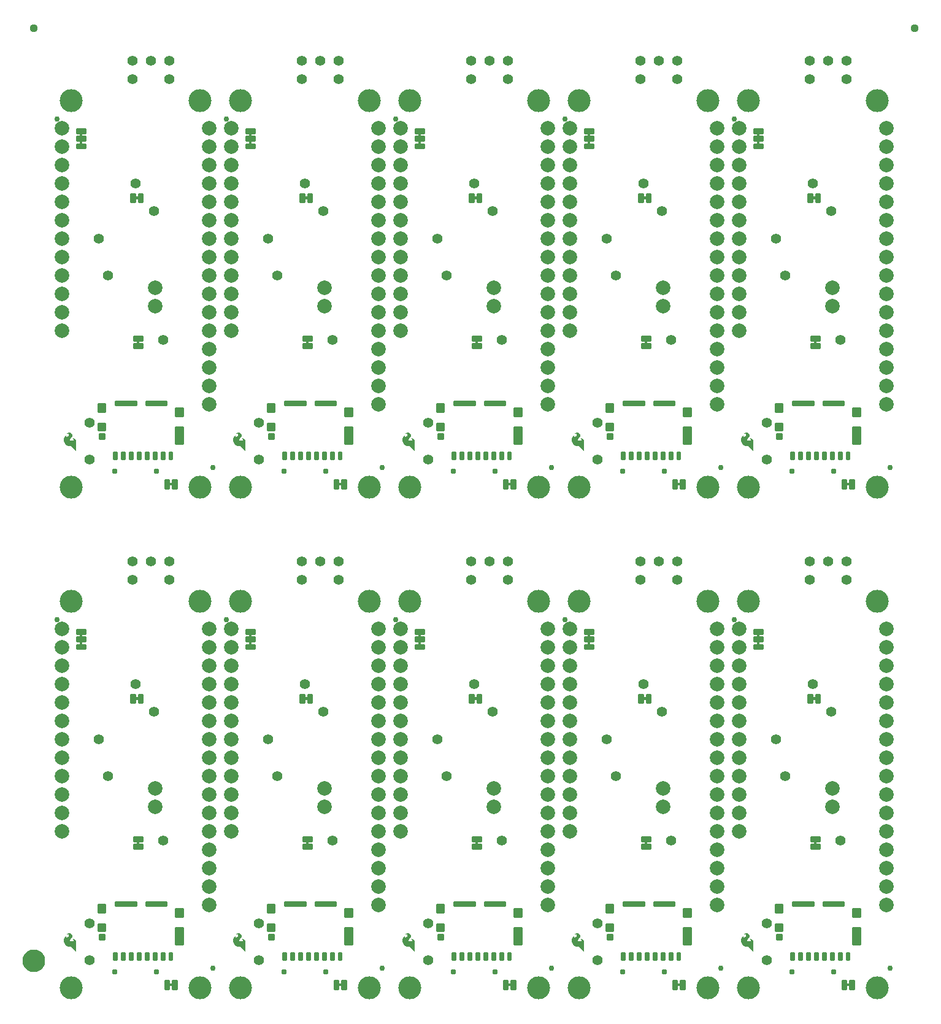
<source format=gbs>
G04 EAGLE Gerber RS-274X export*
G75*
%MOMM*%
%FSLAX34Y34*%
%LPD*%
%INSoldermask Bottom*%
%IPPOS*%
%AMOC8*
5,1,8,0,0,1.08239X$1,22.5*%
G01*
%ADD10C,2.006600*%
%ADD11C,3.175000*%
%ADD12C,0.762000*%
%ADD13C,0.777000*%
%ADD14C,0.228344*%
%ADD15C,1.397000*%
%ADD16C,0.225719*%
%ADD17C,0.228688*%
%ADD18C,0.235400*%
%ADD19C,0.223409*%
%ADD20C,1.127000*%
%ADD21C,1.270000*%
%ADD22C,1.627000*%

G36*
X32447Y75717D02*
X32447Y75717D01*
X32442Y75724D01*
X32449Y75730D01*
X32449Y88530D01*
X32447Y88533D01*
X32449Y88535D01*
X32249Y90335D01*
X32244Y90341D01*
X32247Y90346D01*
X32047Y90946D01*
X32042Y90949D01*
X32044Y90952D01*
X31744Y91552D01*
X31741Y91553D01*
X31742Y91555D01*
X31442Y92055D01*
X31427Y92062D01*
X31425Y92072D01*
X30928Y92371D01*
X30530Y92669D01*
X30520Y92669D01*
X30518Y92676D01*
X29518Y93076D01*
X29511Y93074D01*
X29508Y93079D01*
X28908Y93179D01*
X28903Y93176D01*
X28900Y93179D01*
X28100Y93179D01*
X28093Y93174D01*
X28088Y93178D01*
X27694Y93079D01*
X27500Y93079D01*
X27487Y93070D01*
X27478Y93074D01*
X27278Y92974D01*
X27277Y92973D01*
X27276Y92973D01*
X27275Y92969D01*
X27252Y92921D01*
X27268Y92913D01*
X27265Y92895D01*
X27365Y92795D01*
X27377Y92794D01*
X27378Y92786D01*
X27778Y92586D01*
X27783Y92587D01*
X27784Y92583D01*
X28073Y92487D01*
X28462Y92099D01*
X28655Y91808D01*
X28751Y91522D01*
X28751Y91238D01*
X28654Y90949D01*
X28459Y90559D01*
X28169Y90268D01*
X27877Y90074D01*
X27386Y89877D01*
X26895Y89779D01*
X26106Y89779D01*
X25320Y89976D01*
X24734Y90367D01*
X24344Y90854D01*
X24149Y91438D01*
X24149Y92120D01*
X24442Y92803D01*
X25137Y93597D01*
X25937Y94497D01*
X25937Y94498D01*
X26637Y95298D01*
X26638Y95305D01*
X26643Y95306D01*
X27143Y96206D01*
X27142Y96216D01*
X27148Y96219D01*
X27348Y97119D01*
X27345Y97127D01*
X27349Y97130D01*
X27349Y97930D01*
X27342Y97939D01*
X27347Y97946D01*
X27047Y98846D01*
X27038Y98852D01*
X27040Y98859D01*
X26540Y99559D01*
X26532Y99561D01*
X26533Y99567D01*
X25633Y100367D01*
X25624Y100367D01*
X25624Y100373D01*
X24524Y100973D01*
X24512Y100972D01*
X24509Y100978D01*
X23409Y101178D01*
X23403Y101175D01*
X23400Y101179D01*
X22400Y101179D01*
X22391Y101172D01*
X22384Y101177D01*
X21484Y100877D01*
X21484Y100876D01*
X21483Y100876D01*
X20683Y100576D01*
X20681Y100573D01*
X20678Y100574D01*
X20078Y100274D01*
X20075Y100268D01*
X20070Y100269D01*
X19670Y99969D01*
X19669Y99964D01*
X19665Y99965D01*
X19565Y99865D01*
X19563Y99851D01*
X19553Y99843D01*
X19561Y99833D01*
X19557Y99806D01*
X19584Y99802D01*
X19600Y99781D01*
X19900Y99781D01*
X19909Y99788D01*
X19916Y99783D01*
X20208Y99881D01*
X20494Y99881D01*
X20888Y99782D01*
X20890Y99783D01*
X20890Y99782D01*
X21384Y99683D01*
X21774Y99488D01*
X22164Y99196D01*
X22355Y98908D01*
X22453Y98614D01*
X22458Y98611D01*
X22456Y98608D01*
X22554Y98411D01*
X22648Y98130D01*
X22553Y97846D01*
X22554Y97843D01*
X22552Y97842D01*
X22454Y97450D01*
X22259Y97157D01*
X22259Y97153D01*
X22256Y97152D01*
X22059Y96759D01*
X21769Y96468D01*
X21473Y96271D01*
X21472Y96269D01*
X21470Y96269D01*
X21071Y95970D01*
X20775Y95773D01*
X19988Y95379D01*
X19308Y95379D01*
X19022Y95475D01*
X18741Y95662D01*
X18549Y96238D01*
X18549Y97030D01*
X18546Y97034D01*
X18548Y97039D01*
X18539Y97044D01*
X18513Y97077D01*
X18497Y97065D01*
X18478Y97074D01*
X17678Y96674D01*
X17672Y96662D01*
X17663Y96663D01*
X16863Y95763D01*
X16863Y95755D01*
X16857Y95755D01*
X16157Y94555D01*
X16158Y94548D01*
X16154Y94547D01*
X15654Y93147D01*
X15655Y93141D01*
X15652Y93139D01*
X15352Y91539D01*
X15356Y91531D01*
X15351Y91527D01*
X15451Y89727D01*
X15456Y89721D01*
X15453Y89717D01*
X15953Y87917D01*
X15959Y87912D01*
X15957Y87906D01*
X16957Y86106D01*
X16962Y86104D01*
X16961Y86100D01*
X17661Y85200D01*
X17666Y85199D01*
X17665Y85195D01*
X18465Y84395D01*
X18468Y84395D01*
X18468Y84393D01*
X19268Y83693D01*
X19274Y83692D01*
X19275Y83688D01*
X20275Y83088D01*
X20281Y83088D01*
X20282Y83084D01*
X21282Y82684D01*
X21286Y82685D01*
X21287Y82683D01*
X22387Y82383D01*
X22391Y82384D01*
X22392Y82381D01*
X23592Y82181D01*
X23594Y82182D01*
X23599Y82182D01*
X23600Y82181D01*
X25496Y82181D01*
X26083Y82083D01*
X26572Y81790D01*
X27565Y80995D01*
X28062Y80398D01*
X28066Y80398D01*
X28065Y80395D01*
X29362Y79098D01*
X29860Y78401D01*
X29866Y78400D01*
X29865Y78395D01*
X30463Y77797D01*
X30962Y77198D01*
X30966Y77198D01*
X30965Y77195D01*
X31463Y76698D01*
X31761Y76300D01*
X31766Y76299D01*
X31765Y76295D01*
X32062Y75999D01*
X32259Y75703D01*
X32292Y75691D01*
X32300Y75681D01*
X32400Y75681D01*
X32447Y75717D01*
G37*
G36*
X967167Y75717D02*
X967167Y75717D01*
X967162Y75724D01*
X967169Y75730D01*
X967169Y88530D01*
X967167Y88533D01*
X967169Y88535D01*
X966969Y90335D01*
X966964Y90341D01*
X966967Y90346D01*
X966767Y90946D01*
X966762Y90949D01*
X966764Y90952D01*
X966464Y91552D01*
X966461Y91553D01*
X966462Y91555D01*
X966162Y92055D01*
X966147Y92062D01*
X966145Y92072D01*
X965648Y92371D01*
X965250Y92669D01*
X965240Y92669D01*
X965238Y92676D01*
X964238Y93076D01*
X964231Y93074D01*
X964228Y93079D01*
X963628Y93179D01*
X963623Y93176D01*
X963620Y93179D01*
X962820Y93179D01*
X962813Y93174D01*
X962808Y93178D01*
X962414Y93079D01*
X962220Y93079D01*
X962207Y93070D01*
X962198Y93074D01*
X961998Y92974D01*
X961997Y92973D01*
X961996Y92973D01*
X961995Y92969D01*
X961972Y92921D01*
X961988Y92913D01*
X961985Y92895D01*
X962085Y92795D01*
X962097Y92794D01*
X962098Y92786D01*
X962498Y92586D01*
X962503Y92587D01*
X962504Y92583D01*
X962793Y92487D01*
X963182Y92099D01*
X963375Y91808D01*
X963471Y91522D01*
X963471Y91238D01*
X963374Y90949D01*
X963179Y90559D01*
X962889Y90268D01*
X962597Y90074D01*
X962106Y89877D01*
X961615Y89779D01*
X960826Y89779D01*
X960040Y89976D01*
X959454Y90367D01*
X959064Y90854D01*
X958869Y91438D01*
X958869Y92120D01*
X959162Y92803D01*
X959857Y93597D01*
X960657Y94497D01*
X960657Y94498D01*
X961357Y95298D01*
X961358Y95305D01*
X961363Y95306D01*
X961863Y96206D01*
X961862Y96216D01*
X961868Y96219D01*
X962068Y97119D01*
X962065Y97127D01*
X962069Y97130D01*
X962069Y97930D01*
X962062Y97939D01*
X962067Y97946D01*
X961767Y98846D01*
X961758Y98852D01*
X961760Y98859D01*
X961260Y99559D01*
X961252Y99561D01*
X961253Y99567D01*
X960353Y100367D01*
X960344Y100367D01*
X960344Y100373D01*
X959244Y100973D01*
X959232Y100972D01*
X959229Y100978D01*
X958129Y101178D01*
X958123Y101175D01*
X958120Y101179D01*
X957120Y101179D01*
X957111Y101172D01*
X957104Y101177D01*
X956204Y100877D01*
X956204Y100876D01*
X956203Y100876D01*
X955403Y100576D01*
X955401Y100573D01*
X955398Y100574D01*
X954798Y100274D01*
X954795Y100268D01*
X954790Y100269D01*
X954390Y99969D01*
X954389Y99964D01*
X954385Y99965D01*
X954285Y99865D01*
X954283Y99851D01*
X954273Y99843D01*
X954281Y99833D01*
X954277Y99806D01*
X954304Y99802D01*
X954320Y99781D01*
X954620Y99781D01*
X954629Y99788D01*
X954636Y99783D01*
X954928Y99881D01*
X955214Y99881D01*
X955608Y99782D01*
X955610Y99783D01*
X955610Y99782D01*
X956104Y99683D01*
X956494Y99488D01*
X956884Y99196D01*
X957075Y98908D01*
X957173Y98614D01*
X957178Y98611D01*
X957176Y98608D01*
X957274Y98411D01*
X957368Y98130D01*
X957273Y97846D01*
X957274Y97843D01*
X957272Y97842D01*
X957174Y97450D01*
X956979Y97157D01*
X956979Y97153D01*
X956976Y97152D01*
X956779Y96759D01*
X956489Y96468D01*
X956193Y96271D01*
X956192Y96269D01*
X956190Y96269D01*
X955791Y95970D01*
X955495Y95773D01*
X954708Y95379D01*
X954028Y95379D01*
X953742Y95475D01*
X953461Y95662D01*
X953269Y96238D01*
X953269Y97030D01*
X953266Y97034D01*
X953268Y97039D01*
X953259Y97044D01*
X953233Y97077D01*
X953217Y97065D01*
X953198Y97074D01*
X952398Y96674D01*
X952392Y96662D01*
X952383Y96663D01*
X951583Y95763D01*
X951583Y95755D01*
X951577Y95755D01*
X950877Y94555D01*
X950878Y94548D01*
X950874Y94547D01*
X950374Y93147D01*
X950375Y93141D01*
X950372Y93139D01*
X950072Y91539D01*
X950076Y91531D01*
X950071Y91527D01*
X950171Y89727D01*
X950176Y89721D01*
X950173Y89717D01*
X950673Y87917D01*
X950679Y87912D01*
X950677Y87906D01*
X951677Y86106D01*
X951682Y86104D01*
X951681Y86100D01*
X952381Y85200D01*
X952386Y85199D01*
X952385Y85195D01*
X953185Y84395D01*
X953188Y84395D01*
X953188Y84393D01*
X953988Y83693D01*
X953994Y83692D01*
X953995Y83688D01*
X954995Y83088D01*
X955001Y83088D01*
X955002Y83084D01*
X956002Y82684D01*
X956006Y82685D01*
X956007Y82683D01*
X957107Y82383D01*
X957111Y82384D01*
X957112Y82381D01*
X958312Y82181D01*
X958314Y82182D01*
X958319Y82182D01*
X958320Y82181D01*
X960216Y82181D01*
X960803Y82083D01*
X961292Y81790D01*
X962285Y80995D01*
X962782Y80398D01*
X962786Y80398D01*
X962785Y80395D01*
X964082Y79098D01*
X964580Y78401D01*
X964586Y78400D01*
X964585Y78395D01*
X965183Y77797D01*
X965682Y77198D01*
X965686Y77198D01*
X965685Y77195D01*
X966183Y76698D01*
X966481Y76300D01*
X966486Y76299D01*
X966485Y76295D01*
X966782Y75999D01*
X966979Y75703D01*
X967012Y75691D01*
X967020Y75681D01*
X967120Y75681D01*
X967167Y75717D01*
G37*
G36*
X733487Y75717D02*
X733487Y75717D01*
X733482Y75724D01*
X733489Y75730D01*
X733489Y88530D01*
X733487Y88533D01*
X733489Y88535D01*
X733289Y90335D01*
X733284Y90341D01*
X733287Y90346D01*
X733087Y90946D01*
X733082Y90949D01*
X733084Y90952D01*
X732784Y91552D01*
X732781Y91553D01*
X732782Y91555D01*
X732482Y92055D01*
X732467Y92062D01*
X732465Y92072D01*
X731968Y92371D01*
X731570Y92669D01*
X731560Y92669D01*
X731558Y92676D01*
X730558Y93076D01*
X730551Y93074D01*
X730548Y93079D01*
X729948Y93179D01*
X729943Y93176D01*
X729940Y93179D01*
X729140Y93179D01*
X729133Y93174D01*
X729128Y93178D01*
X728734Y93079D01*
X728540Y93079D01*
X728527Y93070D01*
X728518Y93074D01*
X728318Y92974D01*
X728317Y92973D01*
X728316Y92973D01*
X728315Y92969D01*
X728292Y92921D01*
X728308Y92913D01*
X728305Y92895D01*
X728405Y92795D01*
X728417Y92794D01*
X728418Y92786D01*
X728818Y92586D01*
X728823Y92587D01*
X728824Y92583D01*
X729113Y92487D01*
X729502Y92099D01*
X729695Y91808D01*
X729791Y91522D01*
X729791Y91238D01*
X729694Y90949D01*
X729499Y90559D01*
X729209Y90268D01*
X728917Y90074D01*
X728426Y89877D01*
X727935Y89779D01*
X727146Y89779D01*
X726360Y89976D01*
X725774Y90367D01*
X725384Y90854D01*
X725189Y91438D01*
X725189Y92120D01*
X725482Y92803D01*
X726177Y93597D01*
X726977Y94497D01*
X726977Y94498D01*
X727677Y95298D01*
X727678Y95305D01*
X727683Y95306D01*
X728183Y96206D01*
X728182Y96216D01*
X728188Y96219D01*
X728388Y97119D01*
X728385Y97127D01*
X728389Y97130D01*
X728389Y97930D01*
X728382Y97939D01*
X728387Y97946D01*
X728087Y98846D01*
X728078Y98852D01*
X728080Y98859D01*
X727580Y99559D01*
X727572Y99561D01*
X727573Y99567D01*
X726673Y100367D01*
X726664Y100367D01*
X726664Y100373D01*
X725564Y100973D01*
X725552Y100972D01*
X725549Y100978D01*
X724449Y101178D01*
X724443Y101175D01*
X724440Y101179D01*
X723440Y101179D01*
X723431Y101172D01*
X723424Y101177D01*
X722524Y100877D01*
X722524Y100876D01*
X722523Y100876D01*
X721723Y100576D01*
X721721Y100573D01*
X721718Y100574D01*
X721118Y100274D01*
X721115Y100268D01*
X721110Y100269D01*
X720710Y99969D01*
X720709Y99964D01*
X720705Y99965D01*
X720605Y99865D01*
X720603Y99851D01*
X720593Y99843D01*
X720601Y99833D01*
X720597Y99806D01*
X720624Y99802D01*
X720640Y99781D01*
X720940Y99781D01*
X720949Y99788D01*
X720956Y99783D01*
X721248Y99881D01*
X721534Y99881D01*
X721928Y99782D01*
X721930Y99783D01*
X721930Y99782D01*
X722424Y99683D01*
X722814Y99488D01*
X723204Y99196D01*
X723395Y98908D01*
X723493Y98614D01*
X723498Y98611D01*
X723496Y98608D01*
X723594Y98411D01*
X723688Y98130D01*
X723593Y97846D01*
X723594Y97843D01*
X723592Y97842D01*
X723494Y97450D01*
X723299Y97157D01*
X723299Y97153D01*
X723296Y97152D01*
X723099Y96759D01*
X722809Y96468D01*
X722513Y96271D01*
X722512Y96269D01*
X722510Y96269D01*
X722111Y95970D01*
X721815Y95773D01*
X721028Y95379D01*
X720348Y95379D01*
X720062Y95475D01*
X719781Y95662D01*
X719589Y96238D01*
X719589Y97030D01*
X719586Y97034D01*
X719588Y97039D01*
X719579Y97044D01*
X719553Y97077D01*
X719537Y97065D01*
X719518Y97074D01*
X718718Y96674D01*
X718712Y96662D01*
X718703Y96663D01*
X717903Y95763D01*
X717903Y95755D01*
X717897Y95755D01*
X717197Y94555D01*
X717198Y94548D01*
X717194Y94547D01*
X716694Y93147D01*
X716695Y93141D01*
X716692Y93139D01*
X716392Y91539D01*
X716396Y91531D01*
X716391Y91527D01*
X716491Y89727D01*
X716496Y89721D01*
X716493Y89717D01*
X716993Y87917D01*
X716999Y87912D01*
X716997Y87906D01*
X717997Y86106D01*
X718002Y86104D01*
X718001Y86100D01*
X718701Y85200D01*
X718706Y85199D01*
X718705Y85195D01*
X719505Y84395D01*
X719508Y84395D01*
X719508Y84393D01*
X720308Y83693D01*
X720314Y83692D01*
X720315Y83688D01*
X721315Y83088D01*
X721321Y83088D01*
X721322Y83084D01*
X722322Y82684D01*
X722326Y82685D01*
X722327Y82683D01*
X723427Y82383D01*
X723431Y82384D01*
X723432Y82381D01*
X724632Y82181D01*
X724634Y82182D01*
X724639Y82182D01*
X724640Y82181D01*
X726536Y82181D01*
X727123Y82083D01*
X727612Y81790D01*
X728605Y80995D01*
X729102Y80398D01*
X729106Y80398D01*
X729105Y80395D01*
X730402Y79098D01*
X730900Y78401D01*
X730906Y78400D01*
X730905Y78395D01*
X731503Y77797D01*
X732002Y77198D01*
X732006Y77198D01*
X732005Y77195D01*
X732503Y76698D01*
X732801Y76300D01*
X732806Y76299D01*
X732805Y76295D01*
X733102Y75999D01*
X733299Y75703D01*
X733332Y75691D01*
X733340Y75681D01*
X733440Y75681D01*
X733487Y75717D01*
G37*
G36*
X266127Y75717D02*
X266127Y75717D01*
X266122Y75724D01*
X266129Y75730D01*
X266129Y88530D01*
X266127Y88533D01*
X266129Y88535D01*
X265929Y90335D01*
X265924Y90341D01*
X265927Y90346D01*
X265727Y90946D01*
X265722Y90949D01*
X265724Y90952D01*
X265424Y91552D01*
X265421Y91553D01*
X265422Y91555D01*
X265122Y92055D01*
X265107Y92062D01*
X265105Y92072D01*
X264608Y92371D01*
X264210Y92669D01*
X264200Y92669D01*
X264198Y92676D01*
X263198Y93076D01*
X263191Y93074D01*
X263188Y93079D01*
X262588Y93179D01*
X262583Y93176D01*
X262580Y93179D01*
X261780Y93179D01*
X261773Y93174D01*
X261768Y93178D01*
X261374Y93079D01*
X261180Y93079D01*
X261167Y93070D01*
X261158Y93074D01*
X260958Y92974D01*
X260957Y92973D01*
X260956Y92973D01*
X260955Y92969D01*
X260932Y92921D01*
X260948Y92913D01*
X260945Y92895D01*
X261045Y92795D01*
X261057Y92794D01*
X261058Y92786D01*
X261458Y92586D01*
X261463Y92587D01*
X261464Y92583D01*
X261753Y92487D01*
X262142Y92099D01*
X262335Y91808D01*
X262431Y91522D01*
X262431Y91238D01*
X262334Y90949D01*
X262139Y90559D01*
X261849Y90268D01*
X261557Y90074D01*
X261066Y89877D01*
X260575Y89779D01*
X259786Y89779D01*
X259000Y89976D01*
X258414Y90367D01*
X258024Y90854D01*
X257829Y91438D01*
X257829Y92120D01*
X258122Y92803D01*
X258817Y93597D01*
X259617Y94497D01*
X259617Y94498D01*
X260317Y95298D01*
X260318Y95305D01*
X260323Y95306D01*
X260823Y96206D01*
X260822Y96216D01*
X260828Y96219D01*
X261028Y97119D01*
X261025Y97127D01*
X261029Y97130D01*
X261029Y97930D01*
X261022Y97939D01*
X261027Y97946D01*
X260727Y98846D01*
X260718Y98852D01*
X260720Y98859D01*
X260220Y99559D01*
X260212Y99561D01*
X260213Y99567D01*
X259313Y100367D01*
X259304Y100367D01*
X259304Y100373D01*
X258204Y100973D01*
X258192Y100972D01*
X258189Y100978D01*
X257089Y101178D01*
X257083Y101175D01*
X257080Y101179D01*
X256080Y101179D01*
X256071Y101172D01*
X256064Y101177D01*
X255164Y100877D01*
X255164Y100876D01*
X255163Y100876D01*
X254363Y100576D01*
X254361Y100573D01*
X254358Y100574D01*
X253758Y100274D01*
X253755Y100268D01*
X253750Y100269D01*
X253350Y99969D01*
X253349Y99964D01*
X253345Y99965D01*
X253245Y99865D01*
X253243Y99851D01*
X253233Y99843D01*
X253241Y99833D01*
X253237Y99806D01*
X253264Y99802D01*
X253280Y99781D01*
X253580Y99781D01*
X253589Y99788D01*
X253596Y99783D01*
X253888Y99881D01*
X254174Y99881D01*
X254568Y99782D01*
X254570Y99783D01*
X254570Y99782D01*
X255064Y99683D01*
X255454Y99488D01*
X255844Y99196D01*
X256035Y98908D01*
X256133Y98614D01*
X256138Y98611D01*
X256136Y98608D01*
X256234Y98411D01*
X256328Y98130D01*
X256233Y97846D01*
X256234Y97843D01*
X256232Y97842D01*
X256134Y97450D01*
X255939Y97157D01*
X255939Y97153D01*
X255936Y97152D01*
X255739Y96759D01*
X255449Y96468D01*
X255153Y96271D01*
X255152Y96269D01*
X255150Y96269D01*
X254751Y95970D01*
X254455Y95773D01*
X253668Y95379D01*
X252988Y95379D01*
X252702Y95475D01*
X252421Y95662D01*
X252229Y96238D01*
X252229Y97030D01*
X252226Y97034D01*
X252228Y97039D01*
X252219Y97044D01*
X252193Y97077D01*
X252177Y97065D01*
X252158Y97074D01*
X251358Y96674D01*
X251352Y96662D01*
X251343Y96663D01*
X250543Y95763D01*
X250543Y95755D01*
X250537Y95755D01*
X249837Y94555D01*
X249838Y94548D01*
X249834Y94547D01*
X249334Y93147D01*
X249335Y93141D01*
X249332Y93139D01*
X249032Y91539D01*
X249036Y91531D01*
X249031Y91527D01*
X249131Y89727D01*
X249136Y89721D01*
X249133Y89717D01*
X249633Y87917D01*
X249639Y87912D01*
X249637Y87906D01*
X250637Y86106D01*
X250642Y86104D01*
X250641Y86100D01*
X251341Y85200D01*
X251346Y85199D01*
X251345Y85195D01*
X252145Y84395D01*
X252148Y84395D01*
X252148Y84393D01*
X252948Y83693D01*
X252954Y83692D01*
X252955Y83688D01*
X253955Y83088D01*
X253961Y83088D01*
X253962Y83084D01*
X254962Y82684D01*
X254966Y82685D01*
X254967Y82683D01*
X256067Y82383D01*
X256071Y82384D01*
X256072Y82381D01*
X257272Y82181D01*
X257274Y82182D01*
X257279Y82182D01*
X257280Y82181D01*
X259176Y82181D01*
X259763Y82083D01*
X260252Y81790D01*
X261245Y80995D01*
X261742Y80398D01*
X261746Y80398D01*
X261745Y80395D01*
X263042Y79098D01*
X263540Y78401D01*
X263546Y78400D01*
X263545Y78395D01*
X264143Y77797D01*
X264642Y77198D01*
X264646Y77198D01*
X264645Y77195D01*
X265143Y76698D01*
X265441Y76300D01*
X265446Y76299D01*
X265445Y76295D01*
X265742Y75999D01*
X265939Y75703D01*
X265972Y75691D01*
X265980Y75681D01*
X266080Y75681D01*
X266127Y75717D01*
G37*
G36*
X499807Y75717D02*
X499807Y75717D01*
X499802Y75724D01*
X499809Y75730D01*
X499809Y88530D01*
X499807Y88533D01*
X499809Y88535D01*
X499609Y90335D01*
X499604Y90341D01*
X499607Y90346D01*
X499407Y90946D01*
X499402Y90949D01*
X499404Y90952D01*
X499104Y91552D01*
X499101Y91553D01*
X499102Y91555D01*
X498802Y92055D01*
X498787Y92062D01*
X498785Y92072D01*
X498288Y92371D01*
X497890Y92669D01*
X497880Y92669D01*
X497878Y92676D01*
X496878Y93076D01*
X496871Y93074D01*
X496868Y93079D01*
X496268Y93179D01*
X496263Y93176D01*
X496260Y93179D01*
X495460Y93179D01*
X495453Y93174D01*
X495448Y93178D01*
X495054Y93079D01*
X494860Y93079D01*
X494847Y93070D01*
X494838Y93074D01*
X494638Y92974D01*
X494637Y92973D01*
X494636Y92973D01*
X494635Y92969D01*
X494612Y92921D01*
X494628Y92913D01*
X494625Y92895D01*
X494725Y92795D01*
X494737Y92794D01*
X494738Y92786D01*
X495138Y92586D01*
X495143Y92587D01*
X495144Y92583D01*
X495433Y92487D01*
X495822Y92099D01*
X496015Y91808D01*
X496111Y91522D01*
X496111Y91238D01*
X496014Y90949D01*
X495819Y90559D01*
X495529Y90268D01*
X495237Y90074D01*
X494746Y89877D01*
X494255Y89779D01*
X493466Y89779D01*
X492680Y89976D01*
X492094Y90367D01*
X491704Y90854D01*
X491509Y91438D01*
X491509Y92120D01*
X491802Y92803D01*
X492497Y93597D01*
X493297Y94497D01*
X493297Y94498D01*
X493997Y95298D01*
X493998Y95305D01*
X494003Y95306D01*
X494503Y96206D01*
X494502Y96216D01*
X494508Y96219D01*
X494708Y97119D01*
X494705Y97127D01*
X494709Y97130D01*
X494709Y97930D01*
X494702Y97939D01*
X494707Y97946D01*
X494407Y98846D01*
X494398Y98852D01*
X494400Y98859D01*
X493900Y99559D01*
X493892Y99561D01*
X493893Y99567D01*
X492993Y100367D01*
X492984Y100367D01*
X492984Y100373D01*
X491884Y100973D01*
X491872Y100972D01*
X491869Y100978D01*
X490769Y101178D01*
X490763Y101175D01*
X490760Y101179D01*
X489760Y101179D01*
X489751Y101172D01*
X489744Y101177D01*
X488844Y100877D01*
X488844Y100876D01*
X488843Y100876D01*
X488043Y100576D01*
X488041Y100573D01*
X488038Y100574D01*
X487438Y100274D01*
X487435Y100268D01*
X487430Y100269D01*
X487030Y99969D01*
X487029Y99964D01*
X487025Y99965D01*
X486925Y99865D01*
X486923Y99851D01*
X486913Y99843D01*
X486921Y99833D01*
X486917Y99806D01*
X486944Y99802D01*
X486960Y99781D01*
X487260Y99781D01*
X487269Y99788D01*
X487276Y99783D01*
X487568Y99881D01*
X487854Y99881D01*
X488248Y99782D01*
X488250Y99783D01*
X488250Y99782D01*
X488744Y99683D01*
X489134Y99488D01*
X489524Y99196D01*
X489715Y98908D01*
X489813Y98614D01*
X489818Y98611D01*
X489816Y98608D01*
X489914Y98411D01*
X490008Y98130D01*
X489913Y97846D01*
X489914Y97843D01*
X489912Y97842D01*
X489814Y97450D01*
X489619Y97157D01*
X489619Y97153D01*
X489616Y97152D01*
X489419Y96759D01*
X489129Y96468D01*
X488833Y96271D01*
X488832Y96269D01*
X488830Y96269D01*
X488431Y95970D01*
X488135Y95773D01*
X487348Y95379D01*
X486668Y95379D01*
X486382Y95475D01*
X486101Y95662D01*
X485909Y96238D01*
X485909Y97030D01*
X485906Y97034D01*
X485908Y97039D01*
X485899Y97044D01*
X485873Y97077D01*
X485857Y97065D01*
X485838Y97074D01*
X485038Y96674D01*
X485032Y96662D01*
X485023Y96663D01*
X484223Y95763D01*
X484223Y95755D01*
X484217Y95755D01*
X483517Y94555D01*
X483518Y94548D01*
X483514Y94547D01*
X483014Y93147D01*
X483015Y93141D01*
X483012Y93139D01*
X482712Y91539D01*
X482716Y91531D01*
X482711Y91527D01*
X482811Y89727D01*
X482816Y89721D01*
X482813Y89717D01*
X483313Y87917D01*
X483319Y87912D01*
X483317Y87906D01*
X484317Y86106D01*
X484322Y86104D01*
X484321Y86100D01*
X485021Y85200D01*
X485026Y85199D01*
X485025Y85195D01*
X485825Y84395D01*
X485828Y84395D01*
X485828Y84393D01*
X486628Y83693D01*
X486634Y83692D01*
X486635Y83688D01*
X487635Y83088D01*
X487641Y83088D01*
X487642Y83084D01*
X488642Y82684D01*
X488646Y82685D01*
X488647Y82683D01*
X489747Y82383D01*
X489751Y82384D01*
X489752Y82381D01*
X490952Y82181D01*
X490954Y82182D01*
X490959Y82182D01*
X490960Y82181D01*
X492856Y82181D01*
X493443Y82083D01*
X493932Y81790D01*
X494925Y80995D01*
X495422Y80398D01*
X495426Y80398D01*
X495425Y80395D01*
X496722Y79098D01*
X497220Y78401D01*
X497226Y78400D01*
X497225Y78395D01*
X497823Y77797D01*
X498322Y77198D01*
X498326Y77198D01*
X498325Y77195D01*
X498823Y76698D01*
X499121Y76300D01*
X499126Y76299D01*
X499125Y76295D01*
X499422Y75999D01*
X499619Y75703D01*
X499652Y75691D01*
X499660Y75681D01*
X499760Y75681D01*
X499807Y75717D01*
G37*
G36*
X499807Y766597D02*
X499807Y766597D01*
X499802Y766604D01*
X499809Y766610D01*
X499809Y779410D01*
X499807Y779413D01*
X499809Y779415D01*
X499609Y781215D01*
X499604Y781221D01*
X499607Y781226D01*
X499407Y781826D01*
X499402Y781829D01*
X499404Y781832D01*
X499104Y782432D01*
X499101Y782433D01*
X499102Y782435D01*
X498802Y782935D01*
X498787Y782942D01*
X498785Y782952D01*
X498288Y783251D01*
X497890Y783549D01*
X497880Y783549D01*
X497878Y783556D01*
X496878Y783956D01*
X496871Y783954D01*
X496868Y783959D01*
X496268Y784059D01*
X496263Y784056D01*
X496260Y784059D01*
X495460Y784059D01*
X495453Y784054D01*
X495448Y784058D01*
X495054Y783959D01*
X494860Y783959D01*
X494847Y783950D01*
X494838Y783954D01*
X494638Y783854D01*
X494637Y783853D01*
X494636Y783853D01*
X494635Y783849D01*
X494612Y783801D01*
X494628Y783793D01*
X494625Y783775D01*
X494725Y783675D01*
X494737Y783674D01*
X494738Y783666D01*
X495138Y783466D01*
X495143Y783467D01*
X495144Y783463D01*
X495433Y783367D01*
X495822Y782979D01*
X496015Y782688D01*
X496111Y782402D01*
X496111Y782118D01*
X496014Y781829D01*
X495819Y781439D01*
X495529Y781148D01*
X495237Y780954D01*
X494746Y780757D01*
X494255Y780659D01*
X493466Y780659D01*
X492680Y780856D01*
X492094Y781247D01*
X491704Y781734D01*
X491509Y782318D01*
X491509Y783000D01*
X491802Y783683D01*
X492497Y784477D01*
X493297Y785377D01*
X493297Y785378D01*
X493997Y786178D01*
X493998Y786185D01*
X494003Y786186D01*
X494503Y787086D01*
X494502Y787096D01*
X494508Y787099D01*
X494708Y787999D01*
X494705Y788007D01*
X494709Y788010D01*
X494709Y788810D01*
X494702Y788819D01*
X494707Y788826D01*
X494407Y789726D01*
X494398Y789732D01*
X494400Y789739D01*
X493900Y790439D01*
X493892Y790441D01*
X493893Y790447D01*
X492993Y791247D01*
X492984Y791247D01*
X492984Y791253D01*
X491884Y791853D01*
X491872Y791852D01*
X491869Y791858D01*
X490769Y792058D01*
X490763Y792055D01*
X490760Y792059D01*
X489760Y792059D01*
X489751Y792052D01*
X489744Y792057D01*
X488844Y791757D01*
X488844Y791756D01*
X488843Y791756D01*
X488043Y791456D01*
X488041Y791453D01*
X488038Y791454D01*
X487438Y791154D01*
X487435Y791148D01*
X487430Y791149D01*
X487030Y790849D01*
X487029Y790844D01*
X487025Y790845D01*
X486925Y790745D01*
X486923Y790731D01*
X486913Y790723D01*
X486921Y790713D01*
X486917Y790686D01*
X486944Y790682D01*
X486960Y790661D01*
X487260Y790661D01*
X487269Y790668D01*
X487276Y790663D01*
X487568Y790761D01*
X487854Y790761D01*
X488248Y790662D01*
X488250Y790663D01*
X488250Y790662D01*
X488744Y790563D01*
X489134Y790368D01*
X489524Y790076D01*
X489715Y789788D01*
X489813Y789494D01*
X489818Y789491D01*
X489816Y789488D01*
X489914Y789291D01*
X490008Y789010D01*
X489913Y788726D01*
X489914Y788723D01*
X489912Y788722D01*
X489814Y788330D01*
X489619Y788037D01*
X489619Y788033D01*
X489616Y788032D01*
X489419Y787639D01*
X489129Y787348D01*
X488833Y787151D01*
X488832Y787149D01*
X488830Y787149D01*
X488431Y786850D01*
X488135Y786653D01*
X487348Y786259D01*
X486668Y786259D01*
X486382Y786355D01*
X486101Y786542D01*
X485909Y787118D01*
X485909Y787910D01*
X485906Y787914D01*
X485908Y787919D01*
X485899Y787924D01*
X485873Y787957D01*
X485857Y787945D01*
X485838Y787954D01*
X485038Y787554D01*
X485032Y787542D01*
X485023Y787543D01*
X484223Y786643D01*
X484223Y786635D01*
X484217Y786635D01*
X483517Y785435D01*
X483518Y785428D01*
X483514Y785427D01*
X483014Y784027D01*
X483015Y784021D01*
X483012Y784019D01*
X482712Y782419D01*
X482716Y782411D01*
X482711Y782407D01*
X482811Y780607D01*
X482816Y780601D01*
X482813Y780597D01*
X483313Y778797D01*
X483319Y778792D01*
X483317Y778786D01*
X484317Y776986D01*
X484322Y776984D01*
X484321Y776980D01*
X485021Y776080D01*
X485026Y776079D01*
X485025Y776075D01*
X485825Y775275D01*
X485828Y775275D01*
X485828Y775273D01*
X486628Y774573D01*
X486634Y774572D01*
X486635Y774568D01*
X487635Y773968D01*
X487641Y773968D01*
X487642Y773964D01*
X488642Y773564D01*
X488646Y773565D01*
X488647Y773563D01*
X489747Y773263D01*
X489751Y773264D01*
X489752Y773261D01*
X490952Y773061D01*
X490954Y773062D01*
X490959Y773062D01*
X490960Y773061D01*
X492856Y773061D01*
X493443Y772963D01*
X493932Y772670D01*
X494925Y771875D01*
X495422Y771278D01*
X495426Y771278D01*
X495425Y771275D01*
X496722Y769978D01*
X497220Y769281D01*
X497226Y769280D01*
X497225Y769275D01*
X497823Y768677D01*
X498322Y768078D01*
X498326Y768078D01*
X498325Y768075D01*
X498823Y767578D01*
X499121Y767180D01*
X499126Y767179D01*
X499125Y767175D01*
X499422Y766879D01*
X499619Y766583D01*
X499652Y766571D01*
X499660Y766561D01*
X499760Y766561D01*
X499807Y766597D01*
G37*
G36*
X733487Y766597D02*
X733487Y766597D01*
X733482Y766604D01*
X733489Y766610D01*
X733489Y779410D01*
X733487Y779413D01*
X733489Y779415D01*
X733289Y781215D01*
X733284Y781221D01*
X733287Y781226D01*
X733087Y781826D01*
X733082Y781829D01*
X733084Y781832D01*
X732784Y782432D01*
X732781Y782433D01*
X732782Y782435D01*
X732482Y782935D01*
X732467Y782942D01*
X732465Y782952D01*
X731968Y783251D01*
X731570Y783549D01*
X731560Y783549D01*
X731558Y783556D01*
X730558Y783956D01*
X730551Y783954D01*
X730548Y783959D01*
X729948Y784059D01*
X729943Y784056D01*
X729940Y784059D01*
X729140Y784059D01*
X729133Y784054D01*
X729128Y784058D01*
X728734Y783959D01*
X728540Y783959D01*
X728527Y783950D01*
X728518Y783954D01*
X728318Y783854D01*
X728317Y783853D01*
X728316Y783853D01*
X728315Y783849D01*
X728292Y783801D01*
X728308Y783793D01*
X728305Y783775D01*
X728405Y783675D01*
X728417Y783674D01*
X728418Y783666D01*
X728818Y783466D01*
X728823Y783467D01*
X728824Y783463D01*
X729113Y783367D01*
X729502Y782979D01*
X729695Y782688D01*
X729791Y782402D01*
X729791Y782118D01*
X729694Y781829D01*
X729499Y781439D01*
X729209Y781148D01*
X728917Y780954D01*
X728426Y780757D01*
X727935Y780659D01*
X727146Y780659D01*
X726360Y780856D01*
X725774Y781247D01*
X725384Y781734D01*
X725189Y782318D01*
X725189Y783000D01*
X725482Y783683D01*
X726177Y784477D01*
X726977Y785377D01*
X726977Y785378D01*
X727677Y786178D01*
X727678Y786185D01*
X727683Y786186D01*
X728183Y787086D01*
X728182Y787096D01*
X728188Y787099D01*
X728388Y787999D01*
X728385Y788007D01*
X728389Y788010D01*
X728389Y788810D01*
X728382Y788819D01*
X728387Y788826D01*
X728087Y789726D01*
X728078Y789732D01*
X728080Y789739D01*
X727580Y790439D01*
X727572Y790441D01*
X727573Y790447D01*
X726673Y791247D01*
X726664Y791247D01*
X726664Y791253D01*
X725564Y791853D01*
X725552Y791852D01*
X725549Y791858D01*
X724449Y792058D01*
X724443Y792055D01*
X724440Y792059D01*
X723440Y792059D01*
X723431Y792052D01*
X723424Y792057D01*
X722524Y791757D01*
X722524Y791756D01*
X722523Y791756D01*
X721723Y791456D01*
X721721Y791453D01*
X721718Y791454D01*
X721118Y791154D01*
X721115Y791148D01*
X721110Y791149D01*
X720710Y790849D01*
X720709Y790844D01*
X720705Y790845D01*
X720605Y790745D01*
X720603Y790731D01*
X720593Y790723D01*
X720601Y790713D01*
X720597Y790686D01*
X720624Y790682D01*
X720640Y790661D01*
X720940Y790661D01*
X720949Y790668D01*
X720956Y790663D01*
X721248Y790761D01*
X721534Y790761D01*
X721928Y790662D01*
X721930Y790663D01*
X721930Y790662D01*
X722424Y790563D01*
X722814Y790368D01*
X723204Y790076D01*
X723395Y789788D01*
X723493Y789494D01*
X723498Y789491D01*
X723496Y789488D01*
X723594Y789291D01*
X723688Y789010D01*
X723593Y788726D01*
X723594Y788723D01*
X723592Y788722D01*
X723494Y788330D01*
X723299Y788037D01*
X723299Y788033D01*
X723296Y788032D01*
X723099Y787639D01*
X722809Y787348D01*
X722513Y787151D01*
X722512Y787149D01*
X722510Y787149D01*
X722111Y786850D01*
X721815Y786653D01*
X721028Y786259D01*
X720348Y786259D01*
X720062Y786355D01*
X719781Y786542D01*
X719589Y787118D01*
X719589Y787910D01*
X719586Y787914D01*
X719588Y787919D01*
X719579Y787924D01*
X719553Y787957D01*
X719537Y787945D01*
X719518Y787954D01*
X718718Y787554D01*
X718712Y787542D01*
X718703Y787543D01*
X717903Y786643D01*
X717903Y786635D01*
X717897Y786635D01*
X717197Y785435D01*
X717198Y785428D01*
X717194Y785427D01*
X716694Y784027D01*
X716695Y784021D01*
X716692Y784019D01*
X716392Y782419D01*
X716396Y782411D01*
X716391Y782407D01*
X716491Y780607D01*
X716496Y780601D01*
X716493Y780597D01*
X716993Y778797D01*
X716999Y778792D01*
X716997Y778786D01*
X717997Y776986D01*
X718002Y776984D01*
X718001Y776980D01*
X718701Y776080D01*
X718706Y776079D01*
X718705Y776075D01*
X719505Y775275D01*
X719508Y775275D01*
X719508Y775273D01*
X720308Y774573D01*
X720314Y774572D01*
X720315Y774568D01*
X721315Y773968D01*
X721321Y773968D01*
X721322Y773964D01*
X722322Y773564D01*
X722326Y773565D01*
X722327Y773563D01*
X723427Y773263D01*
X723431Y773264D01*
X723432Y773261D01*
X724632Y773061D01*
X724634Y773062D01*
X724639Y773062D01*
X724640Y773061D01*
X726536Y773061D01*
X727123Y772963D01*
X727612Y772670D01*
X728605Y771875D01*
X729102Y771278D01*
X729106Y771278D01*
X729105Y771275D01*
X730402Y769978D01*
X730900Y769281D01*
X730906Y769280D01*
X730905Y769275D01*
X731503Y768677D01*
X732002Y768078D01*
X732006Y768078D01*
X732005Y768075D01*
X732503Y767578D01*
X732801Y767180D01*
X732806Y767179D01*
X732805Y767175D01*
X733102Y766879D01*
X733299Y766583D01*
X733332Y766571D01*
X733340Y766561D01*
X733440Y766561D01*
X733487Y766597D01*
G37*
G36*
X967167Y766597D02*
X967167Y766597D01*
X967162Y766604D01*
X967169Y766610D01*
X967169Y779410D01*
X967167Y779413D01*
X967169Y779415D01*
X966969Y781215D01*
X966964Y781221D01*
X966967Y781226D01*
X966767Y781826D01*
X966762Y781829D01*
X966764Y781832D01*
X966464Y782432D01*
X966461Y782433D01*
X966462Y782435D01*
X966162Y782935D01*
X966147Y782942D01*
X966145Y782952D01*
X965648Y783251D01*
X965250Y783549D01*
X965240Y783549D01*
X965238Y783556D01*
X964238Y783956D01*
X964231Y783954D01*
X964228Y783959D01*
X963628Y784059D01*
X963623Y784056D01*
X963620Y784059D01*
X962820Y784059D01*
X962813Y784054D01*
X962808Y784058D01*
X962414Y783959D01*
X962220Y783959D01*
X962207Y783950D01*
X962198Y783954D01*
X961998Y783854D01*
X961997Y783853D01*
X961996Y783853D01*
X961995Y783849D01*
X961972Y783801D01*
X961988Y783793D01*
X961985Y783775D01*
X962085Y783675D01*
X962097Y783674D01*
X962098Y783666D01*
X962498Y783466D01*
X962503Y783467D01*
X962504Y783463D01*
X962793Y783367D01*
X963182Y782979D01*
X963375Y782688D01*
X963471Y782402D01*
X963471Y782118D01*
X963374Y781829D01*
X963179Y781439D01*
X962889Y781148D01*
X962597Y780954D01*
X962106Y780757D01*
X961615Y780659D01*
X960826Y780659D01*
X960040Y780856D01*
X959454Y781247D01*
X959064Y781734D01*
X958869Y782318D01*
X958869Y783000D01*
X959162Y783683D01*
X959857Y784477D01*
X960657Y785377D01*
X960657Y785378D01*
X961357Y786178D01*
X961358Y786185D01*
X961363Y786186D01*
X961863Y787086D01*
X961862Y787096D01*
X961868Y787099D01*
X962068Y787999D01*
X962065Y788007D01*
X962069Y788010D01*
X962069Y788810D01*
X962062Y788819D01*
X962067Y788826D01*
X961767Y789726D01*
X961758Y789732D01*
X961760Y789739D01*
X961260Y790439D01*
X961252Y790441D01*
X961253Y790447D01*
X960353Y791247D01*
X960344Y791247D01*
X960344Y791253D01*
X959244Y791853D01*
X959232Y791852D01*
X959229Y791858D01*
X958129Y792058D01*
X958123Y792055D01*
X958120Y792059D01*
X957120Y792059D01*
X957111Y792052D01*
X957104Y792057D01*
X956204Y791757D01*
X956204Y791756D01*
X956203Y791756D01*
X955403Y791456D01*
X955401Y791453D01*
X955398Y791454D01*
X954798Y791154D01*
X954795Y791148D01*
X954790Y791149D01*
X954390Y790849D01*
X954389Y790844D01*
X954385Y790845D01*
X954285Y790745D01*
X954283Y790731D01*
X954273Y790723D01*
X954281Y790713D01*
X954277Y790686D01*
X954304Y790682D01*
X954320Y790661D01*
X954620Y790661D01*
X954629Y790668D01*
X954636Y790663D01*
X954928Y790761D01*
X955214Y790761D01*
X955608Y790662D01*
X955610Y790663D01*
X955610Y790662D01*
X956104Y790563D01*
X956494Y790368D01*
X956884Y790076D01*
X957075Y789788D01*
X957173Y789494D01*
X957178Y789491D01*
X957176Y789488D01*
X957274Y789291D01*
X957368Y789010D01*
X957273Y788726D01*
X957274Y788723D01*
X957272Y788722D01*
X957174Y788330D01*
X956979Y788037D01*
X956979Y788033D01*
X956976Y788032D01*
X956779Y787639D01*
X956489Y787348D01*
X956193Y787151D01*
X956192Y787149D01*
X956190Y787149D01*
X955791Y786850D01*
X955495Y786653D01*
X954708Y786259D01*
X954028Y786259D01*
X953742Y786355D01*
X953461Y786542D01*
X953269Y787118D01*
X953269Y787910D01*
X953266Y787914D01*
X953268Y787919D01*
X953259Y787924D01*
X953233Y787957D01*
X953217Y787945D01*
X953198Y787954D01*
X952398Y787554D01*
X952392Y787542D01*
X952383Y787543D01*
X951583Y786643D01*
X951583Y786635D01*
X951577Y786635D01*
X950877Y785435D01*
X950878Y785428D01*
X950874Y785427D01*
X950374Y784027D01*
X950375Y784021D01*
X950372Y784019D01*
X950072Y782419D01*
X950076Y782411D01*
X950071Y782407D01*
X950171Y780607D01*
X950176Y780601D01*
X950173Y780597D01*
X950673Y778797D01*
X950679Y778792D01*
X950677Y778786D01*
X951677Y776986D01*
X951682Y776984D01*
X951681Y776980D01*
X952381Y776080D01*
X952386Y776079D01*
X952385Y776075D01*
X953185Y775275D01*
X953188Y775275D01*
X953188Y775273D01*
X953988Y774573D01*
X953994Y774572D01*
X953995Y774568D01*
X954995Y773968D01*
X955001Y773968D01*
X955002Y773964D01*
X956002Y773564D01*
X956006Y773565D01*
X956007Y773563D01*
X957107Y773263D01*
X957111Y773264D01*
X957112Y773261D01*
X958312Y773061D01*
X958314Y773062D01*
X958319Y773062D01*
X958320Y773061D01*
X960216Y773061D01*
X960803Y772963D01*
X961292Y772670D01*
X962285Y771875D01*
X962782Y771278D01*
X962786Y771278D01*
X962785Y771275D01*
X964082Y769978D01*
X964580Y769281D01*
X964586Y769280D01*
X964585Y769275D01*
X965183Y768677D01*
X965682Y768078D01*
X965686Y768078D01*
X965685Y768075D01*
X966183Y767578D01*
X966481Y767180D01*
X966486Y767179D01*
X966485Y767175D01*
X966782Y766879D01*
X966979Y766583D01*
X967012Y766571D01*
X967020Y766561D01*
X967120Y766561D01*
X967167Y766597D01*
G37*
G36*
X266127Y766597D02*
X266127Y766597D01*
X266122Y766604D01*
X266129Y766610D01*
X266129Y779410D01*
X266127Y779413D01*
X266129Y779415D01*
X265929Y781215D01*
X265924Y781221D01*
X265927Y781226D01*
X265727Y781826D01*
X265722Y781829D01*
X265724Y781832D01*
X265424Y782432D01*
X265421Y782433D01*
X265422Y782435D01*
X265122Y782935D01*
X265107Y782942D01*
X265105Y782952D01*
X264608Y783251D01*
X264210Y783549D01*
X264200Y783549D01*
X264198Y783556D01*
X263198Y783956D01*
X263191Y783954D01*
X263188Y783959D01*
X262588Y784059D01*
X262583Y784056D01*
X262580Y784059D01*
X261780Y784059D01*
X261773Y784054D01*
X261768Y784058D01*
X261374Y783959D01*
X261180Y783959D01*
X261167Y783950D01*
X261158Y783954D01*
X260958Y783854D01*
X260957Y783853D01*
X260956Y783853D01*
X260955Y783849D01*
X260932Y783801D01*
X260948Y783793D01*
X260945Y783775D01*
X261045Y783675D01*
X261057Y783674D01*
X261058Y783666D01*
X261458Y783466D01*
X261463Y783467D01*
X261464Y783463D01*
X261753Y783367D01*
X262142Y782979D01*
X262335Y782688D01*
X262431Y782402D01*
X262431Y782118D01*
X262334Y781829D01*
X262139Y781439D01*
X261849Y781148D01*
X261557Y780954D01*
X261066Y780757D01*
X260575Y780659D01*
X259786Y780659D01*
X259000Y780856D01*
X258414Y781247D01*
X258024Y781734D01*
X257829Y782318D01*
X257829Y783000D01*
X258122Y783683D01*
X258817Y784477D01*
X259617Y785377D01*
X259617Y785378D01*
X260317Y786178D01*
X260318Y786185D01*
X260323Y786186D01*
X260823Y787086D01*
X260822Y787096D01*
X260828Y787099D01*
X261028Y787999D01*
X261025Y788007D01*
X261029Y788010D01*
X261029Y788810D01*
X261022Y788819D01*
X261027Y788826D01*
X260727Y789726D01*
X260718Y789732D01*
X260720Y789739D01*
X260220Y790439D01*
X260212Y790441D01*
X260213Y790447D01*
X259313Y791247D01*
X259304Y791247D01*
X259304Y791253D01*
X258204Y791853D01*
X258192Y791852D01*
X258189Y791858D01*
X257089Y792058D01*
X257083Y792055D01*
X257080Y792059D01*
X256080Y792059D01*
X256071Y792052D01*
X256064Y792057D01*
X255164Y791757D01*
X255164Y791756D01*
X255163Y791756D01*
X254363Y791456D01*
X254361Y791453D01*
X254358Y791454D01*
X253758Y791154D01*
X253755Y791148D01*
X253750Y791149D01*
X253350Y790849D01*
X253349Y790844D01*
X253345Y790845D01*
X253245Y790745D01*
X253243Y790731D01*
X253233Y790723D01*
X253241Y790713D01*
X253237Y790686D01*
X253264Y790682D01*
X253280Y790661D01*
X253580Y790661D01*
X253589Y790668D01*
X253596Y790663D01*
X253888Y790761D01*
X254174Y790761D01*
X254568Y790662D01*
X254570Y790663D01*
X254570Y790662D01*
X255064Y790563D01*
X255454Y790368D01*
X255844Y790076D01*
X256035Y789788D01*
X256133Y789494D01*
X256138Y789491D01*
X256136Y789488D01*
X256234Y789291D01*
X256328Y789010D01*
X256233Y788726D01*
X256234Y788723D01*
X256232Y788722D01*
X256134Y788330D01*
X255939Y788037D01*
X255939Y788033D01*
X255936Y788032D01*
X255739Y787639D01*
X255449Y787348D01*
X255153Y787151D01*
X255152Y787149D01*
X255150Y787149D01*
X254751Y786850D01*
X254455Y786653D01*
X253668Y786259D01*
X252988Y786259D01*
X252702Y786355D01*
X252421Y786542D01*
X252229Y787118D01*
X252229Y787910D01*
X252226Y787914D01*
X252228Y787919D01*
X252219Y787924D01*
X252193Y787957D01*
X252177Y787945D01*
X252158Y787954D01*
X251358Y787554D01*
X251352Y787542D01*
X251343Y787543D01*
X250543Y786643D01*
X250543Y786635D01*
X250537Y786635D01*
X249837Y785435D01*
X249838Y785428D01*
X249834Y785427D01*
X249334Y784027D01*
X249335Y784021D01*
X249332Y784019D01*
X249032Y782419D01*
X249036Y782411D01*
X249031Y782407D01*
X249131Y780607D01*
X249136Y780601D01*
X249133Y780597D01*
X249633Y778797D01*
X249639Y778792D01*
X249637Y778786D01*
X250637Y776986D01*
X250642Y776984D01*
X250641Y776980D01*
X251341Y776080D01*
X251346Y776079D01*
X251345Y776075D01*
X252145Y775275D01*
X252148Y775275D01*
X252148Y775273D01*
X252948Y774573D01*
X252954Y774572D01*
X252955Y774568D01*
X253955Y773968D01*
X253961Y773968D01*
X253962Y773964D01*
X254962Y773564D01*
X254966Y773565D01*
X254967Y773563D01*
X256067Y773263D01*
X256071Y773264D01*
X256072Y773261D01*
X257272Y773061D01*
X257274Y773062D01*
X257279Y773062D01*
X257280Y773061D01*
X259176Y773061D01*
X259763Y772963D01*
X260252Y772670D01*
X261245Y771875D01*
X261742Y771278D01*
X261746Y771278D01*
X261745Y771275D01*
X263042Y769978D01*
X263540Y769281D01*
X263546Y769280D01*
X263545Y769275D01*
X264143Y768677D01*
X264642Y768078D01*
X264646Y768078D01*
X264645Y768075D01*
X265143Y767578D01*
X265441Y767180D01*
X265446Y767179D01*
X265445Y767175D01*
X265742Y766879D01*
X265939Y766583D01*
X265972Y766571D01*
X265980Y766561D01*
X266080Y766561D01*
X266127Y766597D01*
G37*
G36*
X32447Y766597D02*
X32447Y766597D01*
X32442Y766604D01*
X32449Y766610D01*
X32449Y779410D01*
X32447Y779413D01*
X32449Y779415D01*
X32249Y781215D01*
X32244Y781221D01*
X32247Y781226D01*
X32047Y781826D01*
X32042Y781829D01*
X32044Y781832D01*
X31744Y782432D01*
X31741Y782433D01*
X31742Y782435D01*
X31442Y782935D01*
X31427Y782942D01*
X31425Y782952D01*
X30928Y783251D01*
X30530Y783549D01*
X30520Y783549D01*
X30518Y783556D01*
X29518Y783956D01*
X29511Y783954D01*
X29508Y783959D01*
X28908Y784059D01*
X28903Y784056D01*
X28900Y784059D01*
X28100Y784059D01*
X28093Y784054D01*
X28088Y784058D01*
X27694Y783959D01*
X27500Y783959D01*
X27487Y783950D01*
X27478Y783954D01*
X27278Y783854D01*
X27277Y783853D01*
X27276Y783853D01*
X27275Y783849D01*
X27252Y783801D01*
X27268Y783793D01*
X27265Y783775D01*
X27365Y783675D01*
X27377Y783674D01*
X27378Y783666D01*
X27778Y783466D01*
X27783Y783467D01*
X27784Y783463D01*
X28073Y783367D01*
X28462Y782979D01*
X28655Y782688D01*
X28751Y782402D01*
X28751Y782118D01*
X28654Y781829D01*
X28459Y781439D01*
X28169Y781148D01*
X27877Y780954D01*
X27386Y780757D01*
X26895Y780659D01*
X26106Y780659D01*
X25320Y780856D01*
X24734Y781247D01*
X24344Y781734D01*
X24149Y782318D01*
X24149Y783000D01*
X24442Y783683D01*
X25137Y784477D01*
X25937Y785377D01*
X25937Y785378D01*
X26637Y786178D01*
X26638Y786185D01*
X26643Y786186D01*
X27143Y787086D01*
X27142Y787096D01*
X27148Y787099D01*
X27348Y787999D01*
X27345Y788007D01*
X27349Y788010D01*
X27349Y788810D01*
X27342Y788819D01*
X27347Y788826D01*
X27047Y789726D01*
X27038Y789732D01*
X27040Y789739D01*
X26540Y790439D01*
X26532Y790441D01*
X26533Y790447D01*
X25633Y791247D01*
X25624Y791247D01*
X25624Y791253D01*
X24524Y791853D01*
X24512Y791852D01*
X24509Y791858D01*
X23409Y792058D01*
X23403Y792055D01*
X23400Y792059D01*
X22400Y792059D01*
X22391Y792052D01*
X22384Y792057D01*
X21484Y791757D01*
X21484Y791756D01*
X21483Y791756D01*
X20683Y791456D01*
X20681Y791453D01*
X20678Y791454D01*
X20078Y791154D01*
X20075Y791148D01*
X20070Y791149D01*
X19670Y790849D01*
X19669Y790844D01*
X19665Y790845D01*
X19565Y790745D01*
X19563Y790731D01*
X19553Y790723D01*
X19561Y790713D01*
X19557Y790686D01*
X19584Y790682D01*
X19600Y790661D01*
X19900Y790661D01*
X19909Y790668D01*
X19916Y790663D01*
X20208Y790761D01*
X20494Y790761D01*
X20888Y790662D01*
X20890Y790663D01*
X20890Y790662D01*
X21384Y790563D01*
X21774Y790368D01*
X22164Y790076D01*
X22355Y789788D01*
X22453Y789494D01*
X22458Y789491D01*
X22456Y789488D01*
X22554Y789291D01*
X22648Y789010D01*
X22553Y788726D01*
X22554Y788723D01*
X22552Y788722D01*
X22454Y788330D01*
X22259Y788037D01*
X22259Y788033D01*
X22256Y788032D01*
X22059Y787639D01*
X21769Y787348D01*
X21473Y787151D01*
X21472Y787149D01*
X21470Y787149D01*
X21071Y786850D01*
X20775Y786653D01*
X19988Y786259D01*
X19308Y786259D01*
X19022Y786355D01*
X18741Y786542D01*
X18549Y787118D01*
X18549Y787910D01*
X18546Y787914D01*
X18548Y787919D01*
X18539Y787924D01*
X18513Y787957D01*
X18497Y787945D01*
X18478Y787954D01*
X17678Y787554D01*
X17672Y787542D01*
X17663Y787543D01*
X16863Y786643D01*
X16863Y786635D01*
X16857Y786635D01*
X16157Y785435D01*
X16158Y785428D01*
X16154Y785427D01*
X15654Y784027D01*
X15655Y784021D01*
X15652Y784019D01*
X15352Y782419D01*
X15356Y782411D01*
X15351Y782407D01*
X15451Y780607D01*
X15456Y780601D01*
X15453Y780597D01*
X15953Y778797D01*
X15959Y778792D01*
X15957Y778786D01*
X16957Y776986D01*
X16962Y776984D01*
X16961Y776980D01*
X17661Y776080D01*
X17666Y776079D01*
X17665Y776075D01*
X18465Y775275D01*
X18468Y775275D01*
X18468Y775273D01*
X19268Y774573D01*
X19274Y774572D01*
X19275Y774568D01*
X20275Y773968D01*
X20281Y773968D01*
X20282Y773964D01*
X21282Y773564D01*
X21286Y773565D01*
X21287Y773563D01*
X22387Y773263D01*
X22391Y773264D01*
X22392Y773261D01*
X23592Y773061D01*
X23594Y773062D01*
X23599Y773062D01*
X23600Y773061D01*
X25496Y773061D01*
X26083Y772963D01*
X26572Y772670D01*
X27565Y771875D01*
X28062Y771278D01*
X28066Y771278D01*
X28065Y771275D01*
X29362Y769978D01*
X29860Y769281D01*
X29866Y769280D01*
X29865Y769275D01*
X30463Y768677D01*
X30962Y768078D01*
X30966Y768078D01*
X30965Y768075D01*
X31463Y767578D01*
X31761Y767180D01*
X31766Y767179D01*
X31765Y767175D01*
X32062Y766879D01*
X32259Y766583D01*
X32292Y766571D01*
X32300Y766561D01*
X32400Y766561D01*
X32447Y766597D01*
G37*
G36*
X507695Y1200432D02*
X507695Y1200432D01*
X507761Y1200434D01*
X507804Y1200452D01*
X507851Y1200460D01*
X507908Y1200494D01*
X507968Y1200519D01*
X508003Y1200550D01*
X508044Y1200575D01*
X508086Y1200626D01*
X508134Y1200670D01*
X508156Y1200712D01*
X508185Y1200749D01*
X508206Y1200811D01*
X508237Y1200870D01*
X508245Y1200924D01*
X508257Y1200961D01*
X508256Y1201001D01*
X508264Y1201055D01*
X508264Y1204865D01*
X508253Y1204930D01*
X508251Y1204996D01*
X508233Y1205039D01*
X508225Y1205086D01*
X508191Y1205143D01*
X508166Y1205203D01*
X508135Y1205238D01*
X508110Y1205279D01*
X508059Y1205321D01*
X508015Y1205369D01*
X507973Y1205391D01*
X507936Y1205420D01*
X507874Y1205441D01*
X507815Y1205472D01*
X507761Y1205480D01*
X507724Y1205492D01*
X507684Y1205491D01*
X507630Y1205499D01*
X505090Y1205499D01*
X505025Y1205488D01*
X504959Y1205486D01*
X504916Y1205468D01*
X504869Y1205460D01*
X504812Y1205426D01*
X504752Y1205401D01*
X504717Y1205370D01*
X504676Y1205345D01*
X504635Y1205294D01*
X504586Y1205250D01*
X504564Y1205208D01*
X504535Y1205171D01*
X504514Y1205109D01*
X504483Y1205050D01*
X504475Y1204996D01*
X504463Y1204959D01*
X504463Y1204955D01*
X504463Y1204954D01*
X504464Y1204919D01*
X504456Y1204865D01*
X504456Y1201055D01*
X504467Y1200990D01*
X504469Y1200924D01*
X504487Y1200881D01*
X504495Y1200834D01*
X504529Y1200777D01*
X504554Y1200717D01*
X504585Y1200682D01*
X504610Y1200641D01*
X504661Y1200600D01*
X504705Y1200551D01*
X504747Y1200529D01*
X504784Y1200500D01*
X504846Y1200479D01*
X504905Y1200448D01*
X504959Y1200440D01*
X504996Y1200428D01*
X505036Y1200429D01*
X505090Y1200421D01*
X507630Y1200421D01*
X507695Y1200432D01*
G37*
G36*
X40335Y1200432D02*
X40335Y1200432D01*
X40401Y1200434D01*
X40444Y1200452D01*
X40491Y1200460D01*
X40548Y1200494D01*
X40608Y1200519D01*
X40643Y1200550D01*
X40684Y1200575D01*
X40726Y1200626D01*
X40774Y1200670D01*
X40796Y1200712D01*
X40825Y1200749D01*
X40846Y1200811D01*
X40877Y1200870D01*
X40885Y1200924D01*
X40897Y1200961D01*
X40896Y1201001D01*
X40904Y1201055D01*
X40904Y1204865D01*
X40893Y1204930D01*
X40891Y1204996D01*
X40873Y1205039D01*
X40865Y1205086D01*
X40831Y1205143D01*
X40806Y1205203D01*
X40775Y1205238D01*
X40750Y1205279D01*
X40699Y1205321D01*
X40655Y1205369D01*
X40613Y1205391D01*
X40576Y1205420D01*
X40514Y1205441D01*
X40455Y1205472D01*
X40401Y1205480D01*
X40364Y1205492D01*
X40324Y1205491D01*
X40270Y1205499D01*
X37730Y1205499D01*
X37665Y1205488D01*
X37599Y1205486D01*
X37556Y1205468D01*
X37509Y1205460D01*
X37452Y1205426D01*
X37392Y1205401D01*
X37357Y1205370D01*
X37316Y1205345D01*
X37275Y1205294D01*
X37226Y1205250D01*
X37204Y1205208D01*
X37175Y1205171D01*
X37154Y1205109D01*
X37123Y1205050D01*
X37115Y1204996D01*
X37103Y1204959D01*
X37103Y1204955D01*
X37103Y1204954D01*
X37104Y1204919D01*
X37096Y1204865D01*
X37096Y1201055D01*
X37107Y1200990D01*
X37109Y1200924D01*
X37127Y1200881D01*
X37135Y1200834D01*
X37169Y1200777D01*
X37194Y1200717D01*
X37225Y1200682D01*
X37250Y1200641D01*
X37301Y1200600D01*
X37345Y1200551D01*
X37387Y1200529D01*
X37424Y1200500D01*
X37486Y1200479D01*
X37545Y1200448D01*
X37599Y1200440D01*
X37636Y1200428D01*
X37676Y1200429D01*
X37730Y1200421D01*
X40270Y1200421D01*
X40335Y1200432D01*
G37*
G36*
X274015Y1200432D02*
X274015Y1200432D01*
X274081Y1200434D01*
X274124Y1200452D01*
X274171Y1200460D01*
X274228Y1200494D01*
X274288Y1200519D01*
X274323Y1200550D01*
X274364Y1200575D01*
X274406Y1200626D01*
X274454Y1200670D01*
X274476Y1200712D01*
X274505Y1200749D01*
X274526Y1200811D01*
X274557Y1200870D01*
X274565Y1200924D01*
X274577Y1200961D01*
X274576Y1201001D01*
X274584Y1201055D01*
X274584Y1204865D01*
X274573Y1204930D01*
X274571Y1204996D01*
X274553Y1205039D01*
X274545Y1205086D01*
X274511Y1205143D01*
X274486Y1205203D01*
X274455Y1205238D01*
X274430Y1205279D01*
X274379Y1205321D01*
X274335Y1205369D01*
X274293Y1205391D01*
X274256Y1205420D01*
X274194Y1205441D01*
X274135Y1205472D01*
X274081Y1205480D01*
X274044Y1205492D01*
X274004Y1205491D01*
X273950Y1205499D01*
X271410Y1205499D01*
X271345Y1205488D01*
X271279Y1205486D01*
X271236Y1205468D01*
X271189Y1205460D01*
X271132Y1205426D01*
X271072Y1205401D01*
X271037Y1205370D01*
X270996Y1205345D01*
X270955Y1205294D01*
X270906Y1205250D01*
X270884Y1205208D01*
X270855Y1205171D01*
X270834Y1205109D01*
X270803Y1205050D01*
X270795Y1204996D01*
X270783Y1204959D01*
X270783Y1204955D01*
X270783Y1204954D01*
X270784Y1204919D01*
X270776Y1204865D01*
X270776Y1201055D01*
X270787Y1200990D01*
X270789Y1200924D01*
X270807Y1200881D01*
X270815Y1200834D01*
X270849Y1200777D01*
X270874Y1200717D01*
X270905Y1200682D01*
X270930Y1200641D01*
X270981Y1200600D01*
X271025Y1200551D01*
X271067Y1200529D01*
X271104Y1200500D01*
X271166Y1200479D01*
X271225Y1200448D01*
X271279Y1200440D01*
X271316Y1200428D01*
X271356Y1200429D01*
X271410Y1200421D01*
X273950Y1200421D01*
X274015Y1200432D01*
G37*
G36*
X741375Y1200432D02*
X741375Y1200432D01*
X741441Y1200434D01*
X741484Y1200452D01*
X741531Y1200460D01*
X741588Y1200494D01*
X741648Y1200519D01*
X741683Y1200550D01*
X741724Y1200575D01*
X741766Y1200626D01*
X741814Y1200670D01*
X741836Y1200712D01*
X741865Y1200749D01*
X741886Y1200811D01*
X741917Y1200870D01*
X741925Y1200924D01*
X741937Y1200961D01*
X741936Y1201001D01*
X741944Y1201055D01*
X741944Y1204865D01*
X741933Y1204930D01*
X741931Y1204996D01*
X741913Y1205039D01*
X741905Y1205086D01*
X741871Y1205143D01*
X741846Y1205203D01*
X741815Y1205238D01*
X741790Y1205279D01*
X741739Y1205321D01*
X741695Y1205369D01*
X741653Y1205391D01*
X741616Y1205420D01*
X741554Y1205441D01*
X741495Y1205472D01*
X741441Y1205480D01*
X741404Y1205492D01*
X741364Y1205491D01*
X741310Y1205499D01*
X738770Y1205499D01*
X738705Y1205488D01*
X738639Y1205486D01*
X738596Y1205468D01*
X738549Y1205460D01*
X738492Y1205426D01*
X738432Y1205401D01*
X738397Y1205370D01*
X738356Y1205345D01*
X738315Y1205294D01*
X738266Y1205250D01*
X738244Y1205208D01*
X738215Y1205171D01*
X738194Y1205109D01*
X738163Y1205050D01*
X738155Y1204996D01*
X738143Y1204959D01*
X738143Y1204955D01*
X738143Y1204954D01*
X738144Y1204919D01*
X738136Y1204865D01*
X738136Y1201055D01*
X738147Y1200990D01*
X738149Y1200924D01*
X738167Y1200881D01*
X738175Y1200834D01*
X738209Y1200777D01*
X738234Y1200717D01*
X738265Y1200682D01*
X738290Y1200641D01*
X738341Y1200600D01*
X738385Y1200551D01*
X738427Y1200529D01*
X738464Y1200500D01*
X738526Y1200479D01*
X738585Y1200448D01*
X738639Y1200440D01*
X738676Y1200428D01*
X738716Y1200429D01*
X738770Y1200421D01*
X741310Y1200421D01*
X741375Y1200432D01*
G37*
G36*
X975055Y1200432D02*
X975055Y1200432D01*
X975121Y1200434D01*
X975164Y1200452D01*
X975211Y1200460D01*
X975268Y1200494D01*
X975328Y1200519D01*
X975363Y1200550D01*
X975404Y1200575D01*
X975446Y1200626D01*
X975494Y1200670D01*
X975516Y1200712D01*
X975545Y1200749D01*
X975566Y1200811D01*
X975597Y1200870D01*
X975605Y1200924D01*
X975617Y1200961D01*
X975616Y1201001D01*
X975624Y1201055D01*
X975624Y1204865D01*
X975613Y1204930D01*
X975611Y1204996D01*
X975593Y1205039D01*
X975585Y1205086D01*
X975551Y1205143D01*
X975526Y1205203D01*
X975495Y1205238D01*
X975470Y1205279D01*
X975419Y1205321D01*
X975375Y1205369D01*
X975333Y1205391D01*
X975296Y1205420D01*
X975234Y1205441D01*
X975175Y1205472D01*
X975121Y1205480D01*
X975084Y1205492D01*
X975044Y1205491D01*
X974990Y1205499D01*
X972450Y1205499D01*
X972385Y1205488D01*
X972319Y1205486D01*
X972276Y1205468D01*
X972229Y1205460D01*
X972172Y1205426D01*
X972112Y1205401D01*
X972077Y1205370D01*
X972036Y1205345D01*
X971995Y1205294D01*
X971946Y1205250D01*
X971924Y1205208D01*
X971895Y1205171D01*
X971874Y1205109D01*
X971843Y1205050D01*
X971835Y1204996D01*
X971823Y1204959D01*
X971823Y1204955D01*
X971823Y1204954D01*
X971824Y1204919D01*
X971816Y1204865D01*
X971816Y1201055D01*
X971827Y1200990D01*
X971829Y1200924D01*
X971847Y1200881D01*
X971855Y1200834D01*
X971889Y1200777D01*
X971914Y1200717D01*
X971945Y1200682D01*
X971970Y1200641D01*
X972021Y1200600D01*
X972065Y1200551D01*
X972107Y1200529D01*
X972144Y1200500D01*
X972206Y1200479D01*
X972265Y1200448D01*
X972319Y1200440D01*
X972356Y1200428D01*
X972396Y1200429D01*
X972450Y1200421D01*
X974990Y1200421D01*
X975055Y1200432D01*
G37*
G36*
X975055Y1190272D02*
X975055Y1190272D01*
X975121Y1190274D01*
X975164Y1190292D01*
X975211Y1190300D01*
X975268Y1190334D01*
X975328Y1190359D01*
X975363Y1190390D01*
X975404Y1190415D01*
X975446Y1190466D01*
X975494Y1190510D01*
X975516Y1190552D01*
X975545Y1190589D01*
X975566Y1190651D01*
X975597Y1190710D01*
X975605Y1190764D01*
X975617Y1190801D01*
X975616Y1190841D01*
X975624Y1190895D01*
X975624Y1194705D01*
X975613Y1194770D01*
X975611Y1194836D01*
X975593Y1194879D01*
X975585Y1194926D01*
X975551Y1194983D01*
X975526Y1195043D01*
X975495Y1195078D01*
X975470Y1195119D01*
X975419Y1195161D01*
X975375Y1195209D01*
X975333Y1195231D01*
X975296Y1195260D01*
X975234Y1195281D01*
X975175Y1195312D01*
X975121Y1195320D01*
X975084Y1195332D01*
X975044Y1195331D01*
X974990Y1195339D01*
X972450Y1195339D01*
X972385Y1195328D01*
X972319Y1195326D01*
X972276Y1195308D01*
X972229Y1195300D01*
X972172Y1195266D01*
X972112Y1195241D01*
X972077Y1195210D01*
X972036Y1195185D01*
X971995Y1195134D01*
X971946Y1195090D01*
X971924Y1195048D01*
X971895Y1195011D01*
X971874Y1194949D01*
X971843Y1194890D01*
X971835Y1194836D01*
X971823Y1194799D01*
X971823Y1194795D01*
X971823Y1194794D01*
X971824Y1194759D01*
X971816Y1194705D01*
X971816Y1190895D01*
X971827Y1190830D01*
X971829Y1190764D01*
X971847Y1190721D01*
X971855Y1190674D01*
X971889Y1190617D01*
X971914Y1190557D01*
X971945Y1190522D01*
X971970Y1190481D01*
X972021Y1190440D01*
X972065Y1190391D01*
X972107Y1190369D01*
X972144Y1190340D01*
X972206Y1190319D01*
X972265Y1190288D01*
X972319Y1190280D01*
X972356Y1190268D01*
X972396Y1190269D01*
X972450Y1190261D01*
X974990Y1190261D01*
X975055Y1190272D01*
G37*
G36*
X40335Y1190272D02*
X40335Y1190272D01*
X40401Y1190274D01*
X40444Y1190292D01*
X40491Y1190300D01*
X40548Y1190334D01*
X40608Y1190359D01*
X40643Y1190390D01*
X40684Y1190415D01*
X40726Y1190466D01*
X40774Y1190510D01*
X40796Y1190552D01*
X40825Y1190589D01*
X40846Y1190651D01*
X40877Y1190710D01*
X40885Y1190764D01*
X40897Y1190801D01*
X40896Y1190841D01*
X40904Y1190895D01*
X40904Y1194705D01*
X40893Y1194770D01*
X40891Y1194836D01*
X40873Y1194879D01*
X40865Y1194926D01*
X40831Y1194983D01*
X40806Y1195043D01*
X40775Y1195078D01*
X40750Y1195119D01*
X40699Y1195161D01*
X40655Y1195209D01*
X40613Y1195231D01*
X40576Y1195260D01*
X40514Y1195281D01*
X40455Y1195312D01*
X40401Y1195320D01*
X40364Y1195332D01*
X40324Y1195331D01*
X40270Y1195339D01*
X37730Y1195339D01*
X37665Y1195328D01*
X37599Y1195326D01*
X37556Y1195308D01*
X37509Y1195300D01*
X37452Y1195266D01*
X37392Y1195241D01*
X37357Y1195210D01*
X37316Y1195185D01*
X37275Y1195134D01*
X37226Y1195090D01*
X37204Y1195048D01*
X37175Y1195011D01*
X37154Y1194949D01*
X37123Y1194890D01*
X37115Y1194836D01*
X37103Y1194799D01*
X37103Y1194795D01*
X37103Y1194794D01*
X37104Y1194759D01*
X37096Y1194705D01*
X37096Y1190895D01*
X37107Y1190830D01*
X37109Y1190764D01*
X37127Y1190721D01*
X37135Y1190674D01*
X37169Y1190617D01*
X37194Y1190557D01*
X37225Y1190522D01*
X37250Y1190481D01*
X37301Y1190440D01*
X37345Y1190391D01*
X37387Y1190369D01*
X37424Y1190340D01*
X37486Y1190319D01*
X37545Y1190288D01*
X37599Y1190280D01*
X37636Y1190268D01*
X37676Y1190269D01*
X37730Y1190261D01*
X40270Y1190261D01*
X40335Y1190272D01*
G37*
G36*
X274015Y1190272D02*
X274015Y1190272D01*
X274081Y1190274D01*
X274124Y1190292D01*
X274171Y1190300D01*
X274228Y1190334D01*
X274288Y1190359D01*
X274323Y1190390D01*
X274364Y1190415D01*
X274406Y1190466D01*
X274454Y1190510D01*
X274476Y1190552D01*
X274505Y1190589D01*
X274526Y1190651D01*
X274557Y1190710D01*
X274565Y1190764D01*
X274577Y1190801D01*
X274576Y1190841D01*
X274584Y1190895D01*
X274584Y1194705D01*
X274573Y1194770D01*
X274571Y1194836D01*
X274553Y1194879D01*
X274545Y1194926D01*
X274511Y1194983D01*
X274486Y1195043D01*
X274455Y1195078D01*
X274430Y1195119D01*
X274379Y1195161D01*
X274335Y1195209D01*
X274293Y1195231D01*
X274256Y1195260D01*
X274194Y1195281D01*
X274135Y1195312D01*
X274081Y1195320D01*
X274044Y1195332D01*
X274004Y1195331D01*
X273950Y1195339D01*
X271410Y1195339D01*
X271345Y1195328D01*
X271279Y1195326D01*
X271236Y1195308D01*
X271189Y1195300D01*
X271132Y1195266D01*
X271072Y1195241D01*
X271037Y1195210D01*
X270996Y1195185D01*
X270955Y1195134D01*
X270906Y1195090D01*
X270884Y1195048D01*
X270855Y1195011D01*
X270834Y1194949D01*
X270803Y1194890D01*
X270795Y1194836D01*
X270783Y1194799D01*
X270783Y1194795D01*
X270783Y1194794D01*
X270784Y1194759D01*
X270776Y1194705D01*
X270776Y1190895D01*
X270787Y1190830D01*
X270789Y1190764D01*
X270807Y1190721D01*
X270815Y1190674D01*
X270849Y1190617D01*
X270874Y1190557D01*
X270905Y1190522D01*
X270930Y1190481D01*
X270981Y1190440D01*
X271025Y1190391D01*
X271067Y1190369D01*
X271104Y1190340D01*
X271166Y1190319D01*
X271225Y1190288D01*
X271279Y1190280D01*
X271316Y1190268D01*
X271356Y1190269D01*
X271410Y1190261D01*
X273950Y1190261D01*
X274015Y1190272D01*
G37*
G36*
X507695Y1190272D02*
X507695Y1190272D01*
X507761Y1190274D01*
X507804Y1190292D01*
X507851Y1190300D01*
X507908Y1190334D01*
X507968Y1190359D01*
X508003Y1190390D01*
X508044Y1190415D01*
X508086Y1190466D01*
X508134Y1190510D01*
X508156Y1190552D01*
X508185Y1190589D01*
X508206Y1190651D01*
X508237Y1190710D01*
X508245Y1190764D01*
X508257Y1190801D01*
X508256Y1190841D01*
X508264Y1190895D01*
X508264Y1194705D01*
X508253Y1194770D01*
X508251Y1194836D01*
X508233Y1194879D01*
X508225Y1194926D01*
X508191Y1194983D01*
X508166Y1195043D01*
X508135Y1195078D01*
X508110Y1195119D01*
X508059Y1195161D01*
X508015Y1195209D01*
X507973Y1195231D01*
X507936Y1195260D01*
X507874Y1195281D01*
X507815Y1195312D01*
X507761Y1195320D01*
X507724Y1195332D01*
X507684Y1195331D01*
X507630Y1195339D01*
X505090Y1195339D01*
X505025Y1195328D01*
X504959Y1195326D01*
X504916Y1195308D01*
X504869Y1195300D01*
X504812Y1195266D01*
X504752Y1195241D01*
X504717Y1195210D01*
X504676Y1195185D01*
X504635Y1195134D01*
X504586Y1195090D01*
X504564Y1195048D01*
X504535Y1195011D01*
X504514Y1194949D01*
X504483Y1194890D01*
X504475Y1194836D01*
X504463Y1194799D01*
X504463Y1194795D01*
X504463Y1194794D01*
X504464Y1194759D01*
X504456Y1194705D01*
X504456Y1190895D01*
X504467Y1190830D01*
X504469Y1190764D01*
X504487Y1190721D01*
X504495Y1190674D01*
X504529Y1190617D01*
X504554Y1190557D01*
X504585Y1190522D01*
X504610Y1190481D01*
X504661Y1190440D01*
X504705Y1190391D01*
X504747Y1190369D01*
X504784Y1190340D01*
X504846Y1190319D01*
X504905Y1190288D01*
X504959Y1190280D01*
X504996Y1190268D01*
X505036Y1190269D01*
X505090Y1190261D01*
X507630Y1190261D01*
X507695Y1190272D01*
G37*
G36*
X741375Y1190272D02*
X741375Y1190272D01*
X741441Y1190274D01*
X741484Y1190292D01*
X741531Y1190300D01*
X741588Y1190334D01*
X741648Y1190359D01*
X741683Y1190390D01*
X741724Y1190415D01*
X741766Y1190466D01*
X741814Y1190510D01*
X741836Y1190552D01*
X741865Y1190589D01*
X741886Y1190651D01*
X741917Y1190710D01*
X741925Y1190764D01*
X741937Y1190801D01*
X741936Y1190841D01*
X741944Y1190895D01*
X741944Y1194705D01*
X741933Y1194770D01*
X741931Y1194836D01*
X741913Y1194879D01*
X741905Y1194926D01*
X741871Y1194983D01*
X741846Y1195043D01*
X741815Y1195078D01*
X741790Y1195119D01*
X741739Y1195161D01*
X741695Y1195209D01*
X741653Y1195231D01*
X741616Y1195260D01*
X741554Y1195281D01*
X741495Y1195312D01*
X741441Y1195320D01*
X741404Y1195332D01*
X741364Y1195331D01*
X741310Y1195339D01*
X738770Y1195339D01*
X738705Y1195328D01*
X738639Y1195326D01*
X738596Y1195308D01*
X738549Y1195300D01*
X738492Y1195266D01*
X738432Y1195241D01*
X738397Y1195210D01*
X738356Y1195185D01*
X738315Y1195134D01*
X738266Y1195090D01*
X738244Y1195048D01*
X738215Y1195011D01*
X738194Y1194949D01*
X738163Y1194890D01*
X738155Y1194836D01*
X738143Y1194799D01*
X738143Y1194795D01*
X738143Y1194794D01*
X738144Y1194759D01*
X738136Y1194705D01*
X738136Y1190895D01*
X738147Y1190830D01*
X738149Y1190764D01*
X738167Y1190721D01*
X738175Y1190674D01*
X738209Y1190617D01*
X738234Y1190557D01*
X738265Y1190522D01*
X738290Y1190481D01*
X738341Y1190440D01*
X738385Y1190391D01*
X738427Y1190369D01*
X738464Y1190340D01*
X738526Y1190319D01*
X738585Y1190288D01*
X738639Y1190280D01*
X738676Y1190268D01*
X738716Y1190269D01*
X738770Y1190261D01*
X741310Y1190261D01*
X741375Y1190272D01*
G37*
G36*
X820375Y223472D02*
X820375Y223472D01*
X820441Y223474D01*
X820484Y223492D01*
X820531Y223500D01*
X820588Y223534D01*
X820648Y223559D01*
X820683Y223590D01*
X820724Y223615D01*
X820766Y223666D01*
X820814Y223710D01*
X820836Y223752D01*
X820865Y223789D01*
X820886Y223851D01*
X820917Y223910D01*
X820925Y223964D01*
X820937Y224001D01*
X820936Y224041D01*
X820944Y224095D01*
X820944Y227905D01*
X820933Y227970D01*
X820931Y228036D01*
X820913Y228079D01*
X820905Y228126D01*
X820871Y228183D01*
X820846Y228243D01*
X820815Y228278D01*
X820790Y228319D01*
X820739Y228361D01*
X820695Y228409D01*
X820653Y228431D01*
X820616Y228460D01*
X820554Y228481D01*
X820495Y228512D01*
X820441Y228520D01*
X820404Y228532D01*
X820364Y228531D01*
X820310Y228539D01*
X817770Y228539D01*
X817705Y228528D01*
X817639Y228526D01*
X817596Y228508D01*
X817549Y228500D01*
X817492Y228466D01*
X817432Y228441D01*
X817397Y228410D01*
X817356Y228385D01*
X817315Y228334D01*
X817266Y228290D01*
X817244Y228248D01*
X817215Y228211D01*
X817194Y228149D01*
X817163Y228090D01*
X817155Y228036D01*
X817143Y227999D01*
X817143Y227995D01*
X817143Y227994D01*
X817144Y227959D01*
X817136Y227905D01*
X817136Y224095D01*
X817147Y224030D01*
X817149Y223964D01*
X817167Y223921D01*
X817175Y223874D01*
X817209Y223817D01*
X817234Y223757D01*
X817265Y223722D01*
X817290Y223681D01*
X817341Y223640D01*
X817385Y223591D01*
X817427Y223569D01*
X817464Y223540D01*
X817526Y223519D01*
X817585Y223488D01*
X817639Y223480D01*
X817676Y223468D01*
X817716Y223469D01*
X817770Y223461D01*
X820310Y223461D01*
X820375Y223472D01*
G37*
G36*
X119335Y223472D02*
X119335Y223472D01*
X119401Y223474D01*
X119444Y223492D01*
X119491Y223500D01*
X119548Y223534D01*
X119608Y223559D01*
X119643Y223590D01*
X119684Y223615D01*
X119726Y223666D01*
X119774Y223710D01*
X119796Y223752D01*
X119825Y223789D01*
X119846Y223851D01*
X119877Y223910D01*
X119885Y223964D01*
X119897Y224001D01*
X119896Y224041D01*
X119904Y224095D01*
X119904Y227905D01*
X119893Y227970D01*
X119891Y228036D01*
X119873Y228079D01*
X119865Y228126D01*
X119831Y228183D01*
X119806Y228243D01*
X119775Y228278D01*
X119750Y228319D01*
X119699Y228361D01*
X119655Y228409D01*
X119613Y228431D01*
X119576Y228460D01*
X119514Y228481D01*
X119455Y228512D01*
X119401Y228520D01*
X119364Y228532D01*
X119324Y228531D01*
X119270Y228539D01*
X116730Y228539D01*
X116665Y228528D01*
X116599Y228526D01*
X116556Y228508D01*
X116509Y228500D01*
X116452Y228466D01*
X116392Y228441D01*
X116357Y228410D01*
X116316Y228385D01*
X116275Y228334D01*
X116226Y228290D01*
X116204Y228248D01*
X116175Y228211D01*
X116154Y228149D01*
X116123Y228090D01*
X116115Y228036D01*
X116103Y227999D01*
X116103Y227995D01*
X116103Y227994D01*
X116104Y227959D01*
X116096Y227905D01*
X116096Y224095D01*
X116107Y224030D01*
X116109Y223964D01*
X116127Y223921D01*
X116135Y223874D01*
X116169Y223817D01*
X116194Y223757D01*
X116225Y223722D01*
X116250Y223681D01*
X116301Y223640D01*
X116345Y223591D01*
X116387Y223569D01*
X116424Y223540D01*
X116486Y223519D01*
X116545Y223488D01*
X116599Y223480D01*
X116636Y223468D01*
X116676Y223469D01*
X116730Y223461D01*
X119270Y223461D01*
X119335Y223472D01*
G37*
G36*
X353015Y223472D02*
X353015Y223472D01*
X353081Y223474D01*
X353124Y223492D01*
X353171Y223500D01*
X353228Y223534D01*
X353288Y223559D01*
X353323Y223590D01*
X353364Y223615D01*
X353406Y223666D01*
X353454Y223710D01*
X353476Y223752D01*
X353505Y223789D01*
X353526Y223851D01*
X353557Y223910D01*
X353565Y223964D01*
X353577Y224001D01*
X353576Y224041D01*
X353584Y224095D01*
X353584Y227905D01*
X353573Y227970D01*
X353571Y228036D01*
X353553Y228079D01*
X353545Y228126D01*
X353511Y228183D01*
X353486Y228243D01*
X353455Y228278D01*
X353430Y228319D01*
X353379Y228361D01*
X353335Y228409D01*
X353293Y228431D01*
X353256Y228460D01*
X353194Y228481D01*
X353135Y228512D01*
X353081Y228520D01*
X353044Y228532D01*
X353004Y228531D01*
X352950Y228539D01*
X350410Y228539D01*
X350345Y228528D01*
X350279Y228526D01*
X350236Y228508D01*
X350189Y228500D01*
X350132Y228466D01*
X350072Y228441D01*
X350037Y228410D01*
X349996Y228385D01*
X349955Y228334D01*
X349906Y228290D01*
X349884Y228248D01*
X349855Y228211D01*
X349834Y228149D01*
X349803Y228090D01*
X349795Y228036D01*
X349783Y227999D01*
X349783Y227995D01*
X349783Y227994D01*
X349784Y227959D01*
X349776Y227905D01*
X349776Y224095D01*
X349787Y224030D01*
X349789Y223964D01*
X349807Y223921D01*
X349815Y223874D01*
X349849Y223817D01*
X349874Y223757D01*
X349905Y223722D01*
X349930Y223681D01*
X349981Y223640D01*
X350025Y223591D01*
X350067Y223569D01*
X350104Y223540D01*
X350166Y223519D01*
X350225Y223488D01*
X350279Y223480D01*
X350316Y223468D01*
X350356Y223469D01*
X350410Y223461D01*
X352950Y223461D01*
X353015Y223472D01*
G37*
G36*
X1054055Y223472D02*
X1054055Y223472D01*
X1054121Y223474D01*
X1054164Y223492D01*
X1054211Y223500D01*
X1054268Y223534D01*
X1054328Y223559D01*
X1054363Y223590D01*
X1054404Y223615D01*
X1054446Y223666D01*
X1054494Y223710D01*
X1054516Y223752D01*
X1054545Y223789D01*
X1054566Y223851D01*
X1054597Y223910D01*
X1054605Y223964D01*
X1054617Y224001D01*
X1054616Y224041D01*
X1054624Y224095D01*
X1054624Y227905D01*
X1054613Y227970D01*
X1054611Y228036D01*
X1054593Y228079D01*
X1054585Y228126D01*
X1054551Y228183D01*
X1054526Y228243D01*
X1054495Y228278D01*
X1054470Y228319D01*
X1054419Y228361D01*
X1054375Y228409D01*
X1054333Y228431D01*
X1054296Y228460D01*
X1054234Y228481D01*
X1054175Y228512D01*
X1054121Y228520D01*
X1054084Y228532D01*
X1054044Y228531D01*
X1053990Y228539D01*
X1051450Y228539D01*
X1051385Y228528D01*
X1051319Y228526D01*
X1051276Y228508D01*
X1051229Y228500D01*
X1051172Y228466D01*
X1051112Y228441D01*
X1051077Y228410D01*
X1051036Y228385D01*
X1050995Y228334D01*
X1050946Y228290D01*
X1050924Y228248D01*
X1050895Y228211D01*
X1050874Y228149D01*
X1050843Y228090D01*
X1050835Y228036D01*
X1050823Y227999D01*
X1050823Y227995D01*
X1050823Y227994D01*
X1050824Y227959D01*
X1050816Y227905D01*
X1050816Y224095D01*
X1050827Y224030D01*
X1050829Y223964D01*
X1050847Y223921D01*
X1050855Y223874D01*
X1050889Y223817D01*
X1050914Y223757D01*
X1050945Y223722D01*
X1050970Y223681D01*
X1051021Y223640D01*
X1051065Y223591D01*
X1051107Y223569D01*
X1051144Y223540D01*
X1051206Y223519D01*
X1051265Y223488D01*
X1051319Y223480D01*
X1051356Y223468D01*
X1051396Y223469D01*
X1051450Y223461D01*
X1053990Y223461D01*
X1054055Y223472D01*
G37*
G36*
X586695Y223472D02*
X586695Y223472D01*
X586761Y223474D01*
X586804Y223492D01*
X586851Y223500D01*
X586908Y223534D01*
X586968Y223559D01*
X587003Y223590D01*
X587044Y223615D01*
X587086Y223666D01*
X587134Y223710D01*
X587156Y223752D01*
X587185Y223789D01*
X587206Y223851D01*
X587237Y223910D01*
X587245Y223964D01*
X587257Y224001D01*
X587256Y224041D01*
X587264Y224095D01*
X587264Y227905D01*
X587253Y227970D01*
X587251Y228036D01*
X587233Y228079D01*
X587225Y228126D01*
X587191Y228183D01*
X587166Y228243D01*
X587135Y228278D01*
X587110Y228319D01*
X587059Y228361D01*
X587015Y228409D01*
X586973Y228431D01*
X586936Y228460D01*
X586874Y228481D01*
X586815Y228512D01*
X586761Y228520D01*
X586724Y228532D01*
X586684Y228531D01*
X586630Y228539D01*
X584090Y228539D01*
X584025Y228528D01*
X583959Y228526D01*
X583916Y228508D01*
X583869Y228500D01*
X583812Y228466D01*
X583752Y228441D01*
X583717Y228410D01*
X583676Y228385D01*
X583635Y228334D01*
X583586Y228290D01*
X583564Y228248D01*
X583535Y228211D01*
X583514Y228149D01*
X583483Y228090D01*
X583475Y228036D01*
X583463Y227999D01*
X583463Y227995D01*
X583463Y227994D01*
X583464Y227959D01*
X583456Y227905D01*
X583456Y224095D01*
X583467Y224030D01*
X583469Y223964D01*
X583487Y223921D01*
X583495Y223874D01*
X583529Y223817D01*
X583554Y223757D01*
X583585Y223722D01*
X583610Y223681D01*
X583661Y223640D01*
X583705Y223591D01*
X583747Y223569D01*
X583784Y223540D01*
X583846Y223519D01*
X583905Y223488D01*
X583959Y223480D01*
X583996Y223468D01*
X584036Y223469D01*
X584090Y223461D01*
X586630Y223461D01*
X586695Y223472D01*
G37*
G36*
X119335Y914352D02*
X119335Y914352D01*
X119401Y914354D01*
X119444Y914372D01*
X119491Y914380D01*
X119548Y914414D01*
X119608Y914439D01*
X119643Y914470D01*
X119684Y914495D01*
X119726Y914546D01*
X119774Y914590D01*
X119796Y914632D01*
X119825Y914669D01*
X119846Y914731D01*
X119877Y914790D01*
X119885Y914844D01*
X119897Y914881D01*
X119896Y914921D01*
X119904Y914975D01*
X119904Y918785D01*
X119893Y918850D01*
X119891Y918916D01*
X119873Y918959D01*
X119865Y919006D01*
X119831Y919063D01*
X119806Y919123D01*
X119775Y919158D01*
X119750Y919199D01*
X119699Y919241D01*
X119655Y919289D01*
X119613Y919311D01*
X119576Y919340D01*
X119514Y919361D01*
X119455Y919392D01*
X119401Y919400D01*
X119364Y919412D01*
X119324Y919411D01*
X119270Y919419D01*
X116730Y919419D01*
X116665Y919408D01*
X116599Y919406D01*
X116556Y919388D01*
X116509Y919380D01*
X116452Y919346D01*
X116392Y919321D01*
X116357Y919290D01*
X116316Y919265D01*
X116275Y919214D01*
X116226Y919170D01*
X116204Y919128D01*
X116175Y919091D01*
X116154Y919029D01*
X116123Y918970D01*
X116115Y918916D01*
X116103Y918879D01*
X116103Y918875D01*
X116103Y918874D01*
X116104Y918839D01*
X116096Y918785D01*
X116096Y914975D01*
X116107Y914910D01*
X116109Y914844D01*
X116127Y914801D01*
X116135Y914754D01*
X116169Y914697D01*
X116194Y914637D01*
X116225Y914602D01*
X116250Y914561D01*
X116301Y914520D01*
X116345Y914471D01*
X116387Y914449D01*
X116424Y914420D01*
X116486Y914399D01*
X116545Y914368D01*
X116599Y914360D01*
X116636Y914348D01*
X116676Y914349D01*
X116730Y914341D01*
X119270Y914341D01*
X119335Y914352D01*
G37*
G36*
X820375Y914352D02*
X820375Y914352D01*
X820441Y914354D01*
X820484Y914372D01*
X820531Y914380D01*
X820588Y914414D01*
X820648Y914439D01*
X820683Y914470D01*
X820724Y914495D01*
X820766Y914546D01*
X820814Y914590D01*
X820836Y914632D01*
X820865Y914669D01*
X820886Y914731D01*
X820917Y914790D01*
X820925Y914844D01*
X820937Y914881D01*
X820936Y914921D01*
X820944Y914975D01*
X820944Y918785D01*
X820933Y918850D01*
X820931Y918916D01*
X820913Y918959D01*
X820905Y919006D01*
X820871Y919063D01*
X820846Y919123D01*
X820815Y919158D01*
X820790Y919199D01*
X820739Y919241D01*
X820695Y919289D01*
X820653Y919311D01*
X820616Y919340D01*
X820554Y919361D01*
X820495Y919392D01*
X820441Y919400D01*
X820404Y919412D01*
X820364Y919411D01*
X820310Y919419D01*
X817770Y919419D01*
X817705Y919408D01*
X817639Y919406D01*
X817596Y919388D01*
X817549Y919380D01*
X817492Y919346D01*
X817432Y919321D01*
X817397Y919290D01*
X817356Y919265D01*
X817315Y919214D01*
X817266Y919170D01*
X817244Y919128D01*
X817215Y919091D01*
X817194Y919029D01*
X817163Y918970D01*
X817155Y918916D01*
X817143Y918879D01*
X817143Y918875D01*
X817143Y918874D01*
X817144Y918839D01*
X817136Y918785D01*
X817136Y914975D01*
X817147Y914910D01*
X817149Y914844D01*
X817167Y914801D01*
X817175Y914754D01*
X817209Y914697D01*
X817234Y914637D01*
X817265Y914602D01*
X817290Y914561D01*
X817341Y914520D01*
X817385Y914471D01*
X817427Y914449D01*
X817464Y914420D01*
X817526Y914399D01*
X817585Y914368D01*
X817639Y914360D01*
X817676Y914348D01*
X817716Y914349D01*
X817770Y914341D01*
X820310Y914341D01*
X820375Y914352D01*
G37*
G36*
X586695Y914352D02*
X586695Y914352D01*
X586761Y914354D01*
X586804Y914372D01*
X586851Y914380D01*
X586908Y914414D01*
X586968Y914439D01*
X587003Y914470D01*
X587044Y914495D01*
X587086Y914546D01*
X587134Y914590D01*
X587156Y914632D01*
X587185Y914669D01*
X587206Y914731D01*
X587237Y914790D01*
X587245Y914844D01*
X587257Y914881D01*
X587256Y914921D01*
X587264Y914975D01*
X587264Y918785D01*
X587253Y918850D01*
X587251Y918916D01*
X587233Y918959D01*
X587225Y919006D01*
X587191Y919063D01*
X587166Y919123D01*
X587135Y919158D01*
X587110Y919199D01*
X587059Y919241D01*
X587015Y919289D01*
X586973Y919311D01*
X586936Y919340D01*
X586874Y919361D01*
X586815Y919392D01*
X586761Y919400D01*
X586724Y919412D01*
X586684Y919411D01*
X586630Y919419D01*
X584090Y919419D01*
X584025Y919408D01*
X583959Y919406D01*
X583916Y919388D01*
X583869Y919380D01*
X583812Y919346D01*
X583752Y919321D01*
X583717Y919290D01*
X583676Y919265D01*
X583635Y919214D01*
X583586Y919170D01*
X583564Y919128D01*
X583535Y919091D01*
X583514Y919029D01*
X583483Y918970D01*
X583475Y918916D01*
X583463Y918879D01*
X583463Y918875D01*
X583463Y918874D01*
X583464Y918839D01*
X583456Y918785D01*
X583456Y914975D01*
X583467Y914910D01*
X583469Y914844D01*
X583487Y914801D01*
X583495Y914754D01*
X583529Y914697D01*
X583554Y914637D01*
X583585Y914602D01*
X583610Y914561D01*
X583661Y914520D01*
X583705Y914471D01*
X583747Y914449D01*
X583784Y914420D01*
X583846Y914399D01*
X583905Y914368D01*
X583959Y914360D01*
X583996Y914348D01*
X584036Y914349D01*
X584090Y914341D01*
X586630Y914341D01*
X586695Y914352D01*
G37*
G36*
X353015Y914352D02*
X353015Y914352D01*
X353081Y914354D01*
X353124Y914372D01*
X353171Y914380D01*
X353228Y914414D01*
X353288Y914439D01*
X353323Y914470D01*
X353364Y914495D01*
X353406Y914546D01*
X353454Y914590D01*
X353476Y914632D01*
X353505Y914669D01*
X353526Y914731D01*
X353557Y914790D01*
X353565Y914844D01*
X353577Y914881D01*
X353576Y914921D01*
X353584Y914975D01*
X353584Y918785D01*
X353573Y918850D01*
X353571Y918916D01*
X353553Y918959D01*
X353545Y919006D01*
X353511Y919063D01*
X353486Y919123D01*
X353455Y919158D01*
X353430Y919199D01*
X353379Y919241D01*
X353335Y919289D01*
X353293Y919311D01*
X353256Y919340D01*
X353194Y919361D01*
X353135Y919392D01*
X353081Y919400D01*
X353044Y919412D01*
X353004Y919411D01*
X352950Y919419D01*
X350410Y919419D01*
X350345Y919408D01*
X350279Y919406D01*
X350236Y919388D01*
X350189Y919380D01*
X350132Y919346D01*
X350072Y919321D01*
X350037Y919290D01*
X349996Y919265D01*
X349955Y919214D01*
X349906Y919170D01*
X349884Y919128D01*
X349855Y919091D01*
X349834Y919029D01*
X349803Y918970D01*
X349795Y918916D01*
X349783Y918879D01*
X349783Y918875D01*
X349783Y918874D01*
X349784Y918839D01*
X349776Y918785D01*
X349776Y914975D01*
X349787Y914910D01*
X349789Y914844D01*
X349807Y914801D01*
X349815Y914754D01*
X349849Y914697D01*
X349874Y914637D01*
X349905Y914602D01*
X349930Y914561D01*
X349981Y914520D01*
X350025Y914471D01*
X350067Y914449D01*
X350104Y914420D01*
X350166Y914399D01*
X350225Y914368D01*
X350279Y914360D01*
X350316Y914348D01*
X350356Y914349D01*
X350410Y914341D01*
X352950Y914341D01*
X353015Y914352D01*
G37*
G36*
X1054055Y914352D02*
X1054055Y914352D01*
X1054121Y914354D01*
X1054164Y914372D01*
X1054211Y914380D01*
X1054268Y914414D01*
X1054328Y914439D01*
X1054363Y914470D01*
X1054404Y914495D01*
X1054446Y914546D01*
X1054494Y914590D01*
X1054516Y914632D01*
X1054545Y914669D01*
X1054566Y914731D01*
X1054597Y914790D01*
X1054605Y914844D01*
X1054617Y914881D01*
X1054616Y914921D01*
X1054624Y914975D01*
X1054624Y918785D01*
X1054613Y918850D01*
X1054611Y918916D01*
X1054593Y918959D01*
X1054585Y919006D01*
X1054551Y919063D01*
X1054526Y919123D01*
X1054495Y919158D01*
X1054470Y919199D01*
X1054419Y919241D01*
X1054375Y919289D01*
X1054333Y919311D01*
X1054296Y919340D01*
X1054234Y919361D01*
X1054175Y919392D01*
X1054121Y919400D01*
X1054084Y919412D01*
X1054044Y919411D01*
X1053990Y919419D01*
X1051450Y919419D01*
X1051385Y919408D01*
X1051319Y919406D01*
X1051276Y919388D01*
X1051229Y919380D01*
X1051172Y919346D01*
X1051112Y919321D01*
X1051077Y919290D01*
X1051036Y919265D01*
X1050995Y919214D01*
X1050946Y919170D01*
X1050924Y919128D01*
X1050895Y919091D01*
X1050874Y919029D01*
X1050843Y918970D01*
X1050835Y918916D01*
X1050823Y918879D01*
X1050823Y918875D01*
X1050823Y918874D01*
X1050824Y918839D01*
X1050816Y918785D01*
X1050816Y914975D01*
X1050827Y914910D01*
X1050829Y914844D01*
X1050847Y914801D01*
X1050855Y914754D01*
X1050889Y914697D01*
X1050914Y914637D01*
X1050945Y914602D01*
X1050970Y914561D01*
X1051021Y914520D01*
X1051065Y914471D01*
X1051107Y914449D01*
X1051144Y914420D01*
X1051206Y914399D01*
X1051265Y914368D01*
X1051319Y914360D01*
X1051356Y914348D01*
X1051396Y914349D01*
X1051450Y914341D01*
X1053990Y914341D01*
X1054055Y914352D01*
G37*
G36*
X507695Y509552D02*
X507695Y509552D01*
X507761Y509554D01*
X507804Y509572D01*
X507851Y509580D01*
X507908Y509614D01*
X507968Y509639D01*
X508003Y509670D01*
X508044Y509695D01*
X508086Y509746D01*
X508134Y509790D01*
X508156Y509832D01*
X508185Y509869D01*
X508206Y509931D01*
X508237Y509990D01*
X508245Y510044D01*
X508257Y510081D01*
X508256Y510121D01*
X508264Y510175D01*
X508264Y513985D01*
X508253Y514050D01*
X508251Y514116D01*
X508233Y514159D01*
X508225Y514206D01*
X508191Y514263D01*
X508166Y514323D01*
X508135Y514358D01*
X508110Y514399D01*
X508059Y514441D01*
X508015Y514489D01*
X507973Y514511D01*
X507936Y514540D01*
X507874Y514561D01*
X507815Y514592D01*
X507761Y514600D01*
X507724Y514612D01*
X507684Y514611D01*
X507630Y514619D01*
X505090Y514619D01*
X505025Y514608D01*
X504959Y514606D01*
X504916Y514588D01*
X504869Y514580D01*
X504812Y514546D01*
X504752Y514521D01*
X504717Y514490D01*
X504676Y514465D01*
X504635Y514414D01*
X504586Y514370D01*
X504564Y514328D01*
X504535Y514291D01*
X504514Y514229D01*
X504483Y514170D01*
X504475Y514116D01*
X504463Y514079D01*
X504463Y514075D01*
X504463Y514074D01*
X504464Y514039D01*
X504456Y513985D01*
X504456Y510175D01*
X504467Y510110D01*
X504469Y510044D01*
X504487Y510001D01*
X504495Y509954D01*
X504529Y509897D01*
X504554Y509837D01*
X504585Y509802D01*
X504610Y509761D01*
X504661Y509720D01*
X504705Y509671D01*
X504747Y509649D01*
X504784Y509620D01*
X504846Y509599D01*
X504905Y509568D01*
X504959Y509560D01*
X504996Y509548D01*
X505036Y509549D01*
X505090Y509541D01*
X507630Y509541D01*
X507695Y509552D01*
G37*
G36*
X975055Y509552D02*
X975055Y509552D01*
X975121Y509554D01*
X975164Y509572D01*
X975211Y509580D01*
X975268Y509614D01*
X975328Y509639D01*
X975363Y509670D01*
X975404Y509695D01*
X975446Y509746D01*
X975494Y509790D01*
X975516Y509832D01*
X975545Y509869D01*
X975566Y509931D01*
X975597Y509990D01*
X975605Y510044D01*
X975617Y510081D01*
X975616Y510121D01*
X975624Y510175D01*
X975624Y513985D01*
X975613Y514050D01*
X975611Y514116D01*
X975593Y514159D01*
X975585Y514206D01*
X975551Y514263D01*
X975526Y514323D01*
X975495Y514358D01*
X975470Y514399D01*
X975419Y514441D01*
X975375Y514489D01*
X975333Y514511D01*
X975296Y514540D01*
X975234Y514561D01*
X975175Y514592D01*
X975121Y514600D01*
X975084Y514612D01*
X975044Y514611D01*
X974990Y514619D01*
X972450Y514619D01*
X972385Y514608D01*
X972319Y514606D01*
X972276Y514588D01*
X972229Y514580D01*
X972172Y514546D01*
X972112Y514521D01*
X972077Y514490D01*
X972036Y514465D01*
X971995Y514414D01*
X971946Y514370D01*
X971924Y514328D01*
X971895Y514291D01*
X971874Y514229D01*
X971843Y514170D01*
X971835Y514116D01*
X971823Y514079D01*
X971823Y514075D01*
X971823Y514074D01*
X971824Y514039D01*
X971816Y513985D01*
X971816Y510175D01*
X971827Y510110D01*
X971829Y510044D01*
X971847Y510001D01*
X971855Y509954D01*
X971889Y509897D01*
X971914Y509837D01*
X971945Y509802D01*
X971970Y509761D01*
X972021Y509720D01*
X972065Y509671D01*
X972107Y509649D01*
X972144Y509620D01*
X972206Y509599D01*
X972265Y509568D01*
X972319Y509560D01*
X972356Y509548D01*
X972396Y509549D01*
X972450Y509541D01*
X974990Y509541D01*
X975055Y509552D01*
G37*
G36*
X741375Y509552D02*
X741375Y509552D01*
X741441Y509554D01*
X741484Y509572D01*
X741531Y509580D01*
X741588Y509614D01*
X741648Y509639D01*
X741683Y509670D01*
X741724Y509695D01*
X741766Y509746D01*
X741814Y509790D01*
X741836Y509832D01*
X741865Y509869D01*
X741886Y509931D01*
X741917Y509990D01*
X741925Y510044D01*
X741937Y510081D01*
X741936Y510121D01*
X741944Y510175D01*
X741944Y513985D01*
X741933Y514050D01*
X741931Y514116D01*
X741913Y514159D01*
X741905Y514206D01*
X741871Y514263D01*
X741846Y514323D01*
X741815Y514358D01*
X741790Y514399D01*
X741739Y514441D01*
X741695Y514489D01*
X741653Y514511D01*
X741616Y514540D01*
X741554Y514561D01*
X741495Y514592D01*
X741441Y514600D01*
X741404Y514612D01*
X741364Y514611D01*
X741310Y514619D01*
X738770Y514619D01*
X738705Y514608D01*
X738639Y514606D01*
X738596Y514588D01*
X738549Y514580D01*
X738492Y514546D01*
X738432Y514521D01*
X738397Y514490D01*
X738356Y514465D01*
X738315Y514414D01*
X738266Y514370D01*
X738244Y514328D01*
X738215Y514291D01*
X738194Y514229D01*
X738163Y514170D01*
X738155Y514116D01*
X738143Y514079D01*
X738143Y514075D01*
X738143Y514074D01*
X738144Y514039D01*
X738136Y513985D01*
X738136Y510175D01*
X738147Y510110D01*
X738149Y510044D01*
X738167Y510001D01*
X738175Y509954D01*
X738209Y509897D01*
X738234Y509837D01*
X738265Y509802D01*
X738290Y509761D01*
X738341Y509720D01*
X738385Y509671D01*
X738427Y509649D01*
X738464Y509620D01*
X738526Y509599D01*
X738585Y509568D01*
X738639Y509560D01*
X738676Y509548D01*
X738716Y509549D01*
X738770Y509541D01*
X741310Y509541D01*
X741375Y509552D01*
G37*
G36*
X40335Y509552D02*
X40335Y509552D01*
X40401Y509554D01*
X40444Y509572D01*
X40491Y509580D01*
X40548Y509614D01*
X40608Y509639D01*
X40643Y509670D01*
X40684Y509695D01*
X40726Y509746D01*
X40774Y509790D01*
X40796Y509832D01*
X40825Y509869D01*
X40846Y509931D01*
X40877Y509990D01*
X40885Y510044D01*
X40897Y510081D01*
X40896Y510121D01*
X40904Y510175D01*
X40904Y513985D01*
X40893Y514050D01*
X40891Y514116D01*
X40873Y514159D01*
X40865Y514206D01*
X40831Y514263D01*
X40806Y514323D01*
X40775Y514358D01*
X40750Y514399D01*
X40699Y514441D01*
X40655Y514489D01*
X40613Y514511D01*
X40576Y514540D01*
X40514Y514561D01*
X40455Y514592D01*
X40401Y514600D01*
X40364Y514612D01*
X40324Y514611D01*
X40270Y514619D01*
X37730Y514619D01*
X37665Y514608D01*
X37599Y514606D01*
X37556Y514588D01*
X37509Y514580D01*
X37452Y514546D01*
X37392Y514521D01*
X37357Y514490D01*
X37316Y514465D01*
X37275Y514414D01*
X37226Y514370D01*
X37204Y514328D01*
X37175Y514291D01*
X37154Y514229D01*
X37123Y514170D01*
X37115Y514116D01*
X37103Y514079D01*
X37103Y514075D01*
X37103Y514074D01*
X37104Y514039D01*
X37096Y513985D01*
X37096Y510175D01*
X37107Y510110D01*
X37109Y510044D01*
X37127Y510001D01*
X37135Y509954D01*
X37169Y509897D01*
X37194Y509837D01*
X37225Y509802D01*
X37250Y509761D01*
X37301Y509720D01*
X37345Y509671D01*
X37387Y509649D01*
X37424Y509620D01*
X37486Y509599D01*
X37545Y509568D01*
X37599Y509560D01*
X37636Y509548D01*
X37676Y509549D01*
X37730Y509541D01*
X40270Y509541D01*
X40335Y509552D01*
G37*
G36*
X274015Y509552D02*
X274015Y509552D01*
X274081Y509554D01*
X274124Y509572D01*
X274171Y509580D01*
X274228Y509614D01*
X274288Y509639D01*
X274323Y509670D01*
X274364Y509695D01*
X274406Y509746D01*
X274454Y509790D01*
X274476Y509832D01*
X274505Y509869D01*
X274526Y509931D01*
X274557Y509990D01*
X274565Y510044D01*
X274577Y510081D01*
X274576Y510121D01*
X274584Y510175D01*
X274584Y513985D01*
X274573Y514050D01*
X274571Y514116D01*
X274553Y514159D01*
X274545Y514206D01*
X274511Y514263D01*
X274486Y514323D01*
X274455Y514358D01*
X274430Y514399D01*
X274379Y514441D01*
X274335Y514489D01*
X274293Y514511D01*
X274256Y514540D01*
X274194Y514561D01*
X274135Y514592D01*
X274081Y514600D01*
X274044Y514612D01*
X274004Y514611D01*
X273950Y514619D01*
X271410Y514619D01*
X271345Y514608D01*
X271279Y514606D01*
X271236Y514588D01*
X271189Y514580D01*
X271132Y514546D01*
X271072Y514521D01*
X271037Y514490D01*
X270996Y514465D01*
X270955Y514414D01*
X270906Y514370D01*
X270884Y514328D01*
X270855Y514291D01*
X270834Y514229D01*
X270803Y514170D01*
X270795Y514116D01*
X270783Y514079D01*
X270783Y514075D01*
X270783Y514074D01*
X270784Y514039D01*
X270776Y513985D01*
X270776Y510175D01*
X270787Y510110D01*
X270789Y510044D01*
X270807Y510001D01*
X270815Y509954D01*
X270849Y509897D01*
X270874Y509837D01*
X270905Y509802D01*
X270930Y509761D01*
X270981Y509720D01*
X271025Y509671D01*
X271067Y509649D01*
X271104Y509620D01*
X271166Y509599D01*
X271225Y509568D01*
X271279Y509560D01*
X271316Y509548D01*
X271356Y509549D01*
X271410Y509541D01*
X273950Y509541D01*
X274015Y509552D01*
G37*
G36*
X274015Y499392D02*
X274015Y499392D01*
X274081Y499394D01*
X274124Y499412D01*
X274171Y499420D01*
X274228Y499454D01*
X274288Y499479D01*
X274323Y499510D01*
X274364Y499535D01*
X274406Y499586D01*
X274454Y499630D01*
X274476Y499672D01*
X274505Y499709D01*
X274526Y499771D01*
X274557Y499830D01*
X274565Y499884D01*
X274577Y499921D01*
X274576Y499961D01*
X274584Y500015D01*
X274584Y503825D01*
X274573Y503890D01*
X274571Y503956D01*
X274553Y503999D01*
X274545Y504046D01*
X274511Y504103D01*
X274486Y504163D01*
X274455Y504198D01*
X274430Y504239D01*
X274379Y504281D01*
X274335Y504329D01*
X274293Y504351D01*
X274256Y504380D01*
X274194Y504401D01*
X274135Y504432D01*
X274081Y504440D01*
X274044Y504452D01*
X274004Y504451D01*
X273950Y504459D01*
X271410Y504459D01*
X271345Y504448D01*
X271279Y504446D01*
X271236Y504428D01*
X271189Y504420D01*
X271132Y504386D01*
X271072Y504361D01*
X271037Y504330D01*
X270996Y504305D01*
X270955Y504254D01*
X270906Y504210D01*
X270884Y504168D01*
X270855Y504131D01*
X270834Y504069D01*
X270803Y504010D01*
X270795Y503956D01*
X270783Y503919D01*
X270783Y503915D01*
X270783Y503914D01*
X270784Y503879D01*
X270776Y503825D01*
X270776Y500015D01*
X270787Y499950D01*
X270789Y499884D01*
X270807Y499841D01*
X270815Y499794D01*
X270849Y499737D01*
X270874Y499677D01*
X270905Y499642D01*
X270930Y499601D01*
X270981Y499560D01*
X271025Y499511D01*
X271067Y499489D01*
X271104Y499460D01*
X271166Y499439D01*
X271225Y499408D01*
X271279Y499400D01*
X271316Y499388D01*
X271356Y499389D01*
X271410Y499381D01*
X273950Y499381D01*
X274015Y499392D01*
G37*
G36*
X975055Y499392D02*
X975055Y499392D01*
X975121Y499394D01*
X975164Y499412D01*
X975211Y499420D01*
X975268Y499454D01*
X975328Y499479D01*
X975363Y499510D01*
X975404Y499535D01*
X975446Y499586D01*
X975494Y499630D01*
X975516Y499672D01*
X975545Y499709D01*
X975566Y499771D01*
X975597Y499830D01*
X975605Y499884D01*
X975617Y499921D01*
X975616Y499961D01*
X975624Y500015D01*
X975624Y503825D01*
X975613Y503890D01*
X975611Y503956D01*
X975593Y503999D01*
X975585Y504046D01*
X975551Y504103D01*
X975526Y504163D01*
X975495Y504198D01*
X975470Y504239D01*
X975419Y504281D01*
X975375Y504329D01*
X975333Y504351D01*
X975296Y504380D01*
X975234Y504401D01*
X975175Y504432D01*
X975121Y504440D01*
X975084Y504452D01*
X975044Y504451D01*
X974990Y504459D01*
X972450Y504459D01*
X972385Y504448D01*
X972319Y504446D01*
X972276Y504428D01*
X972229Y504420D01*
X972172Y504386D01*
X972112Y504361D01*
X972077Y504330D01*
X972036Y504305D01*
X971995Y504254D01*
X971946Y504210D01*
X971924Y504168D01*
X971895Y504131D01*
X971874Y504069D01*
X971843Y504010D01*
X971835Y503956D01*
X971823Y503919D01*
X971823Y503915D01*
X971823Y503914D01*
X971824Y503879D01*
X971816Y503825D01*
X971816Y500015D01*
X971827Y499950D01*
X971829Y499884D01*
X971847Y499841D01*
X971855Y499794D01*
X971889Y499737D01*
X971914Y499677D01*
X971945Y499642D01*
X971970Y499601D01*
X972021Y499560D01*
X972065Y499511D01*
X972107Y499489D01*
X972144Y499460D01*
X972206Y499439D01*
X972265Y499408D01*
X972319Y499400D01*
X972356Y499388D01*
X972396Y499389D01*
X972450Y499381D01*
X974990Y499381D01*
X975055Y499392D01*
G37*
G36*
X741375Y499392D02*
X741375Y499392D01*
X741441Y499394D01*
X741484Y499412D01*
X741531Y499420D01*
X741588Y499454D01*
X741648Y499479D01*
X741683Y499510D01*
X741724Y499535D01*
X741766Y499586D01*
X741814Y499630D01*
X741836Y499672D01*
X741865Y499709D01*
X741886Y499771D01*
X741917Y499830D01*
X741925Y499884D01*
X741937Y499921D01*
X741936Y499961D01*
X741944Y500015D01*
X741944Y503825D01*
X741933Y503890D01*
X741931Y503956D01*
X741913Y503999D01*
X741905Y504046D01*
X741871Y504103D01*
X741846Y504163D01*
X741815Y504198D01*
X741790Y504239D01*
X741739Y504281D01*
X741695Y504329D01*
X741653Y504351D01*
X741616Y504380D01*
X741554Y504401D01*
X741495Y504432D01*
X741441Y504440D01*
X741404Y504452D01*
X741364Y504451D01*
X741310Y504459D01*
X738770Y504459D01*
X738705Y504448D01*
X738639Y504446D01*
X738596Y504428D01*
X738549Y504420D01*
X738492Y504386D01*
X738432Y504361D01*
X738397Y504330D01*
X738356Y504305D01*
X738315Y504254D01*
X738266Y504210D01*
X738244Y504168D01*
X738215Y504131D01*
X738194Y504069D01*
X738163Y504010D01*
X738155Y503956D01*
X738143Y503919D01*
X738143Y503915D01*
X738143Y503914D01*
X738144Y503879D01*
X738136Y503825D01*
X738136Y500015D01*
X738147Y499950D01*
X738149Y499884D01*
X738167Y499841D01*
X738175Y499794D01*
X738209Y499737D01*
X738234Y499677D01*
X738265Y499642D01*
X738290Y499601D01*
X738341Y499560D01*
X738385Y499511D01*
X738427Y499489D01*
X738464Y499460D01*
X738526Y499439D01*
X738585Y499408D01*
X738639Y499400D01*
X738676Y499388D01*
X738716Y499389D01*
X738770Y499381D01*
X741310Y499381D01*
X741375Y499392D01*
G37*
G36*
X507695Y499392D02*
X507695Y499392D01*
X507761Y499394D01*
X507804Y499412D01*
X507851Y499420D01*
X507908Y499454D01*
X507968Y499479D01*
X508003Y499510D01*
X508044Y499535D01*
X508086Y499586D01*
X508134Y499630D01*
X508156Y499672D01*
X508185Y499709D01*
X508206Y499771D01*
X508237Y499830D01*
X508245Y499884D01*
X508257Y499921D01*
X508256Y499961D01*
X508264Y500015D01*
X508264Y503825D01*
X508253Y503890D01*
X508251Y503956D01*
X508233Y503999D01*
X508225Y504046D01*
X508191Y504103D01*
X508166Y504163D01*
X508135Y504198D01*
X508110Y504239D01*
X508059Y504281D01*
X508015Y504329D01*
X507973Y504351D01*
X507936Y504380D01*
X507874Y504401D01*
X507815Y504432D01*
X507761Y504440D01*
X507724Y504452D01*
X507684Y504451D01*
X507630Y504459D01*
X505090Y504459D01*
X505025Y504448D01*
X504959Y504446D01*
X504916Y504428D01*
X504869Y504420D01*
X504812Y504386D01*
X504752Y504361D01*
X504717Y504330D01*
X504676Y504305D01*
X504635Y504254D01*
X504586Y504210D01*
X504564Y504168D01*
X504535Y504131D01*
X504514Y504069D01*
X504483Y504010D01*
X504475Y503956D01*
X504463Y503919D01*
X504463Y503915D01*
X504463Y503914D01*
X504464Y503879D01*
X504456Y503825D01*
X504456Y500015D01*
X504467Y499950D01*
X504469Y499884D01*
X504487Y499841D01*
X504495Y499794D01*
X504529Y499737D01*
X504554Y499677D01*
X504585Y499642D01*
X504610Y499601D01*
X504661Y499560D01*
X504705Y499511D01*
X504747Y499489D01*
X504784Y499460D01*
X504846Y499439D01*
X504905Y499408D01*
X504959Y499400D01*
X504996Y499388D01*
X505036Y499389D01*
X505090Y499381D01*
X507630Y499381D01*
X507695Y499392D01*
G37*
G36*
X40335Y499392D02*
X40335Y499392D01*
X40401Y499394D01*
X40444Y499412D01*
X40491Y499420D01*
X40548Y499454D01*
X40608Y499479D01*
X40643Y499510D01*
X40684Y499535D01*
X40726Y499586D01*
X40774Y499630D01*
X40796Y499672D01*
X40825Y499709D01*
X40846Y499771D01*
X40877Y499830D01*
X40885Y499884D01*
X40897Y499921D01*
X40896Y499961D01*
X40904Y500015D01*
X40904Y503825D01*
X40893Y503890D01*
X40891Y503956D01*
X40873Y503999D01*
X40865Y504046D01*
X40831Y504103D01*
X40806Y504163D01*
X40775Y504198D01*
X40750Y504239D01*
X40699Y504281D01*
X40655Y504329D01*
X40613Y504351D01*
X40576Y504380D01*
X40514Y504401D01*
X40455Y504432D01*
X40401Y504440D01*
X40364Y504452D01*
X40324Y504451D01*
X40270Y504459D01*
X37730Y504459D01*
X37665Y504448D01*
X37599Y504446D01*
X37556Y504428D01*
X37509Y504420D01*
X37452Y504386D01*
X37392Y504361D01*
X37357Y504330D01*
X37316Y504305D01*
X37275Y504254D01*
X37226Y504210D01*
X37204Y504168D01*
X37175Y504131D01*
X37154Y504069D01*
X37123Y504010D01*
X37115Y503956D01*
X37103Y503919D01*
X37103Y503915D01*
X37103Y503914D01*
X37104Y503879D01*
X37096Y503825D01*
X37096Y500015D01*
X37107Y499950D01*
X37109Y499884D01*
X37127Y499841D01*
X37135Y499794D01*
X37169Y499737D01*
X37194Y499677D01*
X37225Y499642D01*
X37250Y499601D01*
X37301Y499560D01*
X37345Y499511D01*
X37387Y499489D01*
X37424Y499460D01*
X37486Y499439D01*
X37545Y499408D01*
X37599Y499400D01*
X37636Y499388D01*
X37676Y499389D01*
X37730Y499381D01*
X40270Y499381D01*
X40335Y499392D01*
G37*
G36*
X819010Y1113987D02*
X819010Y1113987D01*
X819076Y1113989D01*
X819119Y1114007D01*
X819166Y1114015D01*
X819223Y1114049D01*
X819283Y1114074D01*
X819318Y1114105D01*
X819359Y1114130D01*
X819401Y1114181D01*
X819449Y1114225D01*
X819471Y1114267D01*
X819500Y1114304D01*
X819521Y1114366D01*
X819552Y1114425D01*
X819560Y1114479D01*
X819572Y1114516D01*
X819571Y1114556D01*
X819579Y1114610D01*
X819579Y1117150D01*
X819568Y1117215D01*
X819566Y1117281D01*
X819548Y1117324D01*
X819540Y1117371D01*
X819506Y1117428D01*
X819481Y1117488D01*
X819450Y1117523D01*
X819425Y1117564D01*
X819374Y1117606D01*
X819330Y1117654D01*
X819288Y1117676D01*
X819251Y1117705D01*
X819189Y1117726D01*
X819130Y1117757D01*
X819076Y1117765D01*
X819039Y1117777D01*
X818999Y1117776D01*
X818945Y1117784D01*
X815135Y1117784D01*
X815070Y1117773D01*
X815004Y1117771D01*
X814961Y1117753D01*
X814914Y1117745D01*
X814857Y1117711D01*
X814797Y1117686D01*
X814762Y1117655D01*
X814721Y1117630D01*
X814680Y1117579D01*
X814631Y1117535D01*
X814609Y1117493D01*
X814580Y1117456D01*
X814559Y1117394D01*
X814528Y1117335D01*
X814520Y1117281D01*
X814508Y1117244D01*
X814508Y1117241D01*
X814509Y1117204D01*
X814501Y1117150D01*
X814501Y1114610D01*
X814512Y1114545D01*
X814514Y1114479D01*
X814532Y1114436D01*
X814540Y1114389D01*
X814574Y1114332D01*
X814599Y1114272D01*
X814630Y1114237D01*
X814655Y1114196D01*
X814706Y1114155D01*
X814750Y1114106D01*
X814792Y1114084D01*
X814829Y1114055D01*
X814891Y1114034D01*
X814950Y1114003D01*
X815004Y1113995D01*
X815041Y1113983D01*
X815081Y1113984D01*
X815135Y1113976D01*
X818945Y1113976D01*
X819010Y1113987D01*
G37*
G36*
X117970Y1113987D02*
X117970Y1113987D01*
X118036Y1113989D01*
X118079Y1114007D01*
X118126Y1114015D01*
X118183Y1114049D01*
X118243Y1114074D01*
X118278Y1114105D01*
X118319Y1114130D01*
X118361Y1114181D01*
X118409Y1114225D01*
X118431Y1114267D01*
X118460Y1114304D01*
X118481Y1114366D01*
X118512Y1114425D01*
X118520Y1114479D01*
X118532Y1114516D01*
X118531Y1114556D01*
X118539Y1114610D01*
X118539Y1117150D01*
X118528Y1117215D01*
X118526Y1117281D01*
X118508Y1117324D01*
X118500Y1117371D01*
X118466Y1117428D01*
X118441Y1117488D01*
X118410Y1117523D01*
X118385Y1117564D01*
X118334Y1117606D01*
X118290Y1117654D01*
X118248Y1117676D01*
X118211Y1117705D01*
X118149Y1117726D01*
X118090Y1117757D01*
X118036Y1117765D01*
X117999Y1117777D01*
X117959Y1117776D01*
X117905Y1117784D01*
X114095Y1117784D01*
X114030Y1117773D01*
X113964Y1117771D01*
X113921Y1117753D01*
X113874Y1117745D01*
X113817Y1117711D01*
X113757Y1117686D01*
X113722Y1117655D01*
X113681Y1117630D01*
X113640Y1117579D01*
X113591Y1117535D01*
X113569Y1117493D01*
X113540Y1117456D01*
X113519Y1117394D01*
X113488Y1117335D01*
X113480Y1117281D01*
X113468Y1117244D01*
X113468Y1117241D01*
X113469Y1117204D01*
X113461Y1117150D01*
X113461Y1114610D01*
X113472Y1114545D01*
X113474Y1114479D01*
X113492Y1114436D01*
X113500Y1114389D01*
X113534Y1114332D01*
X113559Y1114272D01*
X113590Y1114237D01*
X113615Y1114196D01*
X113666Y1114155D01*
X113710Y1114106D01*
X113752Y1114084D01*
X113789Y1114055D01*
X113851Y1114034D01*
X113910Y1114003D01*
X113964Y1113995D01*
X114001Y1113983D01*
X114041Y1113984D01*
X114095Y1113976D01*
X117905Y1113976D01*
X117970Y1113987D01*
G37*
G36*
X351650Y1113987D02*
X351650Y1113987D01*
X351716Y1113989D01*
X351759Y1114007D01*
X351806Y1114015D01*
X351863Y1114049D01*
X351923Y1114074D01*
X351958Y1114105D01*
X351999Y1114130D01*
X352041Y1114181D01*
X352089Y1114225D01*
X352111Y1114267D01*
X352140Y1114304D01*
X352161Y1114366D01*
X352192Y1114425D01*
X352200Y1114479D01*
X352212Y1114516D01*
X352211Y1114556D01*
X352219Y1114610D01*
X352219Y1117150D01*
X352208Y1117215D01*
X352206Y1117281D01*
X352188Y1117324D01*
X352180Y1117371D01*
X352146Y1117428D01*
X352121Y1117488D01*
X352090Y1117523D01*
X352065Y1117564D01*
X352014Y1117606D01*
X351970Y1117654D01*
X351928Y1117676D01*
X351891Y1117705D01*
X351829Y1117726D01*
X351770Y1117757D01*
X351716Y1117765D01*
X351679Y1117777D01*
X351639Y1117776D01*
X351585Y1117784D01*
X347775Y1117784D01*
X347710Y1117773D01*
X347644Y1117771D01*
X347601Y1117753D01*
X347554Y1117745D01*
X347497Y1117711D01*
X347437Y1117686D01*
X347402Y1117655D01*
X347361Y1117630D01*
X347320Y1117579D01*
X347271Y1117535D01*
X347249Y1117493D01*
X347220Y1117456D01*
X347199Y1117394D01*
X347168Y1117335D01*
X347160Y1117281D01*
X347148Y1117244D01*
X347148Y1117241D01*
X347149Y1117204D01*
X347141Y1117150D01*
X347141Y1114610D01*
X347152Y1114545D01*
X347154Y1114479D01*
X347172Y1114436D01*
X347180Y1114389D01*
X347214Y1114332D01*
X347239Y1114272D01*
X347270Y1114237D01*
X347295Y1114196D01*
X347346Y1114155D01*
X347390Y1114106D01*
X347432Y1114084D01*
X347469Y1114055D01*
X347531Y1114034D01*
X347590Y1114003D01*
X347644Y1113995D01*
X347681Y1113983D01*
X347721Y1113984D01*
X347775Y1113976D01*
X351585Y1113976D01*
X351650Y1113987D01*
G37*
G36*
X585330Y1113987D02*
X585330Y1113987D01*
X585396Y1113989D01*
X585439Y1114007D01*
X585486Y1114015D01*
X585543Y1114049D01*
X585603Y1114074D01*
X585638Y1114105D01*
X585679Y1114130D01*
X585721Y1114181D01*
X585769Y1114225D01*
X585791Y1114267D01*
X585820Y1114304D01*
X585841Y1114366D01*
X585872Y1114425D01*
X585880Y1114479D01*
X585892Y1114516D01*
X585891Y1114556D01*
X585899Y1114610D01*
X585899Y1117150D01*
X585888Y1117215D01*
X585886Y1117281D01*
X585868Y1117324D01*
X585860Y1117371D01*
X585826Y1117428D01*
X585801Y1117488D01*
X585770Y1117523D01*
X585745Y1117564D01*
X585694Y1117606D01*
X585650Y1117654D01*
X585608Y1117676D01*
X585571Y1117705D01*
X585509Y1117726D01*
X585450Y1117757D01*
X585396Y1117765D01*
X585359Y1117777D01*
X585319Y1117776D01*
X585265Y1117784D01*
X581455Y1117784D01*
X581390Y1117773D01*
X581324Y1117771D01*
X581281Y1117753D01*
X581234Y1117745D01*
X581177Y1117711D01*
X581117Y1117686D01*
X581082Y1117655D01*
X581041Y1117630D01*
X581000Y1117579D01*
X580951Y1117535D01*
X580929Y1117493D01*
X580900Y1117456D01*
X580879Y1117394D01*
X580848Y1117335D01*
X580840Y1117281D01*
X580828Y1117244D01*
X580828Y1117241D01*
X580829Y1117204D01*
X580821Y1117150D01*
X580821Y1114610D01*
X580832Y1114545D01*
X580834Y1114479D01*
X580852Y1114436D01*
X580860Y1114389D01*
X580894Y1114332D01*
X580919Y1114272D01*
X580950Y1114237D01*
X580975Y1114196D01*
X581026Y1114155D01*
X581070Y1114106D01*
X581112Y1114084D01*
X581149Y1114055D01*
X581211Y1114034D01*
X581270Y1114003D01*
X581324Y1113995D01*
X581361Y1113983D01*
X581401Y1113984D01*
X581455Y1113976D01*
X585265Y1113976D01*
X585330Y1113987D01*
G37*
G36*
X1052690Y1113987D02*
X1052690Y1113987D01*
X1052756Y1113989D01*
X1052799Y1114007D01*
X1052846Y1114015D01*
X1052903Y1114049D01*
X1052963Y1114074D01*
X1052998Y1114105D01*
X1053039Y1114130D01*
X1053081Y1114181D01*
X1053129Y1114225D01*
X1053151Y1114267D01*
X1053180Y1114304D01*
X1053201Y1114366D01*
X1053232Y1114425D01*
X1053240Y1114479D01*
X1053252Y1114516D01*
X1053251Y1114556D01*
X1053259Y1114610D01*
X1053259Y1117150D01*
X1053248Y1117215D01*
X1053246Y1117281D01*
X1053228Y1117324D01*
X1053220Y1117371D01*
X1053186Y1117428D01*
X1053161Y1117488D01*
X1053130Y1117523D01*
X1053105Y1117564D01*
X1053054Y1117606D01*
X1053010Y1117654D01*
X1052968Y1117676D01*
X1052931Y1117705D01*
X1052869Y1117726D01*
X1052810Y1117757D01*
X1052756Y1117765D01*
X1052719Y1117777D01*
X1052679Y1117776D01*
X1052625Y1117784D01*
X1048815Y1117784D01*
X1048750Y1117773D01*
X1048684Y1117771D01*
X1048641Y1117753D01*
X1048594Y1117745D01*
X1048537Y1117711D01*
X1048477Y1117686D01*
X1048442Y1117655D01*
X1048401Y1117630D01*
X1048360Y1117579D01*
X1048311Y1117535D01*
X1048289Y1117493D01*
X1048260Y1117456D01*
X1048239Y1117394D01*
X1048208Y1117335D01*
X1048200Y1117281D01*
X1048188Y1117244D01*
X1048188Y1117241D01*
X1048189Y1117204D01*
X1048181Y1117150D01*
X1048181Y1114610D01*
X1048192Y1114545D01*
X1048194Y1114479D01*
X1048212Y1114436D01*
X1048220Y1114389D01*
X1048254Y1114332D01*
X1048279Y1114272D01*
X1048310Y1114237D01*
X1048335Y1114196D01*
X1048386Y1114155D01*
X1048430Y1114106D01*
X1048472Y1114084D01*
X1048509Y1114055D01*
X1048571Y1114034D01*
X1048630Y1114003D01*
X1048684Y1113995D01*
X1048721Y1113983D01*
X1048761Y1113984D01*
X1048815Y1113976D01*
X1052625Y1113976D01*
X1052690Y1113987D01*
G37*
G36*
X1099690Y718987D02*
X1099690Y718987D01*
X1099756Y718989D01*
X1099799Y719007D01*
X1099846Y719015D01*
X1099903Y719049D01*
X1099963Y719074D01*
X1099998Y719105D01*
X1100039Y719130D01*
X1100081Y719181D01*
X1100129Y719225D01*
X1100151Y719267D01*
X1100180Y719304D01*
X1100201Y719366D01*
X1100232Y719425D01*
X1100240Y719479D01*
X1100252Y719516D01*
X1100251Y719556D01*
X1100259Y719610D01*
X1100259Y722150D01*
X1100248Y722215D01*
X1100246Y722281D01*
X1100228Y722324D01*
X1100220Y722371D01*
X1100186Y722428D01*
X1100161Y722488D01*
X1100130Y722523D01*
X1100105Y722564D01*
X1100054Y722606D01*
X1100010Y722654D01*
X1099968Y722676D01*
X1099931Y722705D01*
X1099869Y722726D01*
X1099810Y722757D01*
X1099756Y722765D01*
X1099719Y722777D01*
X1099679Y722776D01*
X1099625Y722784D01*
X1095815Y722784D01*
X1095750Y722773D01*
X1095684Y722771D01*
X1095641Y722753D01*
X1095594Y722745D01*
X1095537Y722711D01*
X1095477Y722686D01*
X1095442Y722655D01*
X1095401Y722630D01*
X1095360Y722579D01*
X1095311Y722535D01*
X1095289Y722493D01*
X1095260Y722456D01*
X1095239Y722394D01*
X1095208Y722335D01*
X1095200Y722281D01*
X1095188Y722244D01*
X1095188Y722241D01*
X1095189Y722204D01*
X1095181Y722150D01*
X1095181Y719610D01*
X1095192Y719545D01*
X1095194Y719479D01*
X1095212Y719436D01*
X1095220Y719389D01*
X1095254Y719332D01*
X1095279Y719272D01*
X1095310Y719237D01*
X1095335Y719196D01*
X1095386Y719155D01*
X1095430Y719106D01*
X1095472Y719084D01*
X1095509Y719055D01*
X1095571Y719034D01*
X1095630Y719003D01*
X1095684Y718995D01*
X1095721Y718983D01*
X1095761Y718984D01*
X1095815Y718976D01*
X1099625Y718976D01*
X1099690Y718987D01*
G37*
G36*
X117970Y423107D02*
X117970Y423107D01*
X118036Y423109D01*
X118079Y423127D01*
X118126Y423135D01*
X118183Y423169D01*
X118243Y423194D01*
X118278Y423225D01*
X118319Y423250D01*
X118361Y423301D01*
X118409Y423345D01*
X118431Y423387D01*
X118460Y423424D01*
X118481Y423486D01*
X118512Y423545D01*
X118520Y423599D01*
X118532Y423636D01*
X118531Y423676D01*
X118539Y423730D01*
X118539Y426270D01*
X118528Y426335D01*
X118526Y426401D01*
X118508Y426444D01*
X118500Y426491D01*
X118466Y426548D01*
X118441Y426608D01*
X118410Y426643D01*
X118385Y426684D01*
X118334Y426726D01*
X118290Y426774D01*
X118248Y426796D01*
X118211Y426825D01*
X118149Y426846D01*
X118090Y426877D01*
X118036Y426885D01*
X117999Y426897D01*
X117959Y426896D01*
X117905Y426904D01*
X114095Y426904D01*
X114030Y426893D01*
X113964Y426891D01*
X113921Y426873D01*
X113874Y426865D01*
X113817Y426831D01*
X113757Y426806D01*
X113722Y426775D01*
X113681Y426750D01*
X113640Y426699D01*
X113591Y426655D01*
X113569Y426613D01*
X113540Y426576D01*
X113519Y426514D01*
X113488Y426455D01*
X113480Y426401D01*
X113468Y426364D01*
X113468Y426361D01*
X113469Y426324D01*
X113461Y426270D01*
X113461Y423730D01*
X113472Y423665D01*
X113474Y423599D01*
X113492Y423556D01*
X113500Y423509D01*
X113534Y423452D01*
X113559Y423392D01*
X113590Y423357D01*
X113615Y423316D01*
X113666Y423275D01*
X113710Y423226D01*
X113752Y423204D01*
X113789Y423175D01*
X113851Y423154D01*
X113910Y423123D01*
X113964Y423115D01*
X114001Y423103D01*
X114041Y423104D01*
X114095Y423096D01*
X117905Y423096D01*
X117970Y423107D01*
G37*
G36*
X819010Y423107D02*
X819010Y423107D01*
X819076Y423109D01*
X819119Y423127D01*
X819166Y423135D01*
X819223Y423169D01*
X819283Y423194D01*
X819318Y423225D01*
X819359Y423250D01*
X819401Y423301D01*
X819449Y423345D01*
X819471Y423387D01*
X819500Y423424D01*
X819521Y423486D01*
X819552Y423545D01*
X819560Y423599D01*
X819572Y423636D01*
X819571Y423676D01*
X819579Y423730D01*
X819579Y426270D01*
X819568Y426335D01*
X819566Y426401D01*
X819548Y426444D01*
X819540Y426491D01*
X819506Y426548D01*
X819481Y426608D01*
X819450Y426643D01*
X819425Y426684D01*
X819374Y426726D01*
X819330Y426774D01*
X819288Y426796D01*
X819251Y426825D01*
X819189Y426846D01*
X819130Y426877D01*
X819076Y426885D01*
X819039Y426897D01*
X818999Y426896D01*
X818945Y426904D01*
X815135Y426904D01*
X815070Y426893D01*
X815004Y426891D01*
X814961Y426873D01*
X814914Y426865D01*
X814857Y426831D01*
X814797Y426806D01*
X814762Y426775D01*
X814721Y426750D01*
X814680Y426699D01*
X814631Y426655D01*
X814609Y426613D01*
X814580Y426576D01*
X814559Y426514D01*
X814528Y426455D01*
X814520Y426401D01*
X814508Y426364D01*
X814508Y426361D01*
X814509Y426324D01*
X814501Y426270D01*
X814501Y423730D01*
X814512Y423665D01*
X814514Y423599D01*
X814532Y423556D01*
X814540Y423509D01*
X814574Y423452D01*
X814599Y423392D01*
X814630Y423357D01*
X814655Y423316D01*
X814706Y423275D01*
X814750Y423226D01*
X814792Y423204D01*
X814829Y423175D01*
X814891Y423154D01*
X814950Y423123D01*
X815004Y423115D01*
X815041Y423103D01*
X815081Y423104D01*
X815135Y423096D01*
X818945Y423096D01*
X819010Y423107D01*
G37*
G36*
X585330Y423107D02*
X585330Y423107D01*
X585396Y423109D01*
X585439Y423127D01*
X585486Y423135D01*
X585543Y423169D01*
X585603Y423194D01*
X585638Y423225D01*
X585679Y423250D01*
X585721Y423301D01*
X585769Y423345D01*
X585791Y423387D01*
X585820Y423424D01*
X585841Y423486D01*
X585872Y423545D01*
X585880Y423599D01*
X585892Y423636D01*
X585891Y423676D01*
X585899Y423730D01*
X585899Y426270D01*
X585888Y426335D01*
X585886Y426401D01*
X585868Y426444D01*
X585860Y426491D01*
X585826Y426548D01*
X585801Y426608D01*
X585770Y426643D01*
X585745Y426684D01*
X585694Y426726D01*
X585650Y426774D01*
X585608Y426796D01*
X585571Y426825D01*
X585509Y426846D01*
X585450Y426877D01*
X585396Y426885D01*
X585359Y426897D01*
X585319Y426896D01*
X585265Y426904D01*
X581455Y426904D01*
X581390Y426893D01*
X581324Y426891D01*
X581281Y426873D01*
X581234Y426865D01*
X581177Y426831D01*
X581117Y426806D01*
X581082Y426775D01*
X581041Y426750D01*
X581000Y426699D01*
X580951Y426655D01*
X580929Y426613D01*
X580900Y426576D01*
X580879Y426514D01*
X580848Y426455D01*
X580840Y426401D01*
X580828Y426364D01*
X580828Y426361D01*
X580829Y426324D01*
X580821Y426270D01*
X580821Y423730D01*
X580832Y423665D01*
X580834Y423599D01*
X580852Y423556D01*
X580860Y423509D01*
X580894Y423452D01*
X580919Y423392D01*
X580950Y423357D01*
X580975Y423316D01*
X581026Y423275D01*
X581070Y423226D01*
X581112Y423204D01*
X581149Y423175D01*
X581211Y423154D01*
X581270Y423123D01*
X581324Y423115D01*
X581361Y423103D01*
X581401Y423104D01*
X581455Y423096D01*
X585265Y423096D01*
X585330Y423107D01*
G37*
G36*
X1052690Y423107D02*
X1052690Y423107D01*
X1052756Y423109D01*
X1052799Y423127D01*
X1052846Y423135D01*
X1052903Y423169D01*
X1052963Y423194D01*
X1052998Y423225D01*
X1053039Y423250D01*
X1053081Y423301D01*
X1053129Y423345D01*
X1053151Y423387D01*
X1053180Y423424D01*
X1053201Y423486D01*
X1053232Y423545D01*
X1053240Y423599D01*
X1053252Y423636D01*
X1053251Y423676D01*
X1053259Y423730D01*
X1053259Y426270D01*
X1053248Y426335D01*
X1053246Y426401D01*
X1053228Y426444D01*
X1053220Y426491D01*
X1053186Y426548D01*
X1053161Y426608D01*
X1053130Y426643D01*
X1053105Y426684D01*
X1053054Y426726D01*
X1053010Y426774D01*
X1052968Y426796D01*
X1052931Y426825D01*
X1052869Y426846D01*
X1052810Y426877D01*
X1052756Y426885D01*
X1052719Y426897D01*
X1052679Y426896D01*
X1052625Y426904D01*
X1048815Y426904D01*
X1048750Y426893D01*
X1048684Y426891D01*
X1048641Y426873D01*
X1048594Y426865D01*
X1048537Y426831D01*
X1048477Y426806D01*
X1048442Y426775D01*
X1048401Y426750D01*
X1048360Y426699D01*
X1048311Y426655D01*
X1048289Y426613D01*
X1048260Y426576D01*
X1048239Y426514D01*
X1048208Y426455D01*
X1048200Y426401D01*
X1048188Y426364D01*
X1048188Y426361D01*
X1048189Y426324D01*
X1048181Y426270D01*
X1048181Y423730D01*
X1048192Y423665D01*
X1048194Y423599D01*
X1048212Y423556D01*
X1048220Y423509D01*
X1048254Y423452D01*
X1048279Y423392D01*
X1048310Y423357D01*
X1048335Y423316D01*
X1048386Y423275D01*
X1048430Y423226D01*
X1048472Y423204D01*
X1048509Y423175D01*
X1048571Y423154D01*
X1048630Y423123D01*
X1048684Y423115D01*
X1048721Y423103D01*
X1048761Y423104D01*
X1048815Y423096D01*
X1052625Y423096D01*
X1052690Y423107D01*
G37*
G36*
X866010Y718987D02*
X866010Y718987D01*
X866076Y718989D01*
X866119Y719007D01*
X866166Y719015D01*
X866223Y719049D01*
X866283Y719074D01*
X866318Y719105D01*
X866359Y719130D01*
X866401Y719181D01*
X866449Y719225D01*
X866471Y719267D01*
X866500Y719304D01*
X866521Y719366D01*
X866552Y719425D01*
X866560Y719479D01*
X866572Y719516D01*
X866571Y719556D01*
X866579Y719610D01*
X866579Y722150D01*
X866568Y722215D01*
X866566Y722281D01*
X866548Y722324D01*
X866540Y722371D01*
X866506Y722428D01*
X866481Y722488D01*
X866450Y722523D01*
X866425Y722564D01*
X866374Y722606D01*
X866330Y722654D01*
X866288Y722676D01*
X866251Y722705D01*
X866189Y722726D01*
X866130Y722757D01*
X866076Y722765D01*
X866039Y722777D01*
X865999Y722776D01*
X865945Y722784D01*
X862135Y722784D01*
X862070Y722773D01*
X862004Y722771D01*
X861961Y722753D01*
X861914Y722745D01*
X861857Y722711D01*
X861797Y722686D01*
X861762Y722655D01*
X861721Y722630D01*
X861680Y722579D01*
X861631Y722535D01*
X861609Y722493D01*
X861580Y722456D01*
X861559Y722394D01*
X861528Y722335D01*
X861520Y722281D01*
X861508Y722244D01*
X861508Y722241D01*
X861509Y722204D01*
X861501Y722150D01*
X861501Y719610D01*
X861512Y719545D01*
X861514Y719479D01*
X861532Y719436D01*
X861540Y719389D01*
X861574Y719332D01*
X861599Y719272D01*
X861630Y719237D01*
X861655Y719196D01*
X861706Y719155D01*
X861750Y719106D01*
X861792Y719084D01*
X861829Y719055D01*
X861891Y719034D01*
X861950Y719003D01*
X862004Y718995D01*
X862041Y718983D01*
X862081Y718984D01*
X862135Y718976D01*
X865945Y718976D01*
X866010Y718987D01*
G37*
G36*
X398650Y718987D02*
X398650Y718987D01*
X398716Y718989D01*
X398759Y719007D01*
X398806Y719015D01*
X398863Y719049D01*
X398923Y719074D01*
X398958Y719105D01*
X398999Y719130D01*
X399041Y719181D01*
X399089Y719225D01*
X399111Y719267D01*
X399140Y719304D01*
X399161Y719366D01*
X399192Y719425D01*
X399200Y719479D01*
X399212Y719516D01*
X399211Y719556D01*
X399219Y719610D01*
X399219Y722150D01*
X399208Y722215D01*
X399206Y722281D01*
X399188Y722324D01*
X399180Y722371D01*
X399146Y722428D01*
X399121Y722488D01*
X399090Y722523D01*
X399065Y722564D01*
X399014Y722606D01*
X398970Y722654D01*
X398928Y722676D01*
X398891Y722705D01*
X398829Y722726D01*
X398770Y722757D01*
X398716Y722765D01*
X398679Y722777D01*
X398639Y722776D01*
X398585Y722784D01*
X394775Y722784D01*
X394710Y722773D01*
X394644Y722771D01*
X394601Y722753D01*
X394554Y722745D01*
X394497Y722711D01*
X394437Y722686D01*
X394402Y722655D01*
X394361Y722630D01*
X394320Y722579D01*
X394271Y722535D01*
X394249Y722493D01*
X394220Y722456D01*
X394199Y722394D01*
X394168Y722335D01*
X394160Y722281D01*
X394148Y722244D01*
X394148Y722241D01*
X394149Y722204D01*
X394141Y722150D01*
X394141Y719610D01*
X394152Y719545D01*
X394154Y719479D01*
X394172Y719436D01*
X394180Y719389D01*
X394214Y719332D01*
X394239Y719272D01*
X394270Y719237D01*
X394295Y719196D01*
X394346Y719155D01*
X394390Y719106D01*
X394432Y719084D01*
X394469Y719055D01*
X394531Y719034D01*
X394590Y719003D01*
X394644Y718995D01*
X394681Y718983D01*
X394721Y718984D01*
X394775Y718976D01*
X398585Y718976D01*
X398650Y718987D01*
G37*
G36*
X351650Y423107D02*
X351650Y423107D01*
X351716Y423109D01*
X351759Y423127D01*
X351806Y423135D01*
X351863Y423169D01*
X351923Y423194D01*
X351958Y423225D01*
X351999Y423250D01*
X352041Y423301D01*
X352089Y423345D01*
X352111Y423387D01*
X352140Y423424D01*
X352161Y423486D01*
X352192Y423545D01*
X352200Y423599D01*
X352212Y423636D01*
X352211Y423676D01*
X352219Y423730D01*
X352219Y426270D01*
X352208Y426335D01*
X352206Y426401D01*
X352188Y426444D01*
X352180Y426491D01*
X352146Y426548D01*
X352121Y426608D01*
X352090Y426643D01*
X352065Y426684D01*
X352014Y426726D01*
X351970Y426774D01*
X351928Y426796D01*
X351891Y426825D01*
X351829Y426846D01*
X351770Y426877D01*
X351716Y426885D01*
X351679Y426897D01*
X351639Y426896D01*
X351585Y426904D01*
X347775Y426904D01*
X347710Y426893D01*
X347644Y426891D01*
X347601Y426873D01*
X347554Y426865D01*
X347497Y426831D01*
X347437Y426806D01*
X347402Y426775D01*
X347361Y426750D01*
X347320Y426699D01*
X347271Y426655D01*
X347249Y426613D01*
X347220Y426576D01*
X347199Y426514D01*
X347168Y426455D01*
X347160Y426401D01*
X347148Y426364D01*
X347148Y426361D01*
X347149Y426324D01*
X347141Y426270D01*
X347141Y423730D01*
X347152Y423665D01*
X347154Y423599D01*
X347172Y423556D01*
X347180Y423509D01*
X347214Y423452D01*
X347239Y423392D01*
X347270Y423357D01*
X347295Y423316D01*
X347346Y423275D01*
X347390Y423226D01*
X347432Y423204D01*
X347469Y423175D01*
X347531Y423154D01*
X347590Y423123D01*
X347644Y423115D01*
X347681Y423103D01*
X347721Y423104D01*
X347775Y423096D01*
X351585Y423096D01*
X351650Y423107D01*
G37*
G36*
X164970Y718987D02*
X164970Y718987D01*
X165036Y718989D01*
X165079Y719007D01*
X165126Y719015D01*
X165183Y719049D01*
X165243Y719074D01*
X165278Y719105D01*
X165319Y719130D01*
X165361Y719181D01*
X165409Y719225D01*
X165431Y719267D01*
X165460Y719304D01*
X165481Y719366D01*
X165512Y719425D01*
X165520Y719479D01*
X165532Y719516D01*
X165531Y719556D01*
X165539Y719610D01*
X165539Y722150D01*
X165528Y722215D01*
X165526Y722281D01*
X165508Y722324D01*
X165500Y722371D01*
X165466Y722428D01*
X165441Y722488D01*
X165410Y722523D01*
X165385Y722564D01*
X165334Y722606D01*
X165290Y722654D01*
X165248Y722676D01*
X165211Y722705D01*
X165149Y722726D01*
X165090Y722757D01*
X165036Y722765D01*
X164999Y722777D01*
X164959Y722776D01*
X164905Y722784D01*
X161095Y722784D01*
X161030Y722773D01*
X160964Y722771D01*
X160921Y722753D01*
X160874Y722745D01*
X160817Y722711D01*
X160757Y722686D01*
X160722Y722655D01*
X160681Y722630D01*
X160640Y722579D01*
X160591Y722535D01*
X160569Y722493D01*
X160540Y722456D01*
X160519Y722394D01*
X160488Y722335D01*
X160480Y722281D01*
X160468Y722244D01*
X160468Y722241D01*
X160469Y722204D01*
X160461Y722150D01*
X160461Y719610D01*
X160472Y719545D01*
X160474Y719479D01*
X160492Y719436D01*
X160500Y719389D01*
X160534Y719332D01*
X160559Y719272D01*
X160590Y719237D01*
X160615Y719196D01*
X160666Y719155D01*
X160710Y719106D01*
X160752Y719084D01*
X160789Y719055D01*
X160851Y719034D01*
X160910Y719003D01*
X160964Y718995D01*
X161001Y718983D01*
X161041Y718984D01*
X161095Y718976D01*
X164905Y718976D01*
X164970Y718987D01*
G37*
G36*
X632330Y718987D02*
X632330Y718987D01*
X632396Y718989D01*
X632439Y719007D01*
X632486Y719015D01*
X632543Y719049D01*
X632603Y719074D01*
X632638Y719105D01*
X632679Y719130D01*
X632721Y719181D01*
X632769Y719225D01*
X632791Y719267D01*
X632820Y719304D01*
X632841Y719366D01*
X632872Y719425D01*
X632880Y719479D01*
X632892Y719516D01*
X632891Y719556D01*
X632899Y719610D01*
X632899Y722150D01*
X632888Y722215D01*
X632886Y722281D01*
X632868Y722324D01*
X632860Y722371D01*
X632826Y722428D01*
X632801Y722488D01*
X632770Y722523D01*
X632745Y722564D01*
X632694Y722606D01*
X632650Y722654D01*
X632608Y722676D01*
X632571Y722705D01*
X632509Y722726D01*
X632450Y722757D01*
X632396Y722765D01*
X632359Y722777D01*
X632319Y722776D01*
X632265Y722784D01*
X628455Y722784D01*
X628390Y722773D01*
X628324Y722771D01*
X628281Y722753D01*
X628234Y722745D01*
X628177Y722711D01*
X628117Y722686D01*
X628082Y722655D01*
X628041Y722630D01*
X628000Y722579D01*
X627951Y722535D01*
X627929Y722493D01*
X627900Y722456D01*
X627879Y722394D01*
X627848Y722335D01*
X627840Y722281D01*
X627828Y722244D01*
X627828Y722241D01*
X627829Y722204D01*
X627821Y722150D01*
X627821Y719610D01*
X627832Y719545D01*
X627834Y719479D01*
X627852Y719436D01*
X627860Y719389D01*
X627894Y719332D01*
X627919Y719272D01*
X627950Y719237D01*
X627975Y719196D01*
X628026Y719155D01*
X628070Y719106D01*
X628112Y719084D01*
X628149Y719055D01*
X628211Y719034D01*
X628270Y719003D01*
X628324Y718995D01*
X628361Y718983D01*
X628401Y718984D01*
X628455Y718976D01*
X632265Y718976D01*
X632330Y718987D01*
G37*
G36*
X398650Y28107D02*
X398650Y28107D01*
X398716Y28109D01*
X398759Y28127D01*
X398806Y28135D01*
X398863Y28169D01*
X398923Y28194D01*
X398958Y28225D01*
X398999Y28250D01*
X399041Y28301D01*
X399089Y28345D01*
X399111Y28387D01*
X399140Y28424D01*
X399161Y28486D01*
X399192Y28545D01*
X399200Y28599D01*
X399212Y28636D01*
X399211Y28676D01*
X399219Y28730D01*
X399219Y31270D01*
X399208Y31335D01*
X399206Y31401D01*
X399188Y31444D01*
X399180Y31491D01*
X399146Y31548D01*
X399121Y31608D01*
X399090Y31643D01*
X399065Y31684D01*
X399014Y31726D01*
X398970Y31774D01*
X398928Y31796D01*
X398891Y31825D01*
X398829Y31846D01*
X398770Y31877D01*
X398716Y31885D01*
X398679Y31897D01*
X398639Y31896D01*
X398585Y31904D01*
X394775Y31904D01*
X394710Y31893D01*
X394644Y31891D01*
X394601Y31873D01*
X394554Y31865D01*
X394497Y31831D01*
X394437Y31806D01*
X394402Y31775D01*
X394361Y31750D01*
X394320Y31699D01*
X394271Y31655D01*
X394249Y31613D01*
X394220Y31576D01*
X394199Y31514D01*
X394168Y31455D01*
X394160Y31401D01*
X394148Y31364D01*
X394148Y31361D01*
X394149Y31324D01*
X394141Y31270D01*
X394141Y28730D01*
X394152Y28665D01*
X394154Y28599D01*
X394172Y28556D01*
X394180Y28509D01*
X394214Y28452D01*
X394239Y28392D01*
X394270Y28357D01*
X394295Y28316D01*
X394346Y28275D01*
X394390Y28226D01*
X394432Y28204D01*
X394469Y28175D01*
X394531Y28154D01*
X394590Y28123D01*
X394644Y28115D01*
X394681Y28103D01*
X394721Y28104D01*
X394775Y28096D01*
X398585Y28096D01*
X398650Y28107D01*
G37*
G36*
X1099690Y28107D02*
X1099690Y28107D01*
X1099756Y28109D01*
X1099799Y28127D01*
X1099846Y28135D01*
X1099903Y28169D01*
X1099963Y28194D01*
X1099998Y28225D01*
X1100039Y28250D01*
X1100081Y28301D01*
X1100129Y28345D01*
X1100151Y28387D01*
X1100180Y28424D01*
X1100201Y28486D01*
X1100232Y28545D01*
X1100240Y28599D01*
X1100252Y28636D01*
X1100251Y28676D01*
X1100259Y28730D01*
X1100259Y31270D01*
X1100248Y31335D01*
X1100246Y31401D01*
X1100228Y31444D01*
X1100220Y31491D01*
X1100186Y31548D01*
X1100161Y31608D01*
X1100130Y31643D01*
X1100105Y31684D01*
X1100054Y31726D01*
X1100010Y31774D01*
X1099968Y31796D01*
X1099931Y31825D01*
X1099869Y31846D01*
X1099810Y31877D01*
X1099756Y31885D01*
X1099719Y31897D01*
X1099679Y31896D01*
X1099625Y31904D01*
X1095815Y31904D01*
X1095750Y31893D01*
X1095684Y31891D01*
X1095641Y31873D01*
X1095594Y31865D01*
X1095537Y31831D01*
X1095477Y31806D01*
X1095442Y31775D01*
X1095401Y31750D01*
X1095360Y31699D01*
X1095311Y31655D01*
X1095289Y31613D01*
X1095260Y31576D01*
X1095239Y31514D01*
X1095208Y31455D01*
X1095200Y31401D01*
X1095188Y31364D01*
X1095188Y31361D01*
X1095189Y31324D01*
X1095181Y31270D01*
X1095181Y28730D01*
X1095192Y28665D01*
X1095194Y28599D01*
X1095212Y28556D01*
X1095220Y28509D01*
X1095254Y28452D01*
X1095279Y28392D01*
X1095310Y28357D01*
X1095335Y28316D01*
X1095386Y28275D01*
X1095430Y28226D01*
X1095472Y28204D01*
X1095509Y28175D01*
X1095571Y28154D01*
X1095630Y28123D01*
X1095684Y28115D01*
X1095721Y28103D01*
X1095761Y28104D01*
X1095815Y28096D01*
X1099625Y28096D01*
X1099690Y28107D01*
G37*
G36*
X164970Y28107D02*
X164970Y28107D01*
X165036Y28109D01*
X165079Y28127D01*
X165126Y28135D01*
X165183Y28169D01*
X165243Y28194D01*
X165278Y28225D01*
X165319Y28250D01*
X165361Y28301D01*
X165409Y28345D01*
X165431Y28387D01*
X165460Y28424D01*
X165481Y28486D01*
X165512Y28545D01*
X165520Y28599D01*
X165532Y28636D01*
X165531Y28676D01*
X165539Y28730D01*
X165539Y31270D01*
X165528Y31335D01*
X165526Y31401D01*
X165508Y31444D01*
X165500Y31491D01*
X165466Y31548D01*
X165441Y31608D01*
X165410Y31643D01*
X165385Y31684D01*
X165334Y31726D01*
X165290Y31774D01*
X165248Y31796D01*
X165211Y31825D01*
X165149Y31846D01*
X165090Y31877D01*
X165036Y31885D01*
X164999Y31897D01*
X164959Y31896D01*
X164905Y31904D01*
X161095Y31904D01*
X161030Y31893D01*
X160964Y31891D01*
X160921Y31873D01*
X160874Y31865D01*
X160817Y31831D01*
X160757Y31806D01*
X160722Y31775D01*
X160681Y31750D01*
X160640Y31699D01*
X160591Y31655D01*
X160569Y31613D01*
X160540Y31576D01*
X160519Y31514D01*
X160488Y31455D01*
X160480Y31401D01*
X160468Y31364D01*
X160468Y31361D01*
X160469Y31324D01*
X160461Y31270D01*
X160461Y28730D01*
X160472Y28665D01*
X160474Y28599D01*
X160492Y28556D01*
X160500Y28509D01*
X160534Y28452D01*
X160559Y28392D01*
X160590Y28357D01*
X160615Y28316D01*
X160666Y28275D01*
X160710Y28226D01*
X160752Y28204D01*
X160789Y28175D01*
X160851Y28154D01*
X160910Y28123D01*
X160964Y28115D01*
X161001Y28103D01*
X161041Y28104D01*
X161095Y28096D01*
X164905Y28096D01*
X164970Y28107D01*
G37*
G36*
X866010Y28107D02*
X866010Y28107D01*
X866076Y28109D01*
X866119Y28127D01*
X866166Y28135D01*
X866223Y28169D01*
X866283Y28194D01*
X866318Y28225D01*
X866359Y28250D01*
X866401Y28301D01*
X866449Y28345D01*
X866471Y28387D01*
X866500Y28424D01*
X866521Y28486D01*
X866552Y28545D01*
X866560Y28599D01*
X866572Y28636D01*
X866571Y28676D01*
X866579Y28730D01*
X866579Y31270D01*
X866568Y31335D01*
X866566Y31401D01*
X866548Y31444D01*
X866540Y31491D01*
X866506Y31548D01*
X866481Y31608D01*
X866450Y31643D01*
X866425Y31684D01*
X866374Y31726D01*
X866330Y31774D01*
X866288Y31796D01*
X866251Y31825D01*
X866189Y31846D01*
X866130Y31877D01*
X866076Y31885D01*
X866039Y31897D01*
X865999Y31896D01*
X865945Y31904D01*
X862135Y31904D01*
X862070Y31893D01*
X862004Y31891D01*
X861961Y31873D01*
X861914Y31865D01*
X861857Y31831D01*
X861797Y31806D01*
X861762Y31775D01*
X861721Y31750D01*
X861680Y31699D01*
X861631Y31655D01*
X861609Y31613D01*
X861580Y31576D01*
X861559Y31514D01*
X861528Y31455D01*
X861520Y31401D01*
X861508Y31364D01*
X861508Y31361D01*
X861509Y31324D01*
X861501Y31270D01*
X861501Y28730D01*
X861512Y28665D01*
X861514Y28599D01*
X861532Y28556D01*
X861540Y28509D01*
X861574Y28452D01*
X861599Y28392D01*
X861630Y28357D01*
X861655Y28316D01*
X861706Y28275D01*
X861750Y28226D01*
X861792Y28204D01*
X861829Y28175D01*
X861891Y28154D01*
X861950Y28123D01*
X862004Y28115D01*
X862041Y28103D01*
X862081Y28104D01*
X862135Y28096D01*
X865945Y28096D01*
X866010Y28107D01*
G37*
G36*
X632330Y28107D02*
X632330Y28107D01*
X632396Y28109D01*
X632439Y28127D01*
X632486Y28135D01*
X632543Y28169D01*
X632603Y28194D01*
X632638Y28225D01*
X632679Y28250D01*
X632721Y28301D01*
X632769Y28345D01*
X632791Y28387D01*
X632820Y28424D01*
X632841Y28486D01*
X632872Y28545D01*
X632880Y28599D01*
X632892Y28636D01*
X632891Y28676D01*
X632899Y28730D01*
X632899Y31270D01*
X632888Y31335D01*
X632886Y31401D01*
X632868Y31444D01*
X632860Y31491D01*
X632826Y31548D01*
X632801Y31608D01*
X632770Y31643D01*
X632745Y31684D01*
X632694Y31726D01*
X632650Y31774D01*
X632608Y31796D01*
X632571Y31825D01*
X632509Y31846D01*
X632450Y31877D01*
X632396Y31885D01*
X632359Y31897D01*
X632319Y31896D01*
X632265Y31904D01*
X628455Y31904D01*
X628390Y31893D01*
X628324Y31891D01*
X628281Y31873D01*
X628234Y31865D01*
X628177Y31831D01*
X628117Y31806D01*
X628082Y31775D01*
X628041Y31750D01*
X628000Y31699D01*
X627951Y31655D01*
X627929Y31613D01*
X627900Y31576D01*
X627879Y31514D01*
X627848Y31455D01*
X627840Y31401D01*
X627828Y31364D01*
X627828Y31361D01*
X627829Y31324D01*
X627821Y31270D01*
X627821Y28730D01*
X627832Y28665D01*
X627834Y28599D01*
X627852Y28556D01*
X627860Y28509D01*
X627894Y28452D01*
X627919Y28392D01*
X627950Y28357D01*
X627975Y28316D01*
X628026Y28275D01*
X628070Y28226D01*
X628112Y28204D01*
X628149Y28175D01*
X628211Y28154D01*
X628270Y28123D01*
X628324Y28115D01*
X628361Y28103D01*
X628401Y28104D01*
X628455Y28096D01*
X632265Y28096D01*
X632330Y28107D01*
G37*
D10*
X215900Y520700D03*
X215900Y495300D03*
X215900Y469900D03*
X215900Y444500D03*
X215900Y419100D03*
X215900Y393700D03*
X215900Y368300D03*
X215900Y342900D03*
X215900Y317500D03*
X215900Y292100D03*
X215900Y266700D03*
X215900Y241300D03*
X215900Y215900D03*
X215900Y190500D03*
X215900Y165100D03*
X215900Y139700D03*
X12700Y241300D03*
X12700Y266700D03*
X12700Y292100D03*
X12700Y317500D03*
X12700Y342900D03*
X12700Y368300D03*
X12700Y393700D03*
X12700Y419100D03*
X12700Y444500D03*
X12700Y469900D03*
X12700Y495300D03*
X12700Y520700D03*
D11*
X25400Y25400D03*
X203200Y25400D03*
X203200Y558800D03*
X25400Y558800D03*
D12*
X6000Y534000D03*
X221000Y53000D03*
D13*
X85400Y47526D03*
X143200Y47526D03*
D14*
X165411Y35844D02*
X171003Y35844D01*
X171003Y24156D01*
X165411Y24156D01*
X165411Y35844D01*
X165411Y26325D02*
X171003Y26325D01*
X171003Y28494D02*
X165411Y28494D01*
X165411Y30663D02*
X171003Y30663D01*
X171003Y32832D02*
X165411Y32832D01*
X165411Y35001D02*
X171003Y35001D01*
X160589Y35844D02*
X154997Y35844D01*
X160589Y35844D02*
X160589Y24156D01*
X154997Y24156D01*
X154997Y35844D01*
X154997Y26325D02*
X160589Y26325D01*
X160589Y28494D02*
X154997Y28494D01*
X154997Y30663D02*
X160589Y30663D01*
X160589Y32832D02*
X154997Y32832D01*
X154997Y35001D02*
X160589Y35001D01*
X123844Y217997D02*
X123844Y223589D01*
X123844Y217997D02*
X112156Y217997D01*
X112156Y223589D01*
X123844Y223589D01*
X123844Y220166D02*
X112156Y220166D01*
X112156Y222335D02*
X123844Y222335D01*
X123844Y228411D02*
X123844Y234003D01*
X123844Y228411D02*
X112156Y228411D01*
X112156Y234003D01*
X123844Y234003D01*
X123844Y230580D02*
X112156Y230580D01*
X112156Y232749D02*
X123844Y232749D01*
D15*
X50800Y63500D03*
D16*
X87919Y64993D02*
X87919Y74007D01*
X87919Y64993D02*
X83905Y64993D01*
X83905Y74007D01*
X87919Y74007D01*
X87919Y67137D02*
X83905Y67137D01*
X83905Y69281D02*
X87919Y69281D01*
X87919Y71425D02*
X83905Y71425D01*
X83905Y73569D02*
X87919Y73569D01*
X98919Y74007D02*
X98919Y64993D01*
X94905Y64993D01*
X94905Y74007D01*
X98919Y74007D01*
X98919Y67137D02*
X94905Y67137D01*
X94905Y69281D02*
X98919Y69281D01*
X98919Y71425D02*
X94905Y71425D01*
X94905Y73569D02*
X98919Y73569D01*
X109919Y74007D02*
X109919Y64993D01*
X105905Y64993D01*
X105905Y74007D01*
X109919Y74007D01*
X109919Y67137D02*
X105905Y67137D01*
X105905Y69281D02*
X109919Y69281D01*
X109919Y71425D02*
X105905Y71425D01*
X105905Y73569D02*
X109919Y73569D01*
X120919Y74007D02*
X120919Y64993D01*
X116905Y64993D01*
X116905Y74007D01*
X120919Y74007D01*
X120919Y67137D02*
X116905Y67137D01*
X116905Y69281D02*
X120919Y69281D01*
X120919Y71425D02*
X116905Y71425D01*
X116905Y73569D02*
X120919Y73569D01*
X131919Y74007D02*
X131919Y64993D01*
X127905Y64993D01*
X127905Y74007D01*
X131919Y74007D01*
X131919Y67137D02*
X127905Y67137D01*
X127905Y69281D02*
X131919Y69281D01*
X131919Y71425D02*
X127905Y71425D01*
X127905Y73569D02*
X131919Y73569D01*
X142919Y74007D02*
X142919Y64993D01*
X138905Y64993D01*
X138905Y74007D01*
X142919Y74007D01*
X142919Y67137D02*
X138905Y67137D01*
X138905Y69281D02*
X142919Y69281D01*
X142919Y71425D02*
X138905Y71425D01*
X138905Y73569D02*
X142919Y73569D01*
X153919Y74007D02*
X153919Y64993D01*
X149905Y64993D01*
X149905Y74007D01*
X153919Y74007D01*
X153919Y67137D02*
X149905Y67137D01*
X149905Y69281D02*
X153919Y69281D01*
X153919Y71425D02*
X149905Y71425D01*
X149905Y73569D02*
X153919Y73569D01*
X164919Y74007D02*
X164919Y64993D01*
X160905Y64993D01*
X160905Y74007D01*
X164919Y74007D01*
X164919Y67137D02*
X160905Y67137D01*
X160905Y69281D02*
X164919Y69281D01*
X164919Y71425D02*
X160905Y71425D01*
X160905Y73569D02*
X164919Y73569D01*
D17*
X71004Y92908D02*
X64820Y92908D01*
X64820Y99692D01*
X71004Y99692D01*
X71004Y92908D01*
X71004Y95081D02*
X64820Y95081D01*
X64820Y97254D02*
X71004Y97254D01*
X71004Y99427D02*
X64820Y99427D01*
D18*
X72620Y104142D02*
X72620Y113858D01*
X72620Y104142D02*
X63204Y104142D01*
X63204Y113858D01*
X72620Y113858D01*
X72620Y106378D02*
X63204Y106378D01*
X63204Y108614D02*
X72620Y108614D01*
X72620Y110850D02*
X63204Y110850D01*
X63204Y113086D02*
X72620Y113086D01*
X72620Y129642D02*
X72620Y140558D01*
X72620Y129642D02*
X63204Y129642D01*
X63204Y140558D01*
X72620Y140558D01*
X72620Y131878D02*
X63204Y131878D01*
X63204Y134114D02*
X72620Y134114D01*
X72620Y136350D02*
X63204Y136350D01*
X63204Y138586D02*
X72620Y138586D01*
X179370Y134858D02*
X179370Y123942D01*
X169954Y123942D01*
X169954Y134858D01*
X179370Y134858D01*
X179370Y126178D02*
X169954Y126178D01*
X169954Y128414D02*
X179370Y128414D01*
X179370Y130650D02*
X169954Y130650D01*
X169954Y132886D02*
X179370Y132886D01*
X179370Y108958D02*
X179370Y86142D01*
X169954Y86142D01*
X169954Y108958D01*
X179370Y108958D01*
X179370Y88378D02*
X169954Y88378D01*
X169954Y90614D02*
X179370Y90614D01*
X179370Y92850D02*
X169954Y92850D01*
X169954Y95086D02*
X179370Y95086D01*
X179370Y97322D02*
X169954Y97322D01*
X169954Y99558D02*
X179370Y99558D01*
X179370Y101794D02*
X169954Y101794D01*
X169954Y104030D02*
X179370Y104030D01*
X179370Y106266D02*
X169954Y106266D01*
X169954Y108502D02*
X179370Y108502D01*
D19*
X156930Y144118D02*
X128794Y144118D01*
X156930Y144118D02*
X156930Y139582D01*
X128794Y139582D01*
X128794Y144118D01*
X128794Y141704D02*
X156930Y141704D01*
X156930Y143826D02*
X128794Y143826D01*
X115030Y144118D02*
X86894Y144118D01*
X115030Y144118D02*
X115030Y139582D01*
X86894Y139582D01*
X86894Y144118D01*
X86894Y141704D02*
X115030Y141704D01*
X115030Y143826D02*
X86894Y143826D01*
D15*
X114300Y444500D03*
X109900Y614300D03*
X109900Y588900D03*
X135300Y614300D03*
X160700Y614300D03*
X160700Y588900D03*
D14*
X33156Y520210D02*
X33156Y514618D01*
X33156Y520210D02*
X44844Y520210D01*
X44844Y514618D01*
X33156Y514618D01*
X33156Y516787D02*
X44844Y516787D01*
X44844Y518956D02*
X33156Y518956D01*
X33156Y509796D02*
X33156Y504204D01*
X33156Y509796D02*
X44844Y509796D01*
X44844Y504204D01*
X33156Y504204D01*
X33156Y506373D02*
X44844Y506373D01*
X44844Y508542D02*
X33156Y508542D01*
X33156Y499382D02*
X33156Y493790D01*
X33156Y499382D02*
X44844Y499382D01*
X44844Y493790D01*
X33156Y493790D01*
X33156Y495959D02*
X44844Y495959D01*
X44844Y498128D02*
X33156Y498128D01*
D15*
X50800Y114300D03*
X63500Y368300D03*
X139700Y406400D03*
X76200Y317500D03*
X152400Y228600D03*
D10*
X142000Y275300D03*
X142000Y300700D03*
D14*
X124003Y430844D02*
X118411Y430844D01*
X124003Y430844D02*
X124003Y419156D01*
X118411Y419156D01*
X118411Y430844D01*
X118411Y421325D02*
X124003Y421325D01*
X124003Y423494D02*
X118411Y423494D01*
X118411Y425663D02*
X124003Y425663D01*
X124003Y427832D02*
X118411Y427832D01*
X118411Y430001D02*
X124003Y430001D01*
X113589Y430844D02*
X107997Y430844D01*
X113589Y430844D02*
X113589Y419156D01*
X107997Y419156D01*
X107997Y430844D01*
X107997Y421325D02*
X113589Y421325D01*
X113589Y423494D02*
X107997Y423494D01*
X107997Y425663D02*
X113589Y425663D01*
X113589Y427832D02*
X107997Y427832D01*
X107997Y430001D02*
X113589Y430001D01*
D10*
X449580Y520700D03*
X449580Y495300D03*
X449580Y469900D03*
X449580Y444500D03*
X449580Y419100D03*
X449580Y393700D03*
X449580Y368300D03*
X449580Y342900D03*
X449580Y317500D03*
X449580Y292100D03*
X449580Y266700D03*
X449580Y241300D03*
X449580Y215900D03*
X449580Y190500D03*
X449580Y165100D03*
X449580Y139700D03*
X246380Y241300D03*
X246380Y266700D03*
X246380Y292100D03*
X246380Y317500D03*
X246380Y342900D03*
X246380Y368300D03*
X246380Y393700D03*
X246380Y419100D03*
X246380Y444500D03*
X246380Y469900D03*
X246380Y495300D03*
X246380Y520700D03*
D11*
X259080Y25400D03*
X436880Y25400D03*
X436880Y558800D03*
X259080Y558800D03*
D12*
X239680Y534000D03*
X454680Y53000D03*
D13*
X319080Y47526D03*
X376880Y47526D03*
D14*
X399091Y35844D02*
X404683Y35844D01*
X404683Y24156D01*
X399091Y24156D01*
X399091Y35844D01*
X399091Y26325D02*
X404683Y26325D01*
X404683Y28494D02*
X399091Y28494D01*
X399091Y30663D02*
X404683Y30663D01*
X404683Y32832D02*
X399091Y32832D01*
X399091Y35001D02*
X404683Y35001D01*
X394269Y35844D02*
X388677Y35844D01*
X394269Y35844D02*
X394269Y24156D01*
X388677Y24156D01*
X388677Y35844D01*
X388677Y26325D02*
X394269Y26325D01*
X394269Y28494D02*
X388677Y28494D01*
X388677Y30663D02*
X394269Y30663D01*
X394269Y32832D02*
X388677Y32832D01*
X388677Y35001D02*
X394269Y35001D01*
X357524Y217997D02*
X357524Y223589D01*
X357524Y217997D02*
X345836Y217997D01*
X345836Y223589D01*
X357524Y223589D01*
X357524Y220166D02*
X345836Y220166D01*
X345836Y222335D02*
X357524Y222335D01*
X357524Y228411D02*
X357524Y234003D01*
X357524Y228411D02*
X345836Y228411D01*
X345836Y234003D01*
X357524Y234003D01*
X357524Y230580D02*
X345836Y230580D01*
X345836Y232749D02*
X357524Y232749D01*
D15*
X284480Y63500D03*
D16*
X321599Y64993D02*
X321599Y74007D01*
X321599Y64993D02*
X317585Y64993D01*
X317585Y74007D01*
X321599Y74007D01*
X321599Y67137D02*
X317585Y67137D01*
X317585Y69281D02*
X321599Y69281D01*
X321599Y71425D02*
X317585Y71425D01*
X317585Y73569D02*
X321599Y73569D01*
X332599Y74007D02*
X332599Y64993D01*
X328585Y64993D01*
X328585Y74007D01*
X332599Y74007D01*
X332599Y67137D02*
X328585Y67137D01*
X328585Y69281D02*
X332599Y69281D01*
X332599Y71425D02*
X328585Y71425D01*
X328585Y73569D02*
X332599Y73569D01*
X343599Y74007D02*
X343599Y64993D01*
X339585Y64993D01*
X339585Y74007D01*
X343599Y74007D01*
X343599Y67137D02*
X339585Y67137D01*
X339585Y69281D02*
X343599Y69281D01*
X343599Y71425D02*
X339585Y71425D01*
X339585Y73569D02*
X343599Y73569D01*
X354599Y74007D02*
X354599Y64993D01*
X350585Y64993D01*
X350585Y74007D01*
X354599Y74007D01*
X354599Y67137D02*
X350585Y67137D01*
X350585Y69281D02*
X354599Y69281D01*
X354599Y71425D02*
X350585Y71425D01*
X350585Y73569D02*
X354599Y73569D01*
X365599Y74007D02*
X365599Y64993D01*
X361585Y64993D01*
X361585Y74007D01*
X365599Y74007D01*
X365599Y67137D02*
X361585Y67137D01*
X361585Y69281D02*
X365599Y69281D01*
X365599Y71425D02*
X361585Y71425D01*
X361585Y73569D02*
X365599Y73569D01*
X376599Y74007D02*
X376599Y64993D01*
X372585Y64993D01*
X372585Y74007D01*
X376599Y74007D01*
X376599Y67137D02*
X372585Y67137D01*
X372585Y69281D02*
X376599Y69281D01*
X376599Y71425D02*
X372585Y71425D01*
X372585Y73569D02*
X376599Y73569D01*
X387599Y74007D02*
X387599Y64993D01*
X383585Y64993D01*
X383585Y74007D01*
X387599Y74007D01*
X387599Y67137D02*
X383585Y67137D01*
X383585Y69281D02*
X387599Y69281D01*
X387599Y71425D02*
X383585Y71425D01*
X383585Y73569D02*
X387599Y73569D01*
X398599Y74007D02*
X398599Y64993D01*
X394585Y64993D01*
X394585Y74007D01*
X398599Y74007D01*
X398599Y67137D02*
X394585Y67137D01*
X394585Y69281D02*
X398599Y69281D01*
X398599Y71425D02*
X394585Y71425D01*
X394585Y73569D02*
X398599Y73569D01*
D17*
X304684Y92908D02*
X298500Y92908D01*
X298500Y99692D01*
X304684Y99692D01*
X304684Y92908D01*
X304684Y95081D02*
X298500Y95081D01*
X298500Y97254D02*
X304684Y97254D01*
X304684Y99427D02*
X298500Y99427D01*
D18*
X306300Y104142D02*
X306300Y113858D01*
X306300Y104142D02*
X296884Y104142D01*
X296884Y113858D01*
X306300Y113858D01*
X306300Y106378D02*
X296884Y106378D01*
X296884Y108614D02*
X306300Y108614D01*
X306300Y110850D02*
X296884Y110850D01*
X296884Y113086D02*
X306300Y113086D01*
X306300Y129642D02*
X306300Y140558D01*
X306300Y129642D02*
X296884Y129642D01*
X296884Y140558D01*
X306300Y140558D01*
X306300Y131878D02*
X296884Y131878D01*
X296884Y134114D02*
X306300Y134114D01*
X306300Y136350D02*
X296884Y136350D01*
X296884Y138586D02*
X306300Y138586D01*
X413050Y134858D02*
X413050Y123942D01*
X403634Y123942D01*
X403634Y134858D01*
X413050Y134858D01*
X413050Y126178D02*
X403634Y126178D01*
X403634Y128414D02*
X413050Y128414D01*
X413050Y130650D02*
X403634Y130650D01*
X403634Y132886D02*
X413050Y132886D01*
X413050Y108958D02*
X413050Y86142D01*
X403634Y86142D01*
X403634Y108958D01*
X413050Y108958D01*
X413050Y88378D02*
X403634Y88378D01*
X403634Y90614D02*
X413050Y90614D01*
X413050Y92850D02*
X403634Y92850D01*
X403634Y95086D02*
X413050Y95086D01*
X413050Y97322D02*
X403634Y97322D01*
X403634Y99558D02*
X413050Y99558D01*
X413050Y101794D02*
X403634Y101794D01*
X403634Y104030D02*
X413050Y104030D01*
X413050Y106266D02*
X403634Y106266D01*
X403634Y108502D02*
X413050Y108502D01*
D19*
X390610Y144118D02*
X362474Y144118D01*
X390610Y144118D02*
X390610Y139582D01*
X362474Y139582D01*
X362474Y144118D01*
X362474Y141704D02*
X390610Y141704D01*
X390610Y143826D02*
X362474Y143826D01*
X348710Y144118D02*
X320574Y144118D01*
X348710Y144118D02*
X348710Y139582D01*
X320574Y139582D01*
X320574Y144118D01*
X320574Y141704D02*
X348710Y141704D01*
X348710Y143826D02*
X320574Y143826D01*
D15*
X347980Y444500D03*
X343580Y614300D03*
X343580Y588900D03*
X368980Y614300D03*
X394380Y614300D03*
X394380Y588900D03*
D14*
X266836Y520210D02*
X266836Y514618D01*
X266836Y520210D02*
X278524Y520210D01*
X278524Y514618D01*
X266836Y514618D01*
X266836Y516787D02*
X278524Y516787D01*
X278524Y518956D02*
X266836Y518956D01*
X266836Y509796D02*
X266836Y504204D01*
X266836Y509796D02*
X278524Y509796D01*
X278524Y504204D01*
X266836Y504204D01*
X266836Y506373D02*
X278524Y506373D01*
X278524Y508542D02*
X266836Y508542D01*
X266836Y499382D02*
X266836Y493790D01*
X266836Y499382D02*
X278524Y499382D01*
X278524Y493790D01*
X266836Y493790D01*
X266836Y495959D02*
X278524Y495959D01*
X278524Y498128D02*
X266836Y498128D01*
D15*
X284480Y114300D03*
X297180Y368300D03*
X373380Y406400D03*
X309880Y317500D03*
X386080Y228600D03*
D10*
X375680Y275300D03*
X375680Y300700D03*
D14*
X357683Y430844D02*
X352091Y430844D01*
X357683Y430844D02*
X357683Y419156D01*
X352091Y419156D01*
X352091Y430844D01*
X352091Y421325D02*
X357683Y421325D01*
X357683Y423494D02*
X352091Y423494D01*
X352091Y425663D02*
X357683Y425663D01*
X357683Y427832D02*
X352091Y427832D01*
X352091Y430001D02*
X357683Y430001D01*
X347269Y430844D02*
X341677Y430844D01*
X347269Y430844D02*
X347269Y419156D01*
X341677Y419156D01*
X341677Y430844D01*
X341677Y421325D02*
X347269Y421325D01*
X347269Y423494D02*
X341677Y423494D01*
X341677Y425663D02*
X347269Y425663D01*
X347269Y427832D02*
X341677Y427832D01*
X341677Y430001D02*
X347269Y430001D01*
D10*
X683260Y520700D03*
X683260Y495300D03*
X683260Y469900D03*
X683260Y444500D03*
X683260Y419100D03*
X683260Y393700D03*
X683260Y368300D03*
X683260Y342900D03*
X683260Y317500D03*
X683260Y292100D03*
X683260Y266700D03*
X683260Y241300D03*
X683260Y215900D03*
X683260Y190500D03*
X683260Y165100D03*
X683260Y139700D03*
X480060Y241300D03*
X480060Y266700D03*
X480060Y292100D03*
X480060Y317500D03*
X480060Y342900D03*
X480060Y368300D03*
X480060Y393700D03*
X480060Y419100D03*
X480060Y444500D03*
X480060Y469900D03*
X480060Y495300D03*
X480060Y520700D03*
D11*
X492760Y25400D03*
X670560Y25400D03*
X670560Y558800D03*
X492760Y558800D03*
D12*
X473360Y534000D03*
X688360Y53000D03*
D13*
X552760Y47526D03*
X610560Y47526D03*
D14*
X632771Y35844D02*
X638363Y35844D01*
X638363Y24156D01*
X632771Y24156D01*
X632771Y35844D01*
X632771Y26325D02*
X638363Y26325D01*
X638363Y28494D02*
X632771Y28494D01*
X632771Y30663D02*
X638363Y30663D01*
X638363Y32832D02*
X632771Y32832D01*
X632771Y35001D02*
X638363Y35001D01*
X627949Y35844D02*
X622357Y35844D01*
X627949Y35844D02*
X627949Y24156D01*
X622357Y24156D01*
X622357Y35844D01*
X622357Y26325D02*
X627949Y26325D01*
X627949Y28494D02*
X622357Y28494D01*
X622357Y30663D02*
X627949Y30663D01*
X627949Y32832D02*
X622357Y32832D01*
X622357Y35001D02*
X627949Y35001D01*
X591204Y217997D02*
X591204Y223589D01*
X591204Y217997D02*
X579516Y217997D01*
X579516Y223589D01*
X591204Y223589D01*
X591204Y220166D02*
X579516Y220166D01*
X579516Y222335D02*
X591204Y222335D01*
X591204Y228411D02*
X591204Y234003D01*
X591204Y228411D02*
X579516Y228411D01*
X579516Y234003D01*
X591204Y234003D01*
X591204Y230580D02*
X579516Y230580D01*
X579516Y232749D02*
X591204Y232749D01*
D15*
X518160Y63500D03*
D16*
X555279Y64993D02*
X555279Y74007D01*
X555279Y64993D02*
X551265Y64993D01*
X551265Y74007D01*
X555279Y74007D01*
X555279Y67137D02*
X551265Y67137D01*
X551265Y69281D02*
X555279Y69281D01*
X555279Y71425D02*
X551265Y71425D01*
X551265Y73569D02*
X555279Y73569D01*
X566279Y74007D02*
X566279Y64993D01*
X562265Y64993D01*
X562265Y74007D01*
X566279Y74007D01*
X566279Y67137D02*
X562265Y67137D01*
X562265Y69281D02*
X566279Y69281D01*
X566279Y71425D02*
X562265Y71425D01*
X562265Y73569D02*
X566279Y73569D01*
X577279Y74007D02*
X577279Y64993D01*
X573265Y64993D01*
X573265Y74007D01*
X577279Y74007D01*
X577279Y67137D02*
X573265Y67137D01*
X573265Y69281D02*
X577279Y69281D01*
X577279Y71425D02*
X573265Y71425D01*
X573265Y73569D02*
X577279Y73569D01*
X588279Y74007D02*
X588279Y64993D01*
X584265Y64993D01*
X584265Y74007D01*
X588279Y74007D01*
X588279Y67137D02*
X584265Y67137D01*
X584265Y69281D02*
X588279Y69281D01*
X588279Y71425D02*
X584265Y71425D01*
X584265Y73569D02*
X588279Y73569D01*
X599279Y74007D02*
X599279Y64993D01*
X595265Y64993D01*
X595265Y74007D01*
X599279Y74007D01*
X599279Y67137D02*
X595265Y67137D01*
X595265Y69281D02*
X599279Y69281D01*
X599279Y71425D02*
X595265Y71425D01*
X595265Y73569D02*
X599279Y73569D01*
X610279Y74007D02*
X610279Y64993D01*
X606265Y64993D01*
X606265Y74007D01*
X610279Y74007D01*
X610279Y67137D02*
X606265Y67137D01*
X606265Y69281D02*
X610279Y69281D01*
X610279Y71425D02*
X606265Y71425D01*
X606265Y73569D02*
X610279Y73569D01*
X621279Y74007D02*
X621279Y64993D01*
X617265Y64993D01*
X617265Y74007D01*
X621279Y74007D01*
X621279Y67137D02*
X617265Y67137D01*
X617265Y69281D02*
X621279Y69281D01*
X621279Y71425D02*
X617265Y71425D01*
X617265Y73569D02*
X621279Y73569D01*
X632279Y74007D02*
X632279Y64993D01*
X628265Y64993D01*
X628265Y74007D01*
X632279Y74007D01*
X632279Y67137D02*
X628265Y67137D01*
X628265Y69281D02*
X632279Y69281D01*
X632279Y71425D02*
X628265Y71425D01*
X628265Y73569D02*
X632279Y73569D01*
D17*
X538364Y92908D02*
X532180Y92908D01*
X532180Y99692D01*
X538364Y99692D01*
X538364Y92908D01*
X538364Y95081D02*
X532180Y95081D01*
X532180Y97254D02*
X538364Y97254D01*
X538364Y99427D02*
X532180Y99427D01*
D18*
X539980Y104142D02*
X539980Y113858D01*
X539980Y104142D02*
X530564Y104142D01*
X530564Y113858D01*
X539980Y113858D01*
X539980Y106378D02*
X530564Y106378D01*
X530564Y108614D02*
X539980Y108614D01*
X539980Y110850D02*
X530564Y110850D01*
X530564Y113086D02*
X539980Y113086D01*
X539980Y129642D02*
X539980Y140558D01*
X539980Y129642D02*
X530564Y129642D01*
X530564Y140558D01*
X539980Y140558D01*
X539980Y131878D02*
X530564Y131878D01*
X530564Y134114D02*
X539980Y134114D01*
X539980Y136350D02*
X530564Y136350D01*
X530564Y138586D02*
X539980Y138586D01*
X646730Y134858D02*
X646730Y123942D01*
X637314Y123942D01*
X637314Y134858D01*
X646730Y134858D01*
X646730Y126178D02*
X637314Y126178D01*
X637314Y128414D02*
X646730Y128414D01*
X646730Y130650D02*
X637314Y130650D01*
X637314Y132886D02*
X646730Y132886D01*
X646730Y108958D02*
X646730Y86142D01*
X637314Y86142D01*
X637314Y108958D01*
X646730Y108958D01*
X646730Y88378D02*
X637314Y88378D01*
X637314Y90614D02*
X646730Y90614D01*
X646730Y92850D02*
X637314Y92850D01*
X637314Y95086D02*
X646730Y95086D01*
X646730Y97322D02*
X637314Y97322D01*
X637314Y99558D02*
X646730Y99558D01*
X646730Y101794D02*
X637314Y101794D01*
X637314Y104030D02*
X646730Y104030D01*
X646730Y106266D02*
X637314Y106266D01*
X637314Y108502D02*
X646730Y108502D01*
D19*
X624290Y144118D02*
X596154Y144118D01*
X624290Y144118D02*
X624290Y139582D01*
X596154Y139582D01*
X596154Y144118D01*
X596154Y141704D02*
X624290Y141704D01*
X624290Y143826D02*
X596154Y143826D01*
X582390Y144118D02*
X554254Y144118D01*
X582390Y144118D02*
X582390Y139582D01*
X554254Y139582D01*
X554254Y144118D01*
X554254Y141704D02*
X582390Y141704D01*
X582390Y143826D02*
X554254Y143826D01*
D15*
X581660Y444500D03*
X577260Y614300D03*
X577260Y588900D03*
X602660Y614300D03*
X628060Y614300D03*
X628060Y588900D03*
D14*
X500516Y520210D02*
X500516Y514618D01*
X500516Y520210D02*
X512204Y520210D01*
X512204Y514618D01*
X500516Y514618D01*
X500516Y516787D02*
X512204Y516787D01*
X512204Y518956D02*
X500516Y518956D01*
X500516Y509796D02*
X500516Y504204D01*
X500516Y509796D02*
X512204Y509796D01*
X512204Y504204D01*
X500516Y504204D01*
X500516Y506373D02*
X512204Y506373D01*
X512204Y508542D02*
X500516Y508542D01*
X500516Y499382D02*
X500516Y493790D01*
X500516Y499382D02*
X512204Y499382D01*
X512204Y493790D01*
X500516Y493790D01*
X500516Y495959D02*
X512204Y495959D01*
X512204Y498128D02*
X500516Y498128D01*
D15*
X518160Y114300D03*
X530860Y368300D03*
X607060Y406400D03*
X543560Y317500D03*
X619760Y228600D03*
D10*
X609360Y275300D03*
X609360Y300700D03*
D14*
X591363Y430844D02*
X585771Y430844D01*
X591363Y430844D02*
X591363Y419156D01*
X585771Y419156D01*
X585771Y430844D01*
X585771Y421325D02*
X591363Y421325D01*
X591363Y423494D02*
X585771Y423494D01*
X585771Y425663D02*
X591363Y425663D01*
X591363Y427832D02*
X585771Y427832D01*
X585771Y430001D02*
X591363Y430001D01*
X580949Y430844D02*
X575357Y430844D01*
X580949Y430844D02*
X580949Y419156D01*
X575357Y419156D01*
X575357Y430844D01*
X575357Y421325D02*
X580949Y421325D01*
X580949Y423494D02*
X575357Y423494D01*
X575357Y425663D02*
X580949Y425663D01*
X580949Y427832D02*
X575357Y427832D01*
X575357Y430001D02*
X580949Y430001D01*
D10*
X916940Y520700D03*
X916940Y495300D03*
X916940Y469900D03*
X916940Y444500D03*
X916940Y419100D03*
X916940Y393700D03*
X916940Y368300D03*
X916940Y342900D03*
X916940Y317500D03*
X916940Y292100D03*
X916940Y266700D03*
X916940Y241300D03*
X916940Y215900D03*
X916940Y190500D03*
X916940Y165100D03*
X916940Y139700D03*
X713740Y241300D03*
X713740Y266700D03*
X713740Y292100D03*
X713740Y317500D03*
X713740Y342900D03*
X713740Y368300D03*
X713740Y393700D03*
X713740Y419100D03*
X713740Y444500D03*
X713740Y469900D03*
X713740Y495300D03*
X713740Y520700D03*
D11*
X726440Y25400D03*
X904240Y25400D03*
X904240Y558800D03*
X726440Y558800D03*
D12*
X707040Y534000D03*
X922040Y53000D03*
D13*
X786440Y47526D03*
X844240Y47526D03*
D14*
X866451Y35844D02*
X872043Y35844D01*
X872043Y24156D01*
X866451Y24156D01*
X866451Y35844D01*
X866451Y26325D02*
X872043Y26325D01*
X872043Y28494D02*
X866451Y28494D01*
X866451Y30663D02*
X872043Y30663D01*
X872043Y32832D02*
X866451Y32832D01*
X866451Y35001D02*
X872043Y35001D01*
X861629Y35844D02*
X856037Y35844D01*
X861629Y35844D02*
X861629Y24156D01*
X856037Y24156D01*
X856037Y35844D01*
X856037Y26325D02*
X861629Y26325D01*
X861629Y28494D02*
X856037Y28494D01*
X856037Y30663D02*
X861629Y30663D01*
X861629Y32832D02*
X856037Y32832D01*
X856037Y35001D02*
X861629Y35001D01*
X824884Y217997D02*
X824884Y223589D01*
X824884Y217997D02*
X813196Y217997D01*
X813196Y223589D01*
X824884Y223589D01*
X824884Y220166D02*
X813196Y220166D01*
X813196Y222335D02*
X824884Y222335D01*
X824884Y228411D02*
X824884Y234003D01*
X824884Y228411D02*
X813196Y228411D01*
X813196Y234003D01*
X824884Y234003D01*
X824884Y230580D02*
X813196Y230580D01*
X813196Y232749D02*
X824884Y232749D01*
D15*
X751840Y63500D03*
D16*
X788959Y64993D02*
X788959Y74007D01*
X788959Y64993D02*
X784945Y64993D01*
X784945Y74007D01*
X788959Y74007D01*
X788959Y67137D02*
X784945Y67137D01*
X784945Y69281D02*
X788959Y69281D01*
X788959Y71425D02*
X784945Y71425D01*
X784945Y73569D02*
X788959Y73569D01*
X799959Y74007D02*
X799959Y64993D01*
X795945Y64993D01*
X795945Y74007D01*
X799959Y74007D01*
X799959Y67137D02*
X795945Y67137D01*
X795945Y69281D02*
X799959Y69281D01*
X799959Y71425D02*
X795945Y71425D01*
X795945Y73569D02*
X799959Y73569D01*
X810959Y74007D02*
X810959Y64993D01*
X806945Y64993D01*
X806945Y74007D01*
X810959Y74007D01*
X810959Y67137D02*
X806945Y67137D01*
X806945Y69281D02*
X810959Y69281D01*
X810959Y71425D02*
X806945Y71425D01*
X806945Y73569D02*
X810959Y73569D01*
X821959Y74007D02*
X821959Y64993D01*
X817945Y64993D01*
X817945Y74007D01*
X821959Y74007D01*
X821959Y67137D02*
X817945Y67137D01*
X817945Y69281D02*
X821959Y69281D01*
X821959Y71425D02*
X817945Y71425D01*
X817945Y73569D02*
X821959Y73569D01*
X832959Y74007D02*
X832959Y64993D01*
X828945Y64993D01*
X828945Y74007D01*
X832959Y74007D01*
X832959Y67137D02*
X828945Y67137D01*
X828945Y69281D02*
X832959Y69281D01*
X832959Y71425D02*
X828945Y71425D01*
X828945Y73569D02*
X832959Y73569D01*
X843959Y74007D02*
X843959Y64993D01*
X839945Y64993D01*
X839945Y74007D01*
X843959Y74007D01*
X843959Y67137D02*
X839945Y67137D01*
X839945Y69281D02*
X843959Y69281D01*
X843959Y71425D02*
X839945Y71425D01*
X839945Y73569D02*
X843959Y73569D01*
X854959Y74007D02*
X854959Y64993D01*
X850945Y64993D01*
X850945Y74007D01*
X854959Y74007D01*
X854959Y67137D02*
X850945Y67137D01*
X850945Y69281D02*
X854959Y69281D01*
X854959Y71425D02*
X850945Y71425D01*
X850945Y73569D02*
X854959Y73569D01*
X865959Y74007D02*
X865959Y64993D01*
X861945Y64993D01*
X861945Y74007D01*
X865959Y74007D01*
X865959Y67137D02*
X861945Y67137D01*
X861945Y69281D02*
X865959Y69281D01*
X865959Y71425D02*
X861945Y71425D01*
X861945Y73569D02*
X865959Y73569D01*
D17*
X772044Y92908D02*
X765860Y92908D01*
X765860Y99692D01*
X772044Y99692D01*
X772044Y92908D01*
X772044Y95081D02*
X765860Y95081D01*
X765860Y97254D02*
X772044Y97254D01*
X772044Y99427D02*
X765860Y99427D01*
D18*
X773660Y104142D02*
X773660Y113858D01*
X773660Y104142D02*
X764244Y104142D01*
X764244Y113858D01*
X773660Y113858D01*
X773660Y106378D02*
X764244Y106378D01*
X764244Y108614D02*
X773660Y108614D01*
X773660Y110850D02*
X764244Y110850D01*
X764244Y113086D02*
X773660Y113086D01*
X773660Y129642D02*
X773660Y140558D01*
X773660Y129642D02*
X764244Y129642D01*
X764244Y140558D01*
X773660Y140558D01*
X773660Y131878D02*
X764244Y131878D01*
X764244Y134114D02*
X773660Y134114D01*
X773660Y136350D02*
X764244Y136350D01*
X764244Y138586D02*
X773660Y138586D01*
X880410Y134858D02*
X880410Y123942D01*
X870994Y123942D01*
X870994Y134858D01*
X880410Y134858D01*
X880410Y126178D02*
X870994Y126178D01*
X870994Y128414D02*
X880410Y128414D01*
X880410Y130650D02*
X870994Y130650D01*
X870994Y132886D02*
X880410Y132886D01*
X880410Y108958D02*
X880410Y86142D01*
X870994Y86142D01*
X870994Y108958D01*
X880410Y108958D01*
X880410Y88378D02*
X870994Y88378D01*
X870994Y90614D02*
X880410Y90614D01*
X880410Y92850D02*
X870994Y92850D01*
X870994Y95086D02*
X880410Y95086D01*
X880410Y97322D02*
X870994Y97322D01*
X870994Y99558D02*
X880410Y99558D01*
X880410Y101794D02*
X870994Y101794D01*
X870994Y104030D02*
X880410Y104030D01*
X880410Y106266D02*
X870994Y106266D01*
X870994Y108502D02*
X880410Y108502D01*
D19*
X857970Y144118D02*
X829834Y144118D01*
X857970Y144118D02*
X857970Y139582D01*
X829834Y139582D01*
X829834Y144118D01*
X829834Y141704D02*
X857970Y141704D01*
X857970Y143826D02*
X829834Y143826D01*
X816070Y144118D02*
X787934Y144118D01*
X816070Y144118D02*
X816070Y139582D01*
X787934Y139582D01*
X787934Y144118D01*
X787934Y141704D02*
X816070Y141704D01*
X816070Y143826D02*
X787934Y143826D01*
D15*
X815340Y444500D03*
X810940Y614300D03*
X810940Y588900D03*
X836340Y614300D03*
X861740Y614300D03*
X861740Y588900D03*
D14*
X734196Y520210D02*
X734196Y514618D01*
X734196Y520210D02*
X745884Y520210D01*
X745884Y514618D01*
X734196Y514618D01*
X734196Y516787D02*
X745884Y516787D01*
X745884Y518956D02*
X734196Y518956D01*
X734196Y509796D02*
X734196Y504204D01*
X734196Y509796D02*
X745884Y509796D01*
X745884Y504204D01*
X734196Y504204D01*
X734196Y506373D02*
X745884Y506373D01*
X745884Y508542D02*
X734196Y508542D01*
X734196Y499382D02*
X734196Y493790D01*
X734196Y499382D02*
X745884Y499382D01*
X745884Y493790D01*
X734196Y493790D01*
X734196Y495959D02*
X745884Y495959D01*
X745884Y498128D02*
X734196Y498128D01*
D15*
X751840Y114300D03*
X764540Y368300D03*
X840740Y406400D03*
X777240Y317500D03*
X853440Y228600D03*
D10*
X843040Y275300D03*
X843040Y300700D03*
D14*
X825043Y430844D02*
X819451Y430844D01*
X825043Y430844D02*
X825043Y419156D01*
X819451Y419156D01*
X819451Y430844D01*
X819451Y421325D02*
X825043Y421325D01*
X825043Y423494D02*
X819451Y423494D01*
X819451Y425663D02*
X825043Y425663D01*
X825043Y427832D02*
X819451Y427832D01*
X819451Y430001D02*
X825043Y430001D01*
X814629Y430844D02*
X809037Y430844D01*
X814629Y430844D02*
X814629Y419156D01*
X809037Y419156D01*
X809037Y430844D01*
X809037Y421325D02*
X814629Y421325D01*
X814629Y423494D02*
X809037Y423494D01*
X809037Y425663D02*
X814629Y425663D01*
X814629Y427832D02*
X809037Y427832D01*
X809037Y430001D02*
X814629Y430001D01*
D10*
X1150620Y520700D03*
X1150620Y495300D03*
X1150620Y469900D03*
X1150620Y444500D03*
X1150620Y419100D03*
X1150620Y393700D03*
X1150620Y368300D03*
X1150620Y342900D03*
X1150620Y317500D03*
X1150620Y292100D03*
X1150620Y266700D03*
X1150620Y241300D03*
X1150620Y215900D03*
X1150620Y190500D03*
X1150620Y165100D03*
X1150620Y139700D03*
X947420Y241300D03*
X947420Y266700D03*
X947420Y292100D03*
X947420Y317500D03*
X947420Y342900D03*
X947420Y368300D03*
X947420Y393700D03*
X947420Y419100D03*
X947420Y444500D03*
X947420Y469900D03*
X947420Y495300D03*
X947420Y520700D03*
D11*
X960120Y25400D03*
X1137920Y25400D03*
X1137920Y558800D03*
X960120Y558800D03*
D12*
X940720Y534000D03*
X1155720Y53000D03*
D13*
X1020120Y47526D03*
X1077920Y47526D03*
D14*
X1100131Y35844D02*
X1105723Y35844D01*
X1105723Y24156D01*
X1100131Y24156D01*
X1100131Y35844D01*
X1100131Y26325D02*
X1105723Y26325D01*
X1105723Y28494D02*
X1100131Y28494D01*
X1100131Y30663D02*
X1105723Y30663D01*
X1105723Y32832D02*
X1100131Y32832D01*
X1100131Y35001D02*
X1105723Y35001D01*
X1095309Y35844D02*
X1089717Y35844D01*
X1095309Y35844D02*
X1095309Y24156D01*
X1089717Y24156D01*
X1089717Y35844D01*
X1089717Y26325D02*
X1095309Y26325D01*
X1095309Y28494D02*
X1089717Y28494D01*
X1089717Y30663D02*
X1095309Y30663D01*
X1095309Y32832D02*
X1089717Y32832D01*
X1089717Y35001D02*
X1095309Y35001D01*
X1058564Y217997D02*
X1058564Y223589D01*
X1058564Y217997D02*
X1046876Y217997D01*
X1046876Y223589D01*
X1058564Y223589D01*
X1058564Y220166D02*
X1046876Y220166D01*
X1046876Y222335D02*
X1058564Y222335D01*
X1058564Y228411D02*
X1058564Y234003D01*
X1058564Y228411D02*
X1046876Y228411D01*
X1046876Y234003D01*
X1058564Y234003D01*
X1058564Y230580D02*
X1046876Y230580D01*
X1046876Y232749D02*
X1058564Y232749D01*
D15*
X985520Y63500D03*
D16*
X1022639Y64993D02*
X1022639Y74007D01*
X1022639Y64993D02*
X1018625Y64993D01*
X1018625Y74007D01*
X1022639Y74007D01*
X1022639Y67137D02*
X1018625Y67137D01*
X1018625Y69281D02*
X1022639Y69281D01*
X1022639Y71425D02*
X1018625Y71425D01*
X1018625Y73569D02*
X1022639Y73569D01*
X1033639Y74007D02*
X1033639Y64993D01*
X1029625Y64993D01*
X1029625Y74007D01*
X1033639Y74007D01*
X1033639Y67137D02*
X1029625Y67137D01*
X1029625Y69281D02*
X1033639Y69281D01*
X1033639Y71425D02*
X1029625Y71425D01*
X1029625Y73569D02*
X1033639Y73569D01*
X1044639Y74007D02*
X1044639Y64993D01*
X1040625Y64993D01*
X1040625Y74007D01*
X1044639Y74007D01*
X1044639Y67137D02*
X1040625Y67137D01*
X1040625Y69281D02*
X1044639Y69281D01*
X1044639Y71425D02*
X1040625Y71425D01*
X1040625Y73569D02*
X1044639Y73569D01*
X1055639Y74007D02*
X1055639Y64993D01*
X1051625Y64993D01*
X1051625Y74007D01*
X1055639Y74007D01*
X1055639Y67137D02*
X1051625Y67137D01*
X1051625Y69281D02*
X1055639Y69281D01*
X1055639Y71425D02*
X1051625Y71425D01*
X1051625Y73569D02*
X1055639Y73569D01*
X1066639Y74007D02*
X1066639Y64993D01*
X1062625Y64993D01*
X1062625Y74007D01*
X1066639Y74007D01*
X1066639Y67137D02*
X1062625Y67137D01*
X1062625Y69281D02*
X1066639Y69281D01*
X1066639Y71425D02*
X1062625Y71425D01*
X1062625Y73569D02*
X1066639Y73569D01*
X1077639Y74007D02*
X1077639Y64993D01*
X1073625Y64993D01*
X1073625Y74007D01*
X1077639Y74007D01*
X1077639Y67137D02*
X1073625Y67137D01*
X1073625Y69281D02*
X1077639Y69281D01*
X1077639Y71425D02*
X1073625Y71425D01*
X1073625Y73569D02*
X1077639Y73569D01*
X1088639Y74007D02*
X1088639Y64993D01*
X1084625Y64993D01*
X1084625Y74007D01*
X1088639Y74007D01*
X1088639Y67137D02*
X1084625Y67137D01*
X1084625Y69281D02*
X1088639Y69281D01*
X1088639Y71425D02*
X1084625Y71425D01*
X1084625Y73569D02*
X1088639Y73569D01*
X1099639Y74007D02*
X1099639Y64993D01*
X1095625Y64993D01*
X1095625Y74007D01*
X1099639Y74007D01*
X1099639Y67137D02*
X1095625Y67137D01*
X1095625Y69281D02*
X1099639Y69281D01*
X1099639Y71425D02*
X1095625Y71425D01*
X1095625Y73569D02*
X1099639Y73569D01*
D17*
X1005724Y92908D02*
X999540Y92908D01*
X999540Y99692D01*
X1005724Y99692D01*
X1005724Y92908D01*
X1005724Y95081D02*
X999540Y95081D01*
X999540Y97254D02*
X1005724Y97254D01*
X1005724Y99427D02*
X999540Y99427D01*
D18*
X1007340Y104142D02*
X1007340Y113858D01*
X1007340Y104142D02*
X997924Y104142D01*
X997924Y113858D01*
X1007340Y113858D01*
X1007340Y106378D02*
X997924Y106378D01*
X997924Y108614D02*
X1007340Y108614D01*
X1007340Y110850D02*
X997924Y110850D01*
X997924Y113086D02*
X1007340Y113086D01*
X1007340Y129642D02*
X1007340Y140558D01*
X1007340Y129642D02*
X997924Y129642D01*
X997924Y140558D01*
X1007340Y140558D01*
X1007340Y131878D02*
X997924Y131878D01*
X997924Y134114D02*
X1007340Y134114D01*
X1007340Y136350D02*
X997924Y136350D01*
X997924Y138586D02*
X1007340Y138586D01*
X1114090Y134858D02*
X1114090Y123942D01*
X1104674Y123942D01*
X1104674Y134858D01*
X1114090Y134858D01*
X1114090Y126178D02*
X1104674Y126178D01*
X1104674Y128414D02*
X1114090Y128414D01*
X1114090Y130650D02*
X1104674Y130650D01*
X1104674Y132886D02*
X1114090Y132886D01*
X1114090Y108958D02*
X1114090Y86142D01*
X1104674Y86142D01*
X1104674Y108958D01*
X1114090Y108958D01*
X1114090Y88378D02*
X1104674Y88378D01*
X1104674Y90614D02*
X1114090Y90614D01*
X1114090Y92850D02*
X1104674Y92850D01*
X1104674Y95086D02*
X1114090Y95086D01*
X1114090Y97322D02*
X1104674Y97322D01*
X1104674Y99558D02*
X1114090Y99558D01*
X1114090Y101794D02*
X1104674Y101794D01*
X1104674Y104030D02*
X1114090Y104030D01*
X1114090Y106266D02*
X1104674Y106266D01*
X1104674Y108502D02*
X1114090Y108502D01*
D19*
X1091650Y144118D02*
X1063514Y144118D01*
X1091650Y144118D02*
X1091650Y139582D01*
X1063514Y139582D01*
X1063514Y144118D01*
X1063514Y141704D02*
X1091650Y141704D01*
X1091650Y143826D02*
X1063514Y143826D01*
X1049750Y144118D02*
X1021614Y144118D01*
X1049750Y144118D02*
X1049750Y139582D01*
X1021614Y139582D01*
X1021614Y144118D01*
X1021614Y141704D02*
X1049750Y141704D01*
X1049750Y143826D02*
X1021614Y143826D01*
D15*
X1049020Y444500D03*
X1044620Y614300D03*
X1044620Y588900D03*
X1070020Y614300D03*
X1095420Y614300D03*
X1095420Y588900D03*
D14*
X967876Y520210D02*
X967876Y514618D01*
X967876Y520210D02*
X979564Y520210D01*
X979564Y514618D01*
X967876Y514618D01*
X967876Y516787D02*
X979564Y516787D01*
X979564Y518956D02*
X967876Y518956D01*
X967876Y509796D02*
X967876Y504204D01*
X967876Y509796D02*
X979564Y509796D01*
X979564Y504204D01*
X967876Y504204D01*
X967876Y506373D02*
X979564Y506373D01*
X979564Y508542D02*
X967876Y508542D01*
X967876Y499382D02*
X967876Y493790D01*
X967876Y499382D02*
X979564Y499382D01*
X979564Y493790D01*
X967876Y493790D01*
X967876Y495959D02*
X979564Y495959D01*
X979564Y498128D02*
X967876Y498128D01*
D15*
X985520Y114300D03*
X998220Y368300D03*
X1074420Y406400D03*
X1010920Y317500D03*
X1087120Y228600D03*
D10*
X1076720Y275300D03*
X1076720Y300700D03*
D14*
X1058723Y430844D02*
X1053131Y430844D01*
X1058723Y430844D02*
X1058723Y419156D01*
X1053131Y419156D01*
X1053131Y430844D01*
X1053131Y421325D02*
X1058723Y421325D01*
X1058723Y423494D02*
X1053131Y423494D01*
X1053131Y425663D02*
X1058723Y425663D01*
X1058723Y427832D02*
X1053131Y427832D01*
X1053131Y430001D02*
X1058723Y430001D01*
X1048309Y430844D02*
X1042717Y430844D01*
X1048309Y430844D02*
X1048309Y419156D01*
X1042717Y419156D01*
X1042717Y430844D01*
X1042717Y421325D02*
X1048309Y421325D01*
X1048309Y423494D02*
X1042717Y423494D01*
X1042717Y425663D02*
X1048309Y425663D01*
X1048309Y427832D02*
X1042717Y427832D01*
X1042717Y430001D02*
X1048309Y430001D01*
D10*
X215900Y1211580D03*
X215900Y1186180D03*
X215900Y1160780D03*
X215900Y1135380D03*
X215900Y1109980D03*
X215900Y1084580D03*
X215900Y1059180D03*
X215900Y1033780D03*
X215900Y1008380D03*
X215900Y982980D03*
X215900Y957580D03*
X215900Y932180D03*
X215900Y906780D03*
X215900Y881380D03*
X215900Y855980D03*
X215900Y830580D03*
X12700Y932180D03*
X12700Y957580D03*
X12700Y982980D03*
X12700Y1008380D03*
X12700Y1033780D03*
X12700Y1059180D03*
X12700Y1084580D03*
X12700Y1109980D03*
X12700Y1135380D03*
X12700Y1160780D03*
X12700Y1186180D03*
X12700Y1211580D03*
D11*
X25400Y716280D03*
X203200Y716280D03*
X203200Y1249680D03*
X25400Y1249680D03*
D12*
X6000Y1224880D03*
X221000Y743880D03*
D13*
X85400Y738406D03*
X143200Y738406D03*
D14*
X165411Y726724D02*
X171003Y726724D01*
X171003Y715036D01*
X165411Y715036D01*
X165411Y726724D01*
X165411Y717205D02*
X171003Y717205D01*
X171003Y719374D02*
X165411Y719374D01*
X165411Y721543D02*
X171003Y721543D01*
X171003Y723712D02*
X165411Y723712D01*
X165411Y725881D02*
X171003Y725881D01*
X160589Y726724D02*
X154997Y726724D01*
X160589Y726724D02*
X160589Y715036D01*
X154997Y715036D01*
X154997Y726724D01*
X154997Y717205D02*
X160589Y717205D01*
X160589Y719374D02*
X154997Y719374D01*
X154997Y721543D02*
X160589Y721543D01*
X160589Y723712D02*
X154997Y723712D01*
X154997Y725881D02*
X160589Y725881D01*
X123844Y908877D02*
X123844Y914469D01*
X123844Y908877D02*
X112156Y908877D01*
X112156Y914469D01*
X123844Y914469D01*
X123844Y911046D02*
X112156Y911046D01*
X112156Y913215D02*
X123844Y913215D01*
X123844Y919291D02*
X123844Y924883D01*
X123844Y919291D02*
X112156Y919291D01*
X112156Y924883D01*
X123844Y924883D01*
X123844Y921460D02*
X112156Y921460D01*
X112156Y923629D02*
X123844Y923629D01*
D15*
X50800Y754380D03*
D16*
X87919Y755873D02*
X87919Y764887D01*
X87919Y755873D02*
X83905Y755873D01*
X83905Y764887D01*
X87919Y764887D01*
X87919Y758017D02*
X83905Y758017D01*
X83905Y760161D02*
X87919Y760161D01*
X87919Y762305D02*
X83905Y762305D01*
X83905Y764449D02*
X87919Y764449D01*
X98919Y764887D02*
X98919Y755873D01*
X94905Y755873D01*
X94905Y764887D01*
X98919Y764887D01*
X98919Y758017D02*
X94905Y758017D01*
X94905Y760161D02*
X98919Y760161D01*
X98919Y762305D02*
X94905Y762305D01*
X94905Y764449D02*
X98919Y764449D01*
X109919Y764887D02*
X109919Y755873D01*
X105905Y755873D01*
X105905Y764887D01*
X109919Y764887D01*
X109919Y758017D02*
X105905Y758017D01*
X105905Y760161D02*
X109919Y760161D01*
X109919Y762305D02*
X105905Y762305D01*
X105905Y764449D02*
X109919Y764449D01*
X120919Y764887D02*
X120919Y755873D01*
X116905Y755873D01*
X116905Y764887D01*
X120919Y764887D01*
X120919Y758017D02*
X116905Y758017D01*
X116905Y760161D02*
X120919Y760161D01*
X120919Y762305D02*
X116905Y762305D01*
X116905Y764449D02*
X120919Y764449D01*
X131919Y764887D02*
X131919Y755873D01*
X127905Y755873D01*
X127905Y764887D01*
X131919Y764887D01*
X131919Y758017D02*
X127905Y758017D01*
X127905Y760161D02*
X131919Y760161D01*
X131919Y762305D02*
X127905Y762305D01*
X127905Y764449D02*
X131919Y764449D01*
X142919Y764887D02*
X142919Y755873D01*
X138905Y755873D01*
X138905Y764887D01*
X142919Y764887D01*
X142919Y758017D02*
X138905Y758017D01*
X138905Y760161D02*
X142919Y760161D01*
X142919Y762305D02*
X138905Y762305D01*
X138905Y764449D02*
X142919Y764449D01*
X153919Y764887D02*
X153919Y755873D01*
X149905Y755873D01*
X149905Y764887D01*
X153919Y764887D01*
X153919Y758017D02*
X149905Y758017D01*
X149905Y760161D02*
X153919Y760161D01*
X153919Y762305D02*
X149905Y762305D01*
X149905Y764449D02*
X153919Y764449D01*
X164919Y764887D02*
X164919Y755873D01*
X160905Y755873D01*
X160905Y764887D01*
X164919Y764887D01*
X164919Y758017D02*
X160905Y758017D01*
X160905Y760161D02*
X164919Y760161D01*
X164919Y762305D02*
X160905Y762305D01*
X160905Y764449D02*
X164919Y764449D01*
D17*
X71004Y783788D02*
X64820Y783788D01*
X64820Y790572D01*
X71004Y790572D01*
X71004Y783788D01*
X71004Y785961D02*
X64820Y785961D01*
X64820Y788134D02*
X71004Y788134D01*
X71004Y790307D02*
X64820Y790307D01*
D18*
X72620Y795022D02*
X72620Y804738D01*
X72620Y795022D02*
X63204Y795022D01*
X63204Y804738D01*
X72620Y804738D01*
X72620Y797258D02*
X63204Y797258D01*
X63204Y799494D02*
X72620Y799494D01*
X72620Y801730D02*
X63204Y801730D01*
X63204Y803966D02*
X72620Y803966D01*
X72620Y820522D02*
X72620Y831438D01*
X72620Y820522D02*
X63204Y820522D01*
X63204Y831438D01*
X72620Y831438D01*
X72620Y822758D02*
X63204Y822758D01*
X63204Y824994D02*
X72620Y824994D01*
X72620Y827230D02*
X63204Y827230D01*
X63204Y829466D02*
X72620Y829466D01*
X179370Y825738D02*
X179370Y814822D01*
X169954Y814822D01*
X169954Y825738D01*
X179370Y825738D01*
X179370Y817058D02*
X169954Y817058D01*
X169954Y819294D02*
X179370Y819294D01*
X179370Y821530D02*
X169954Y821530D01*
X169954Y823766D02*
X179370Y823766D01*
X179370Y799838D02*
X179370Y777022D01*
X169954Y777022D01*
X169954Y799838D01*
X179370Y799838D01*
X179370Y779258D02*
X169954Y779258D01*
X169954Y781494D02*
X179370Y781494D01*
X179370Y783730D02*
X169954Y783730D01*
X169954Y785966D02*
X179370Y785966D01*
X179370Y788202D02*
X169954Y788202D01*
X169954Y790438D02*
X179370Y790438D01*
X179370Y792674D02*
X169954Y792674D01*
X169954Y794910D02*
X179370Y794910D01*
X179370Y797146D02*
X169954Y797146D01*
X169954Y799382D02*
X179370Y799382D01*
D19*
X156930Y834998D02*
X128794Y834998D01*
X156930Y834998D02*
X156930Y830462D01*
X128794Y830462D01*
X128794Y834998D01*
X128794Y832584D02*
X156930Y832584D01*
X156930Y834706D02*
X128794Y834706D01*
X115030Y834998D02*
X86894Y834998D01*
X115030Y834998D02*
X115030Y830462D01*
X86894Y830462D01*
X86894Y834998D01*
X86894Y832584D02*
X115030Y832584D01*
X115030Y834706D02*
X86894Y834706D01*
D15*
X114300Y1135380D03*
X109900Y1305180D03*
X109900Y1279780D03*
X135300Y1305180D03*
X160700Y1305180D03*
X160700Y1279780D03*
D14*
X33156Y1211090D02*
X33156Y1205498D01*
X33156Y1211090D02*
X44844Y1211090D01*
X44844Y1205498D01*
X33156Y1205498D01*
X33156Y1207667D02*
X44844Y1207667D01*
X44844Y1209836D02*
X33156Y1209836D01*
X33156Y1200676D02*
X33156Y1195084D01*
X33156Y1200676D02*
X44844Y1200676D01*
X44844Y1195084D01*
X33156Y1195084D01*
X33156Y1197253D02*
X44844Y1197253D01*
X44844Y1199422D02*
X33156Y1199422D01*
X33156Y1190262D02*
X33156Y1184670D01*
X33156Y1190262D02*
X44844Y1190262D01*
X44844Y1184670D01*
X33156Y1184670D01*
X33156Y1186839D02*
X44844Y1186839D01*
X44844Y1189008D02*
X33156Y1189008D01*
D15*
X50800Y805180D03*
X63500Y1059180D03*
X139700Y1097280D03*
X76200Y1008380D03*
X152400Y919480D03*
D10*
X142000Y966180D03*
X142000Y991580D03*
D14*
X124003Y1121724D02*
X118411Y1121724D01*
X124003Y1121724D02*
X124003Y1110036D01*
X118411Y1110036D01*
X118411Y1121724D01*
X118411Y1112205D02*
X124003Y1112205D01*
X124003Y1114374D02*
X118411Y1114374D01*
X118411Y1116543D02*
X124003Y1116543D01*
X124003Y1118712D02*
X118411Y1118712D01*
X118411Y1120881D02*
X124003Y1120881D01*
X113589Y1121724D02*
X107997Y1121724D01*
X113589Y1121724D02*
X113589Y1110036D01*
X107997Y1110036D01*
X107997Y1121724D01*
X107997Y1112205D02*
X113589Y1112205D01*
X113589Y1114374D02*
X107997Y1114374D01*
X107997Y1116543D02*
X113589Y1116543D01*
X113589Y1118712D02*
X107997Y1118712D01*
X107997Y1120881D02*
X113589Y1120881D01*
D10*
X449580Y1211580D03*
X449580Y1186180D03*
X449580Y1160780D03*
X449580Y1135380D03*
X449580Y1109980D03*
X449580Y1084580D03*
X449580Y1059180D03*
X449580Y1033780D03*
X449580Y1008380D03*
X449580Y982980D03*
X449580Y957580D03*
X449580Y932180D03*
X449580Y906780D03*
X449580Y881380D03*
X449580Y855980D03*
X449580Y830580D03*
X246380Y932180D03*
X246380Y957580D03*
X246380Y982980D03*
X246380Y1008380D03*
X246380Y1033780D03*
X246380Y1059180D03*
X246380Y1084580D03*
X246380Y1109980D03*
X246380Y1135380D03*
X246380Y1160780D03*
X246380Y1186180D03*
X246380Y1211580D03*
D11*
X259080Y716280D03*
X436880Y716280D03*
X436880Y1249680D03*
X259080Y1249680D03*
D12*
X239680Y1224880D03*
X454680Y743880D03*
D13*
X319080Y738406D03*
X376880Y738406D03*
D14*
X399091Y726724D02*
X404683Y726724D01*
X404683Y715036D01*
X399091Y715036D01*
X399091Y726724D01*
X399091Y717205D02*
X404683Y717205D01*
X404683Y719374D02*
X399091Y719374D01*
X399091Y721543D02*
X404683Y721543D01*
X404683Y723712D02*
X399091Y723712D01*
X399091Y725881D02*
X404683Y725881D01*
X394269Y726724D02*
X388677Y726724D01*
X394269Y726724D02*
X394269Y715036D01*
X388677Y715036D01*
X388677Y726724D01*
X388677Y717205D02*
X394269Y717205D01*
X394269Y719374D02*
X388677Y719374D01*
X388677Y721543D02*
X394269Y721543D01*
X394269Y723712D02*
X388677Y723712D01*
X388677Y725881D02*
X394269Y725881D01*
X357524Y908877D02*
X357524Y914469D01*
X357524Y908877D02*
X345836Y908877D01*
X345836Y914469D01*
X357524Y914469D01*
X357524Y911046D02*
X345836Y911046D01*
X345836Y913215D02*
X357524Y913215D01*
X357524Y919291D02*
X357524Y924883D01*
X357524Y919291D02*
X345836Y919291D01*
X345836Y924883D01*
X357524Y924883D01*
X357524Y921460D02*
X345836Y921460D01*
X345836Y923629D02*
X357524Y923629D01*
D15*
X284480Y754380D03*
D16*
X321599Y755873D02*
X321599Y764887D01*
X321599Y755873D02*
X317585Y755873D01*
X317585Y764887D01*
X321599Y764887D01*
X321599Y758017D02*
X317585Y758017D01*
X317585Y760161D02*
X321599Y760161D01*
X321599Y762305D02*
X317585Y762305D01*
X317585Y764449D02*
X321599Y764449D01*
X332599Y764887D02*
X332599Y755873D01*
X328585Y755873D01*
X328585Y764887D01*
X332599Y764887D01*
X332599Y758017D02*
X328585Y758017D01*
X328585Y760161D02*
X332599Y760161D01*
X332599Y762305D02*
X328585Y762305D01*
X328585Y764449D02*
X332599Y764449D01*
X343599Y764887D02*
X343599Y755873D01*
X339585Y755873D01*
X339585Y764887D01*
X343599Y764887D01*
X343599Y758017D02*
X339585Y758017D01*
X339585Y760161D02*
X343599Y760161D01*
X343599Y762305D02*
X339585Y762305D01*
X339585Y764449D02*
X343599Y764449D01*
X354599Y764887D02*
X354599Y755873D01*
X350585Y755873D01*
X350585Y764887D01*
X354599Y764887D01*
X354599Y758017D02*
X350585Y758017D01*
X350585Y760161D02*
X354599Y760161D01*
X354599Y762305D02*
X350585Y762305D01*
X350585Y764449D02*
X354599Y764449D01*
X365599Y764887D02*
X365599Y755873D01*
X361585Y755873D01*
X361585Y764887D01*
X365599Y764887D01*
X365599Y758017D02*
X361585Y758017D01*
X361585Y760161D02*
X365599Y760161D01*
X365599Y762305D02*
X361585Y762305D01*
X361585Y764449D02*
X365599Y764449D01*
X376599Y764887D02*
X376599Y755873D01*
X372585Y755873D01*
X372585Y764887D01*
X376599Y764887D01*
X376599Y758017D02*
X372585Y758017D01*
X372585Y760161D02*
X376599Y760161D01*
X376599Y762305D02*
X372585Y762305D01*
X372585Y764449D02*
X376599Y764449D01*
X387599Y764887D02*
X387599Y755873D01*
X383585Y755873D01*
X383585Y764887D01*
X387599Y764887D01*
X387599Y758017D02*
X383585Y758017D01*
X383585Y760161D02*
X387599Y760161D01*
X387599Y762305D02*
X383585Y762305D01*
X383585Y764449D02*
X387599Y764449D01*
X398599Y764887D02*
X398599Y755873D01*
X394585Y755873D01*
X394585Y764887D01*
X398599Y764887D01*
X398599Y758017D02*
X394585Y758017D01*
X394585Y760161D02*
X398599Y760161D01*
X398599Y762305D02*
X394585Y762305D01*
X394585Y764449D02*
X398599Y764449D01*
D17*
X304684Y783788D02*
X298500Y783788D01*
X298500Y790572D01*
X304684Y790572D01*
X304684Y783788D01*
X304684Y785961D02*
X298500Y785961D01*
X298500Y788134D02*
X304684Y788134D01*
X304684Y790307D02*
X298500Y790307D01*
D18*
X306300Y795022D02*
X306300Y804738D01*
X306300Y795022D02*
X296884Y795022D01*
X296884Y804738D01*
X306300Y804738D01*
X306300Y797258D02*
X296884Y797258D01*
X296884Y799494D02*
X306300Y799494D01*
X306300Y801730D02*
X296884Y801730D01*
X296884Y803966D02*
X306300Y803966D01*
X306300Y820522D02*
X306300Y831438D01*
X306300Y820522D02*
X296884Y820522D01*
X296884Y831438D01*
X306300Y831438D01*
X306300Y822758D02*
X296884Y822758D01*
X296884Y824994D02*
X306300Y824994D01*
X306300Y827230D02*
X296884Y827230D01*
X296884Y829466D02*
X306300Y829466D01*
X413050Y825738D02*
X413050Y814822D01*
X403634Y814822D01*
X403634Y825738D01*
X413050Y825738D01*
X413050Y817058D02*
X403634Y817058D01*
X403634Y819294D02*
X413050Y819294D01*
X413050Y821530D02*
X403634Y821530D01*
X403634Y823766D02*
X413050Y823766D01*
X413050Y799838D02*
X413050Y777022D01*
X403634Y777022D01*
X403634Y799838D01*
X413050Y799838D01*
X413050Y779258D02*
X403634Y779258D01*
X403634Y781494D02*
X413050Y781494D01*
X413050Y783730D02*
X403634Y783730D01*
X403634Y785966D02*
X413050Y785966D01*
X413050Y788202D02*
X403634Y788202D01*
X403634Y790438D02*
X413050Y790438D01*
X413050Y792674D02*
X403634Y792674D01*
X403634Y794910D02*
X413050Y794910D01*
X413050Y797146D02*
X403634Y797146D01*
X403634Y799382D02*
X413050Y799382D01*
D19*
X390610Y834998D02*
X362474Y834998D01*
X390610Y834998D02*
X390610Y830462D01*
X362474Y830462D01*
X362474Y834998D01*
X362474Y832584D02*
X390610Y832584D01*
X390610Y834706D02*
X362474Y834706D01*
X348710Y834998D02*
X320574Y834998D01*
X348710Y834998D02*
X348710Y830462D01*
X320574Y830462D01*
X320574Y834998D01*
X320574Y832584D02*
X348710Y832584D01*
X348710Y834706D02*
X320574Y834706D01*
D15*
X347980Y1135380D03*
X343580Y1305180D03*
X343580Y1279780D03*
X368980Y1305180D03*
X394380Y1305180D03*
X394380Y1279780D03*
D14*
X266836Y1211090D02*
X266836Y1205498D01*
X266836Y1211090D02*
X278524Y1211090D01*
X278524Y1205498D01*
X266836Y1205498D01*
X266836Y1207667D02*
X278524Y1207667D01*
X278524Y1209836D02*
X266836Y1209836D01*
X266836Y1200676D02*
X266836Y1195084D01*
X266836Y1200676D02*
X278524Y1200676D01*
X278524Y1195084D01*
X266836Y1195084D01*
X266836Y1197253D02*
X278524Y1197253D01*
X278524Y1199422D02*
X266836Y1199422D01*
X266836Y1190262D02*
X266836Y1184670D01*
X266836Y1190262D02*
X278524Y1190262D01*
X278524Y1184670D01*
X266836Y1184670D01*
X266836Y1186839D02*
X278524Y1186839D01*
X278524Y1189008D02*
X266836Y1189008D01*
D15*
X284480Y805180D03*
X297180Y1059180D03*
X373380Y1097280D03*
X309880Y1008380D03*
X386080Y919480D03*
D10*
X375680Y966180D03*
X375680Y991580D03*
D14*
X357683Y1121724D02*
X352091Y1121724D01*
X357683Y1121724D02*
X357683Y1110036D01*
X352091Y1110036D01*
X352091Y1121724D01*
X352091Y1112205D02*
X357683Y1112205D01*
X357683Y1114374D02*
X352091Y1114374D01*
X352091Y1116543D02*
X357683Y1116543D01*
X357683Y1118712D02*
X352091Y1118712D01*
X352091Y1120881D02*
X357683Y1120881D01*
X347269Y1121724D02*
X341677Y1121724D01*
X347269Y1121724D02*
X347269Y1110036D01*
X341677Y1110036D01*
X341677Y1121724D01*
X341677Y1112205D02*
X347269Y1112205D01*
X347269Y1114374D02*
X341677Y1114374D01*
X341677Y1116543D02*
X347269Y1116543D01*
X347269Y1118712D02*
X341677Y1118712D01*
X341677Y1120881D02*
X347269Y1120881D01*
D10*
X683260Y1211580D03*
X683260Y1186180D03*
X683260Y1160780D03*
X683260Y1135380D03*
X683260Y1109980D03*
X683260Y1084580D03*
X683260Y1059180D03*
X683260Y1033780D03*
X683260Y1008380D03*
X683260Y982980D03*
X683260Y957580D03*
X683260Y932180D03*
X683260Y906780D03*
X683260Y881380D03*
X683260Y855980D03*
X683260Y830580D03*
X480060Y932180D03*
X480060Y957580D03*
X480060Y982980D03*
X480060Y1008380D03*
X480060Y1033780D03*
X480060Y1059180D03*
X480060Y1084580D03*
X480060Y1109980D03*
X480060Y1135380D03*
X480060Y1160780D03*
X480060Y1186180D03*
X480060Y1211580D03*
D11*
X492760Y716280D03*
X670560Y716280D03*
X670560Y1249680D03*
X492760Y1249680D03*
D12*
X473360Y1224880D03*
X688360Y743880D03*
D13*
X552760Y738406D03*
X610560Y738406D03*
D14*
X632771Y726724D02*
X638363Y726724D01*
X638363Y715036D01*
X632771Y715036D01*
X632771Y726724D01*
X632771Y717205D02*
X638363Y717205D01*
X638363Y719374D02*
X632771Y719374D01*
X632771Y721543D02*
X638363Y721543D01*
X638363Y723712D02*
X632771Y723712D01*
X632771Y725881D02*
X638363Y725881D01*
X627949Y726724D02*
X622357Y726724D01*
X627949Y726724D02*
X627949Y715036D01*
X622357Y715036D01*
X622357Y726724D01*
X622357Y717205D02*
X627949Y717205D01*
X627949Y719374D02*
X622357Y719374D01*
X622357Y721543D02*
X627949Y721543D01*
X627949Y723712D02*
X622357Y723712D01*
X622357Y725881D02*
X627949Y725881D01*
X591204Y908877D02*
X591204Y914469D01*
X591204Y908877D02*
X579516Y908877D01*
X579516Y914469D01*
X591204Y914469D01*
X591204Y911046D02*
X579516Y911046D01*
X579516Y913215D02*
X591204Y913215D01*
X591204Y919291D02*
X591204Y924883D01*
X591204Y919291D02*
X579516Y919291D01*
X579516Y924883D01*
X591204Y924883D01*
X591204Y921460D02*
X579516Y921460D01*
X579516Y923629D02*
X591204Y923629D01*
D15*
X518160Y754380D03*
D16*
X555279Y755873D02*
X555279Y764887D01*
X555279Y755873D02*
X551265Y755873D01*
X551265Y764887D01*
X555279Y764887D01*
X555279Y758017D02*
X551265Y758017D01*
X551265Y760161D02*
X555279Y760161D01*
X555279Y762305D02*
X551265Y762305D01*
X551265Y764449D02*
X555279Y764449D01*
X566279Y764887D02*
X566279Y755873D01*
X562265Y755873D01*
X562265Y764887D01*
X566279Y764887D01*
X566279Y758017D02*
X562265Y758017D01*
X562265Y760161D02*
X566279Y760161D01*
X566279Y762305D02*
X562265Y762305D01*
X562265Y764449D02*
X566279Y764449D01*
X577279Y764887D02*
X577279Y755873D01*
X573265Y755873D01*
X573265Y764887D01*
X577279Y764887D01*
X577279Y758017D02*
X573265Y758017D01*
X573265Y760161D02*
X577279Y760161D01*
X577279Y762305D02*
X573265Y762305D01*
X573265Y764449D02*
X577279Y764449D01*
X588279Y764887D02*
X588279Y755873D01*
X584265Y755873D01*
X584265Y764887D01*
X588279Y764887D01*
X588279Y758017D02*
X584265Y758017D01*
X584265Y760161D02*
X588279Y760161D01*
X588279Y762305D02*
X584265Y762305D01*
X584265Y764449D02*
X588279Y764449D01*
X599279Y764887D02*
X599279Y755873D01*
X595265Y755873D01*
X595265Y764887D01*
X599279Y764887D01*
X599279Y758017D02*
X595265Y758017D01*
X595265Y760161D02*
X599279Y760161D01*
X599279Y762305D02*
X595265Y762305D01*
X595265Y764449D02*
X599279Y764449D01*
X610279Y764887D02*
X610279Y755873D01*
X606265Y755873D01*
X606265Y764887D01*
X610279Y764887D01*
X610279Y758017D02*
X606265Y758017D01*
X606265Y760161D02*
X610279Y760161D01*
X610279Y762305D02*
X606265Y762305D01*
X606265Y764449D02*
X610279Y764449D01*
X621279Y764887D02*
X621279Y755873D01*
X617265Y755873D01*
X617265Y764887D01*
X621279Y764887D01*
X621279Y758017D02*
X617265Y758017D01*
X617265Y760161D02*
X621279Y760161D01*
X621279Y762305D02*
X617265Y762305D01*
X617265Y764449D02*
X621279Y764449D01*
X632279Y764887D02*
X632279Y755873D01*
X628265Y755873D01*
X628265Y764887D01*
X632279Y764887D01*
X632279Y758017D02*
X628265Y758017D01*
X628265Y760161D02*
X632279Y760161D01*
X632279Y762305D02*
X628265Y762305D01*
X628265Y764449D02*
X632279Y764449D01*
D17*
X538364Y783788D02*
X532180Y783788D01*
X532180Y790572D01*
X538364Y790572D01*
X538364Y783788D01*
X538364Y785961D02*
X532180Y785961D01*
X532180Y788134D02*
X538364Y788134D01*
X538364Y790307D02*
X532180Y790307D01*
D18*
X539980Y795022D02*
X539980Y804738D01*
X539980Y795022D02*
X530564Y795022D01*
X530564Y804738D01*
X539980Y804738D01*
X539980Y797258D02*
X530564Y797258D01*
X530564Y799494D02*
X539980Y799494D01*
X539980Y801730D02*
X530564Y801730D01*
X530564Y803966D02*
X539980Y803966D01*
X539980Y820522D02*
X539980Y831438D01*
X539980Y820522D02*
X530564Y820522D01*
X530564Y831438D01*
X539980Y831438D01*
X539980Y822758D02*
X530564Y822758D01*
X530564Y824994D02*
X539980Y824994D01*
X539980Y827230D02*
X530564Y827230D01*
X530564Y829466D02*
X539980Y829466D01*
X646730Y825738D02*
X646730Y814822D01*
X637314Y814822D01*
X637314Y825738D01*
X646730Y825738D01*
X646730Y817058D02*
X637314Y817058D01*
X637314Y819294D02*
X646730Y819294D01*
X646730Y821530D02*
X637314Y821530D01*
X637314Y823766D02*
X646730Y823766D01*
X646730Y799838D02*
X646730Y777022D01*
X637314Y777022D01*
X637314Y799838D01*
X646730Y799838D01*
X646730Y779258D02*
X637314Y779258D01*
X637314Y781494D02*
X646730Y781494D01*
X646730Y783730D02*
X637314Y783730D01*
X637314Y785966D02*
X646730Y785966D01*
X646730Y788202D02*
X637314Y788202D01*
X637314Y790438D02*
X646730Y790438D01*
X646730Y792674D02*
X637314Y792674D01*
X637314Y794910D02*
X646730Y794910D01*
X646730Y797146D02*
X637314Y797146D01*
X637314Y799382D02*
X646730Y799382D01*
D19*
X624290Y834998D02*
X596154Y834998D01*
X624290Y834998D02*
X624290Y830462D01*
X596154Y830462D01*
X596154Y834998D01*
X596154Y832584D02*
X624290Y832584D01*
X624290Y834706D02*
X596154Y834706D01*
X582390Y834998D02*
X554254Y834998D01*
X582390Y834998D02*
X582390Y830462D01*
X554254Y830462D01*
X554254Y834998D01*
X554254Y832584D02*
X582390Y832584D01*
X582390Y834706D02*
X554254Y834706D01*
D15*
X581660Y1135380D03*
X577260Y1305180D03*
X577260Y1279780D03*
X602660Y1305180D03*
X628060Y1305180D03*
X628060Y1279780D03*
D14*
X500516Y1211090D02*
X500516Y1205498D01*
X500516Y1211090D02*
X512204Y1211090D01*
X512204Y1205498D01*
X500516Y1205498D01*
X500516Y1207667D02*
X512204Y1207667D01*
X512204Y1209836D02*
X500516Y1209836D01*
X500516Y1200676D02*
X500516Y1195084D01*
X500516Y1200676D02*
X512204Y1200676D01*
X512204Y1195084D01*
X500516Y1195084D01*
X500516Y1197253D02*
X512204Y1197253D01*
X512204Y1199422D02*
X500516Y1199422D01*
X500516Y1190262D02*
X500516Y1184670D01*
X500516Y1190262D02*
X512204Y1190262D01*
X512204Y1184670D01*
X500516Y1184670D01*
X500516Y1186839D02*
X512204Y1186839D01*
X512204Y1189008D02*
X500516Y1189008D01*
D15*
X518160Y805180D03*
X530860Y1059180D03*
X607060Y1097280D03*
X543560Y1008380D03*
X619760Y919480D03*
D10*
X609360Y966180D03*
X609360Y991580D03*
D14*
X591363Y1121724D02*
X585771Y1121724D01*
X591363Y1121724D02*
X591363Y1110036D01*
X585771Y1110036D01*
X585771Y1121724D01*
X585771Y1112205D02*
X591363Y1112205D01*
X591363Y1114374D02*
X585771Y1114374D01*
X585771Y1116543D02*
X591363Y1116543D01*
X591363Y1118712D02*
X585771Y1118712D01*
X585771Y1120881D02*
X591363Y1120881D01*
X580949Y1121724D02*
X575357Y1121724D01*
X580949Y1121724D02*
X580949Y1110036D01*
X575357Y1110036D01*
X575357Y1121724D01*
X575357Y1112205D02*
X580949Y1112205D01*
X580949Y1114374D02*
X575357Y1114374D01*
X575357Y1116543D02*
X580949Y1116543D01*
X580949Y1118712D02*
X575357Y1118712D01*
X575357Y1120881D02*
X580949Y1120881D01*
D10*
X916940Y1211580D03*
X916940Y1186180D03*
X916940Y1160780D03*
X916940Y1135380D03*
X916940Y1109980D03*
X916940Y1084580D03*
X916940Y1059180D03*
X916940Y1033780D03*
X916940Y1008380D03*
X916940Y982980D03*
X916940Y957580D03*
X916940Y932180D03*
X916940Y906780D03*
X916940Y881380D03*
X916940Y855980D03*
X916940Y830580D03*
X713740Y932180D03*
X713740Y957580D03*
X713740Y982980D03*
X713740Y1008380D03*
X713740Y1033780D03*
X713740Y1059180D03*
X713740Y1084580D03*
X713740Y1109980D03*
X713740Y1135380D03*
X713740Y1160780D03*
X713740Y1186180D03*
X713740Y1211580D03*
D11*
X726440Y716280D03*
X904240Y716280D03*
X904240Y1249680D03*
X726440Y1249680D03*
D12*
X707040Y1224880D03*
X922040Y743880D03*
D13*
X786440Y738406D03*
X844240Y738406D03*
D14*
X866451Y726724D02*
X872043Y726724D01*
X872043Y715036D01*
X866451Y715036D01*
X866451Y726724D01*
X866451Y717205D02*
X872043Y717205D01*
X872043Y719374D02*
X866451Y719374D01*
X866451Y721543D02*
X872043Y721543D01*
X872043Y723712D02*
X866451Y723712D01*
X866451Y725881D02*
X872043Y725881D01*
X861629Y726724D02*
X856037Y726724D01*
X861629Y726724D02*
X861629Y715036D01*
X856037Y715036D01*
X856037Y726724D01*
X856037Y717205D02*
X861629Y717205D01*
X861629Y719374D02*
X856037Y719374D01*
X856037Y721543D02*
X861629Y721543D01*
X861629Y723712D02*
X856037Y723712D01*
X856037Y725881D02*
X861629Y725881D01*
X824884Y908877D02*
X824884Y914469D01*
X824884Y908877D02*
X813196Y908877D01*
X813196Y914469D01*
X824884Y914469D01*
X824884Y911046D02*
X813196Y911046D01*
X813196Y913215D02*
X824884Y913215D01*
X824884Y919291D02*
X824884Y924883D01*
X824884Y919291D02*
X813196Y919291D01*
X813196Y924883D01*
X824884Y924883D01*
X824884Y921460D02*
X813196Y921460D01*
X813196Y923629D02*
X824884Y923629D01*
D15*
X751840Y754380D03*
D16*
X788959Y755873D02*
X788959Y764887D01*
X788959Y755873D02*
X784945Y755873D01*
X784945Y764887D01*
X788959Y764887D01*
X788959Y758017D02*
X784945Y758017D01*
X784945Y760161D02*
X788959Y760161D01*
X788959Y762305D02*
X784945Y762305D01*
X784945Y764449D02*
X788959Y764449D01*
X799959Y764887D02*
X799959Y755873D01*
X795945Y755873D01*
X795945Y764887D01*
X799959Y764887D01*
X799959Y758017D02*
X795945Y758017D01*
X795945Y760161D02*
X799959Y760161D01*
X799959Y762305D02*
X795945Y762305D01*
X795945Y764449D02*
X799959Y764449D01*
X810959Y764887D02*
X810959Y755873D01*
X806945Y755873D01*
X806945Y764887D01*
X810959Y764887D01*
X810959Y758017D02*
X806945Y758017D01*
X806945Y760161D02*
X810959Y760161D01*
X810959Y762305D02*
X806945Y762305D01*
X806945Y764449D02*
X810959Y764449D01*
X821959Y764887D02*
X821959Y755873D01*
X817945Y755873D01*
X817945Y764887D01*
X821959Y764887D01*
X821959Y758017D02*
X817945Y758017D01*
X817945Y760161D02*
X821959Y760161D01*
X821959Y762305D02*
X817945Y762305D01*
X817945Y764449D02*
X821959Y764449D01*
X832959Y764887D02*
X832959Y755873D01*
X828945Y755873D01*
X828945Y764887D01*
X832959Y764887D01*
X832959Y758017D02*
X828945Y758017D01*
X828945Y760161D02*
X832959Y760161D01*
X832959Y762305D02*
X828945Y762305D01*
X828945Y764449D02*
X832959Y764449D01*
X843959Y764887D02*
X843959Y755873D01*
X839945Y755873D01*
X839945Y764887D01*
X843959Y764887D01*
X843959Y758017D02*
X839945Y758017D01*
X839945Y760161D02*
X843959Y760161D01*
X843959Y762305D02*
X839945Y762305D01*
X839945Y764449D02*
X843959Y764449D01*
X854959Y764887D02*
X854959Y755873D01*
X850945Y755873D01*
X850945Y764887D01*
X854959Y764887D01*
X854959Y758017D02*
X850945Y758017D01*
X850945Y760161D02*
X854959Y760161D01*
X854959Y762305D02*
X850945Y762305D01*
X850945Y764449D02*
X854959Y764449D01*
X865959Y764887D02*
X865959Y755873D01*
X861945Y755873D01*
X861945Y764887D01*
X865959Y764887D01*
X865959Y758017D02*
X861945Y758017D01*
X861945Y760161D02*
X865959Y760161D01*
X865959Y762305D02*
X861945Y762305D01*
X861945Y764449D02*
X865959Y764449D01*
D17*
X772044Y783788D02*
X765860Y783788D01*
X765860Y790572D01*
X772044Y790572D01*
X772044Y783788D01*
X772044Y785961D02*
X765860Y785961D01*
X765860Y788134D02*
X772044Y788134D01*
X772044Y790307D02*
X765860Y790307D01*
D18*
X773660Y795022D02*
X773660Y804738D01*
X773660Y795022D02*
X764244Y795022D01*
X764244Y804738D01*
X773660Y804738D01*
X773660Y797258D02*
X764244Y797258D01*
X764244Y799494D02*
X773660Y799494D01*
X773660Y801730D02*
X764244Y801730D01*
X764244Y803966D02*
X773660Y803966D01*
X773660Y820522D02*
X773660Y831438D01*
X773660Y820522D02*
X764244Y820522D01*
X764244Y831438D01*
X773660Y831438D01*
X773660Y822758D02*
X764244Y822758D01*
X764244Y824994D02*
X773660Y824994D01*
X773660Y827230D02*
X764244Y827230D01*
X764244Y829466D02*
X773660Y829466D01*
X880410Y825738D02*
X880410Y814822D01*
X870994Y814822D01*
X870994Y825738D01*
X880410Y825738D01*
X880410Y817058D02*
X870994Y817058D01*
X870994Y819294D02*
X880410Y819294D01*
X880410Y821530D02*
X870994Y821530D01*
X870994Y823766D02*
X880410Y823766D01*
X880410Y799838D02*
X880410Y777022D01*
X870994Y777022D01*
X870994Y799838D01*
X880410Y799838D01*
X880410Y779258D02*
X870994Y779258D01*
X870994Y781494D02*
X880410Y781494D01*
X880410Y783730D02*
X870994Y783730D01*
X870994Y785966D02*
X880410Y785966D01*
X880410Y788202D02*
X870994Y788202D01*
X870994Y790438D02*
X880410Y790438D01*
X880410Y792674D02*
X870994Y792674D01*
X870994Y794910D02*
X880410Y794910D01*
X880410Y797146D02*
X870994Y797146D01*
X870994Y799382D02*
X880410Y799382D01*
D19*
X857970Y834998D02*
X829834Y834998D01*
X857970Y834998D02*
X857970Y830462D01*
X829834Y830462D01*
X829834Y834998D01*
X829834Y832584D02*
X857970Y832584D01*
X857970Y834706D02*
X829834Y834706D01*
X816070Y834998D02*
X787934Y834998D01*
X816070Y834998D02*
X816070Y830462D01*
X787934Y830462D01*
X787934Y834998D01*
X787934Y832584D02*
X816070Y832584D01*
X816070Y834706D02*
X787934Y834706D01*
D15*
X815340Y1135380D03*
X810940Y1305180D03*
X810940Y1279780D03*
X836340Y1305180D03*
X861740Y1305180D03*
X861740Y1279780D03*
D14*
X734196Y1211090D02*
X734196Y1205498D01*
X734196Y1211090D02*
X745884Y1211090D01*
X745884Y1205498D01*
X734196Y1205498D01*
X734196Y1207667D02*
X745884Y1207667D01*
X745884Y1209836D02*
X734196Y1209836D01*
X734196Y1200676D02*
X734196Y1195084D01*
X734196Y1200676D02*
X745884Y1200676D01*
X745884Y1195084D01*
X734196Y1195084D01*
X734196Y1197253D02*
X745884Y1197253D01*
X745884Y1199422D02*
X734196Y1199422D01*
X734196Y1190262D02*
X734196Y1184670D01*
X734196Y1190262D02*
X745884Y1190262D01*
X745884Y1184670D01*
X734196Y1184670D01*
X734196Y1186839D02*
X745884Y1186839D01*
X745884Y1189008D02*
X734196Y1189008D01*
D15*
X751840Y805180D03*
X764540Y1059180D03*
X840740Y1097280D03*
X777240Y1008380D03*
X853440Y919480D03*
D10*
X843040Y966180D03*
X843040Y991580D03*
D14*
X825043Y1121724D02*
X819451Y1121724D01*
X825043Y1121724D02*
X825043Y1110036D01*
X819451Y1110036D01*
X819451Y1121724D01*
X819451Y1112205D02*
X825043Y1112205D01*
X825043Y1114374D02*
X819451Y1114374D01*
X819451Y1116543D02*
X825043Y1116543D01*
X825043Y1118712D02*
X819451Y1118712D01*
X819451Y1120881D02*
X825043Y1120881D01*
X814629Y1121724D02*
X809037Y1121724D01*
X814629Y1121724D02*
X814629Y1110036D01*
X809037Y1110036D01*
X809037Y1121724D01*
X809037Y1112205D02*
X814629Y1112205D01*
X814629Y1114374D02*
X809037Y1114374D01*
X809037Y1116543D02*
X814629Y1116543D01*
X814629Y1118712D02*
X809037Y1118712D01*
X809037Y1120881D02*
X814629Y1120881D01*
D10*
X1150620Y1211580D03*
X1150620Y1186180D03*
X1150620Y1160780D03*
X1150620Y1135380D03*
X1150620Y1109980D03*
X1150620Y1084580D03*
X1150620Y1059180D03*
X1150620Y1033780D03*
X1150620Y1008380D03*
X1150620Y982980D03*
X1150620Y957580D03*
X1150620Y932180D03*
X1150620Y906780D03*
X1150620Y881380D03*
X1150620Y855980D03*
X1150620Y830580D03*
X947420Y932180D03*
X947420Y957580D03*
X947420Y982980D03*
X947420Y1008380D03*
X947420Y1033780D03*
X947420Y1059180D03*
X947420Y1084580D03*
X947420Y1109980D03*
X947420Y1135380D03*
X947420Y1160780D03*
X947420Y1186180D03*
X947420Y1211580D03*
D11*
X960120Y716280D03*
X1137920Y716280D03*
X1137920Y1249680D03*
X960120Y1249680D03*
D12*
X940720Y1224880D03*
X1155720Y743880D03*
D13*
X1020120Y738406D03*
X1077920Y738406D03*
D14*
X1100131Y726724D02*
X1105723Y726724D01*
X1105723Y715036D01*
X1100131Y715036D01*
X1100131Y726724D01*
X1100131Y717205D02*
X1105723Y717205D01*
X1105723Y719374D02*
X1100131Y719374D01*
X1100131Y721543D02*
X1105723Y721543D01*
X1105723Y723712D02*
X1100131Y723712D01*
X1100131Y725881D02*
X1105723Y725881D01*
X1095309Y726724D02*
X1089717Y726724D01*
X1095309Y726724D02*
X1095309Y715036D01*
X1089717Y715036D01*
X1089717Y726724D01*
X1089717Y717205D02*
X1095309Y717205D01*
X1095309Y719374D02*
X1089717Y719374D01*
X1089717Y721543D02*
X1095309Y721543D01*
X1095309Y723712D02*
X1089717Y723712D01*
X1089717Y725881D02*
X1095309Y725881D01*
X1058564Y908877D02*
X1058564Y914469D01*
X1058564Y908877D02*
X1046876Y908877D01*
X1046876Y914469D01*
X1058564Y914469D01*
X1058564Y911046D02*
X1046876Y911046D01*
X1046876Y913215D02*
X1058564Y913215D01*
X1058564Y919291D02*
X1058564Y924883D01*
X1058564Y919291D02*
X1046876Y919291D01*
X1046876Y924883D01*
X1058564Y924883D01*
X1058564Y921460D02*
X1046876Y921460D01*
X1046876Y923629D02*
X1058564Y923629D01*
D15*
X985520Y754380D03*
D16*
X1022639Y755873D02*
X1022639Y764887D01*
X1022639Y755873D02*
X1018625Y755873D01*
X1018625Y764887D01*
X1022639Y764887D01*
X1022639Y758017D02*
X1018625Y758017D01*
X1018625Y760161D02*
X1022639Y760161D01*
X1022639Y762305D02*
X1018625Y762305D01*
X1018625Y764449D02*
X1022639Y764449D01*
X1033639Y764887D02*
X1033639Y755873D01*
X1029625Y755873D01*
X1029625Y764887D01*
X1033639Y764887D01*
X1033639Y758017D02*
X1029625Y758017D01*
X1029625Y760161D02*
X1033639Y760161D01*
X1033639Y762305D02*
X1029625Y762305D01*
X1029625Y764449D02*
X1033639Y764449D01*
X1044639Y764887D02*
X1044639Y755873D01*
X1040625Y755873D01*
X1040625Y764887D01*
X1044639Y764887D01*
X1044639Y758017D02*
X1040625Y758017D01*
X1040625Y760161D02*
X1044639Y760161D01*
X1044639Y762305D02*
X1040625Y762305D01*
X1040625Y764449D02*
X1044639Y764449D01*
X1055639Y764887D02*
X1055639Y755873D01*
X1051625Y755873D01*
X1051625Y764887D01*
X1055639Y764887D01*
X1055639Y758017D02*
X1051625Y758017D01*
X1051625Y760161D02*
X1055639Y760161D01*
X1055639Y762305D02*
X1051625Y762305D01*
X1051625Y764449D02*
X1055639Y764449D01*
X1066639Y764887D02*
X1066639Y755873D01*
X1062625Y755873D01*
X1062625Y764887D01*
X1066639Y764887D01*
X1066639Y758017D02*
X1062625Y758017D01*
X1062625Y760161D02*
X1066639Y760161D01*
X1066639Y762305D02*
X1062625Y762305D01*
X1062625Y764449D02*
X1066639Y764449D01*
X1077639Y764887D02*
X1077639Y755873D01*
X1073625Y755873D01*
X1073625Y764887D01*
X1077639Y764887D01*
X1077639Y758017D02*
X1073625Y758017D01*
X1073625Y760161D02*
X1077639Y760161D01*
X1077639Y762305D02*
X1073625Y762305D01*
X1073625Y764449D02*
X1077639Y764449D01*
X1088639Y764887D02*
X1088639Y755873D01*
X1084625Y755873D01*
X1084625Y764887D01*
X1088639Y764887D01*
X1088639Y758017D02*
X1084625Y758017D01*
X1084625Y760161D02*
X1088639Y760161D01*
X1088639Y762305D02*
X1084625Y762305D01*
X1084625Y764449D02*
X1088639Y764449D01*
X1099639Y764887D02*
X1099639Y755873D01*
X1095625Y755873D01*
X1095625Y764887D01*
X1099639Y764887D01*
X1099639Y758017D02*
X1095625Y758017D01*
X1095625Y760161D02*
X1099639Y760161D01*
X1099639Y762305D02*
X1095625Y762305D01*
X1095625Y764449D02*
X1099639Y764449D01*
D17*
X1005724Y783788D02*
X999540Y783788D01*
X999540Y790572D01*
X1005724Y790572D01*
X1005724Y783788D01*
X1005724Y785961D02*
X999540Y785961D01*
X999540Y788134D02*
X1005724Y788134D01*
X1005724Y790307D02*
X999540Y790307D01*
D18*
X1007340Y795022D02*
X1007340Y804738D01*
X1007340Y795022D02*
X997924Y795022D01*
X997924Y804738D01*
X1007340Y804738D01*
X1007340Y797258D02*
X997924Y797258D01*
X997924Y799494D02*
X1007340Y799494D01*
X1007340Y801730D02*
X997924Y801730D01*
X997924Y803966D02*
X1007340Y803966D01*
X1007340Y820522D02*
X1007340Y831438D01*
X1007340Y820522D02*
X997924Y820522D01*
X997924Y831438D01*
X1007340Y831438D01*
X1007340Y822758D02*
X997924Y822758D01*
X997924Y824994D02*
X1007340Y824994D01*
X1007340Y827230D02*
X997924Y827230D01*
X997924Y829466D02*
X1007340Y829466D01*
X1114090Y825738D02*
X1114090Y814822D01*
X1104674Y814822D01*
X1104674Y825738D01*
X1114090Y825738D01*
X1114090Y817058D02*
X1104674Y817058D01*
X1104674Y819294D02*
X1114090Y819294D01*
X1114090Y821530D02*
X1104674Y821530D01*
X1104674Y823766D02*
X1114090Y823766D01*
X1114090Y799838D02*
X1114090Y777022D01*
X1104674Y777022D01*
X1104674Y799838D01*
X1114090Y799838D01*
X1114090Y779258D02*
X1104674Y779258D01*
X1104674Y781494D02*
X1114090Y781494D01*
X1114090Y783730D02*
X1104674Y783730D01*
X1104674Y785966D02*
X1114090Y785966D01*
X1114090Y788202D02*
X1104674Y788202D01*
X1104674Y790438D02*
X1114090Y790438D01*
X1114090Y792674D02*
X1104674Y792674D01*
X1104674Y794910D02*
X1114090Y794910D01*
X1114090Y797146D02*
X1104674Y797146D01*
X1104674Y799382D02*
X1114090Y799382D01*
D19*
X1091650Y834998D02*
X1063514Y834998D01*
X1091650Y834998D02*
X1091650Y830462D01*
X1063514Y830462D01*
X1063514Y834998D01*
X1063514Y832584D02*
X1091650Y832584D01*
X1091650Y834706D02*
X1063514Y834706D01*
X1049750Y834998D02*
X1021614Y834998D01*
X1049750Y834998D02*
X1049750Y830462D01*
X1021614Y830462D01*
X1021614Y834998D01*
X1021614Y832584D02*
X1049750Y832584D01*
X1049750Y834706D02*
X1021614Y834706D01*
D15*
X1049020Y1135380D03*
X1044620Y1305180D03*
X1044620Y1279780D03*
X1070020Y1305180D03*
X1095420Y1305180D03*
X1095420Y1279780D03*
D14*
X967876Y1211090D02*
X967876Y1205498D01*
X967876Y1211090D02*
X979564Y1211090D01*
X979564Y1205498D01*
X967876Y1205498D01*
X967876Y1207667D02*
X979564Y1207667D01*
X979564Y1209836D02*
X967876Y1209836D01*
X967876Y1200676D02*
X967876Y1195084D01*
X967876Y1200676D02*
X979564Y1200676D01*
X979564Y1195084D01*
X967876Y1195084D01*
X967876Y1197253D02*
X979564Y1197253D01*
X979564Y1199422D02*
X967876Y1199422D01*
X967876Y1190262D02*
X967876Y1184670D01*
X967876Y1190262D02*
X979564Y1190262D01*
X979564Y1184670D01*
X967876Y1184670D01*
X967876Y1186839D02*
X979564Y1186839D01*
X979564Y1189008D02*
X967876Y1189008D01*
D15*
X985520Y805180D03*
X998220Y1059180D03*
X1074420Y1097280D03*
X1010920Y1008380D03*
X1087120Y919480D03*
D10*
X1076720Y966180D03*
X1076720Y991580D03*
D14*
X1058723Y1121724D02*
X1053131Y1121724D01*
X1058723Y1121724D02*
X1058723Y1110036D01*
X1053131Y1110036D01*
X1053131Y1121724D01*
X1053131Y1112205D02*
X1058723Y1112205D01*
X1058723Y1114374D02*
X1053131Y1114374D01*
X1053131Y1116543D02*
X1058723Y1116543D01*
X1058723Y1118712D02*
X1053131Y1118712D01*
X1053131Y1120881D02*
X1058723Y1120881D01*
X1048309Y1121724D02*
X1042717Y1121724D01*
X1048309Y1121724D02*
X1048309Y1110036D01*
X1042717Y1110036D01*
X1042717Y1121724D01*
X1042717Y1112205D02*
X1048309Y1112205D01*
X1048309Y1114374D02*
X1042717Y1114374D01*
X1042717Y1116543D02*
X1048309Y1116543D01*
X1048309Y1118712D02*
X1042717Y1118712D01*
X1042717Y1120881D02*
X1048309Y1120881D01*
D20*
X-26238Y1350010D03*
X1189558Y1350010D03*
D21*
X-35293Y63500D02*
X-35290Y63722D01*
X-35282Y63944D01*
X-35268Y64166D01*
X-35249Y64388D01*
X-35225Y64608D01*
X-35195Y64829D01*
X-35160Y65048D01*
X-35119Y65267D01*
X-35073Y65484D01*
X-35022Y65700D01*
X-34965Y65915D01*
X-34903Y66129D01*
X-34836Y66340D01*
X-34764Y66551D01*
X-34686Y66759D01*
X-34604Y66965D01*
X-34516Y67169D01*
X-34424Y67372D01*
X-34326Y67571D01*
X-34224Y67768D01*
X-34117Y67963D01*
X-34005Y68155D01*
X-33888Y68344D01*
X-33767Y68531D01*
X-33641Y68714D01*
X-33511Y68894D01*
X-33376Y69071D01*
X-33238Y69244D01*
X-33095Y69414D01*
X-32947Y69581D01*
X-32796Y69744D01*
X-32641Y69903D01*
X-32482Y70058D01*
X-32319Y70209D01*
X-32152Y70357D01*
X-31982Y70500D01*
X-31809Y70638D01*
X-31632Y70773D01*
X-31452Y70903D01*
X-31269Y71029D01*
X-31082Y71150D01*
X-30893Y71267D01*
X-30701Y71379D01*
X-30506Y71486D01*
X-30309Y71588D01*
X-30110Y71686D01*
X-29907Y71778D01*
X-29703Y71866D01*
X-29497Y71948D01*
X-29289Y72026D01*
X-29078Y72098D01*
X-28867Y72165D01*
X-28653Y72227D01*
X-28438Y72284D01*
X-28222Y72335D01*
X-28005Y72381D01*
X-27786Y72422D01*
X-27567Y72457D01*
X-27346Y72487D01*
X-27126Y72511D01*
X-26904Y72530D01*
X-26682Y72544D01*
X-26460Y72552D01*
X-26238Y72555D01*
X-26016Y72552D01*
X-25794Y72544D01*
X-25572Y72530D01*
X-25350Y72511D01*
X-25130Y72487D01*
X-24909Y72457D01*
X-24690Y72422D01*
X-24471Y72381D01*
X-24254Y72335D01*
X-24038Y72284D01*
X-23823Y72227D01*
X-23609Y72165D01*
X-23398Y72098D01*
X-23187Y72026D01*
X-22979Y71948D01*
X-22773Y71866D01*
X-22569Y71778D01*
X-22366Y71686D01*
X-22167Y71588D01*
X-21970Y71486D01*
X-21775Y71379D01*
X-21583Y71267D01*
X-21394Y71150D01*
X-21207Y71029D01*
X-21024Y70903D01*
X-20844Y70773D01*
X-20667Y70638D01*
X-20494Y70500D01*
X-20324Y70357D01*
X-20157Y70209D01*
X-19994Y70058D01*
X-19835Y69903D01*
X-19680Y69744D01*
X-19529Y69581D01*
X-19381Y69414D01*
X-19238Y69244D01*
X-19100Y69071D01*
X-18965Y68894D01*
X-18835Y68714D01*
X-18709Y68531D01*
X-18588Y68344D01*
X-18471Y68155D01*
X-18359Y67963D01*
X-18252Y67768D01*
X-18150Y67571D01*
X-18052Y67372D01*
X-17960Y67169D01*
X-17872Y66965D01*
X-17790Y66759D01*
X-17712Y66551D01*
X-17640Y66340D01*
X-17573Y66129D01*
X-17511Y65915D01*
X-17454Y65700D01*
X-17403Y65484D01*
X-17357Y65267D01*
X-17316Y65048D01*
X-17281Y64829D01*
X-17251Y64608D01*
X-17227Y64388D01*
X-17208Y64166D01*
X-17194Y63944D01*
X-17186Y63722D01*
X-17183Y63500D01*
X-17186Y63278D01*
X-17194Y63056D01*
X-17208Y62834D01*
X-17227Y62612D01*
X-17251Y62392D01*
X-17281Y62171D01*
X-17316Y61952D01*
X-17357Y61733D01*
X-17403Y61516D01*
X-17454Y61300D01*
X-17511Y61085D01*
X-17573Y60871D01*
X-17640Y60660D01*
X-17712Y60449D01*
X-17790Y60241D01*
X-17872Y60035D01*
X-17960Y59831D01*
X-18052Y59628D01*
X-18150Y59429D01*
X-18252Y59232D01*
X-18359Y59037D01*
X-18471Y58845D01*
X-18588Y58656D01*
X-18709Y58469D01*
X-18835Y58286D01*
X-18965Y58106D01*
X-19100Y57929D01*
X-19238Y57756D01*
X-19381Y57586D01*
X-19529Y57419D01*
X-19680Y57256D01*
X-19835Y57097D01*
X-19994Y56942D01*
X-20157Y56791D01*
X-20324Y56643D01*
X-20494Y56500D01*
X-20667Y56362D01*
X-20844Y56227D01*
X-21024Y56097D01*
X-21207Y55971D01*
X-21394Y55850D01*
X-21583Y55733D01*
X-21775Y55621D01*
X-21970Y55514D01*
X-22167Y55412D01*
X-22366Y55314D01*
X-22569Y55222D01*
X-22773Y55134D01*
X-22979Y55052D01*
X-23187Y54974D01*
X-23398Y54902D01*
X-23609Y54835D01*
X-23823Y54773D01*
X-24038Y54716D01*
X-24254Y54665D01*
X-24471Y54619D01*
X-24690Y54578D01*
X-24909Y54543D01*
X-25130Y54513D01*
X-25350Y54489D01*
X-25572Y54470D01*
X-25794Y54456D01*
X-26016Y54448D01*
X-26238Y54445D01*
X-26460Y54448D01*
X-26682Y54456D01*
X-26904Y54470D01*
X-27126Y54489D01*
X-27346Y54513D01*
X-27567Y54543D01*
X-27786Y54578D01*
X-28005Y54619D01*
X-28222Y54665D01*
X-28438Y54716D01*
X-28653Y54773D01*
X-28867Y54835D01*
X-29078Y54902D01*
X-29289Y54974D01*
X-29497Y55052D01*
X-29703Y55134D01*
X-29907Y55222D01*
X-30110Y55314D01*
X-30309Y55412D01*
X-30506Y55514D01*
X-30701Y55621D01*
X-30893Y55733D01*
X-31082Y55850D01*
X-31269Y55971D01*
X-31452Y56097D01*
X-31632Y56227D01*
X-31809Y56362D01*
X-31982Y56500D01*
X-32152Y56643D01*
X-32319Y56791D01*
X-32482Y56942D01*
X-32641Y57097D01*
X-32796Y57256D01*
X-32947Y57419D01*
X-33095Y57586D01*
X-33238Y57756D01*
X-33376Y57929D01*
X-33511Y58106D01*
X-33641Y58286D01*
X-33767Y58469D01*
X-33888Y58656D01*
X-34005Y58845D01*
X-34117Y59037D01*
X-34224Y59232D01*
X-34326Y59429D01*
X-34424Y59628D01*
X-34516Y59831D01*
X-34604Y60035D01*
X-34686Y60241D01*
X-34764Y60449D01*
X-34836Y60660D01*
X-34903Y60871D01*
X-34965Y61085D01*
X-35022Y61300D01*
X-35073Y61516D01*
X-35119Y61733D01*
X-35160Y61952D01*
X-35195Y62171D01*
X-35225Y62392D01*
X-35249Y62612D01*
X-35268Y62834D01*
X-35282Y63056D01*
X-35290Y63278D01*
X-35293Y63500D01*
D22*
X-26238Y63500D03*
M02*

</source>
